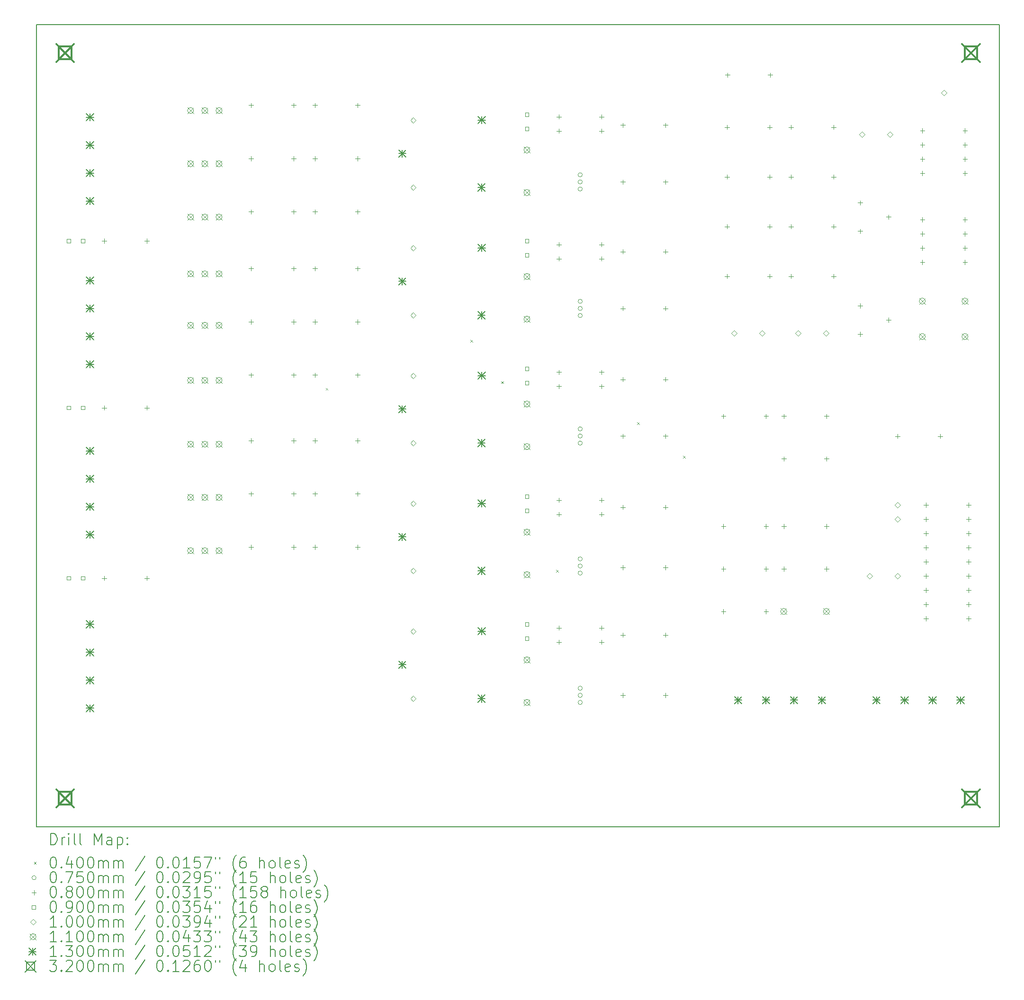
<source format=gbr>
%TF.GenerationSoftware,KiCad,Pcbnew,7.0.6*%
%TF.CreationDate,2024-10-30T10:37:01-05:00*%
%TF.ProjectId,AcCCS,41634343-532e-46b6-9963-61645f706362,rev?*%
%TF.SameCoordinates,Original*%
%TF.FileFunction,Drillmap*%
%TF.FilePolarity,Positive*%
%FSLAX45Y45*%
G04 Gerber Fmt 4.5, Leading zero omitted, Abs format (unit mm)*
G04 Created by KiCad (PCBNEW 7.0.6) date 2024-10-30 10:37:01*
%MOMM*%
%LPD*%
G01*
G04 APERTURE LIST*
%ADD10C,0.200000*%
%ADD11C,0.040000*%
%ADD12C,0.075000*%
%ADD13C,0.080000*%
%ADD14C,0.090000*%
%ADD15C,0.100000*%
%ADD16C,0.110000*%
%ADD17C,0.130000*%
%ADD18C,0.320000*%
G04 APERTURE END LIST*
D10*
X5588000Y-1382095D02*
X22796500Y-1382095D01*
X22796500Y-15733095D01*
X5588000Y-15733095D01*
X5588000Y-1382095D01*
D11*
X10753400Y-7883390D02*
X10793400Y-7923390D01*
X10793400Y-7883390D02*
X10753400Y-7923390D01*
X13342000Y-7027040D02*
X13382000Y-7067040D01*
X13382000Y-7027040D02*
X13342000Y-7067040D01*
X13891000Y-7765050D02*
X13931000Y-7805050D01*
X13931000Y-7765050D02*
X13891000Y-7805050D01*
X14873700Y-11140900D02*
X14913700Y-11180900D01*
X14913700Y-11140900D02*
X14873700Y-11180900D01*
X16319800Y-8497940D02*
X16359800Y-8537940D01*
X16359800Y-8497940D02*
X16319800Y-8537940D01*
X17144000Y-9101310D02*
X17184000Y-9141310D01*
X17184000Y-9101310D02*
X17144000Y-9141310D01*
D12*
X15341000Y-4072590D02*
G75*
G03*
X15341000Y-4072590I-37500J0D01*
G01*
X15341000Y-4199590D02*
G75*
G03*
X15341000Y-4199590I-37500J0D01*
G01*
X15341000Y-4326590D02*
G75*
G03*
X15341000Y-4326590I-37500J0D01*
G01*
X15341000Y-6335090D02*
G75*
G03*
X15341000Y-6335090I-37500J0D01*
G01*
X15341000Y-6462090D02*
G75*
G03*
X15341000Y-6462090I-37500J0D01*
G01*
X15341000Y-6589090D02*
G75*
G03*
X15341000Y-6589090I-37500J0D01*
G01*
X15341000Y-8617590D02*
G75*
G03*
X15341000Y-8617590I-37500J0D01*
G01*
X15341000Y-8744590D02*
G75*
G03*
X15341000Y-8744590I-37500J0D01*
G01*
X15341000Y-8871590D02*
G75*
G03*
X15341000Y-8871590I-37500J0D01*
G01*
X15341000Y-10943090D02*
G75*
G03*
X15341000Y-10943090I-37500J0D01*
G01*
X15341000Y-11070090D02*
G75*
G03*
X15341000Y-11070090I-37500J0D01*
G01*
X15341000Y-11197090D02*
G75*
G03*
X15341000Y-11197090I-37500J0D01*
G01*
X15341000Y-13256590D02*
G75*
G03*
X15341000Y-13256590I-37500J0D01*
G01*
X15341000Y-13383590D02*
G75*
G03*
X15341000Y-13383590I-37500J0D01*
G01*
X15341000Y-13510590D02*
G75*
G03*
X15341000Y-13510590I-37500J0D01*
G01*
D13*
X6794500Y-5215590D02*
X6794500Y-5295590D01*
X6754500Y-5255590D02*
X6834500Y-5255590D01*
X6794500Y-8200090D02*
X6794500Y-8280090D01*
X6754500Y-8240090D02*
X6834500Y-8240090D01*
X6794500Y-11248090D02*
X6794500Y-11328090D01*
X6754500Y-11288090D02*
X6834500Y-11288090D01*
X7556500Y-5215590D02*
X7556500Y-5295590D01*
X7516500Y-5255590D02*
X7596500Y-5255590D01*
X7556500Y-8200090D02*
X7556500Y-8280090D01*
X7516500Y-8240090D02*
X7596500Y-8240090D01*
X7556500Y-11248090D02*
X7556500Y-11328090D01*
X7516500Y-11288090D02*
X7596500Y-11288090D01*
X9418000Y-2787090D02*
X9418000Y-2867090D01*
X9378000Y-2827090D02*
X9458000Y-2827090D01*
X9418000Y-3739590D02*
X9418000Y-3819590D01*
X9378000Y-3779590D02*
X9458000Y-3779590D01*
X9418000Y-4692090D02*
X9418000Y-4772090D01*
X9378000Y-4732090D02*
X9458000Y-4732090D01*
X9418000Y-5708090D02*
X9418000Y-5788090D01*
X9378000Y-5748090D02*
X9458000Y-5748090D01*
X9418000Y-6660590D02*
X9418000Y-6740590D01*
X9378000Y-6700590D02*
X9458000Y-6700590D01*
X9418000Y-7613090D02*
X9418000Y-7693090D01*
X9378000Y-7653090D02*
X9458000Y-7653090D01*
X9418000Y-8787090D02*
X9418000Y-8867090D01*
X9378000Y-8827090D02*
X9458000Y-8827090D01*
X9418000Y-9739590D02*
X9418000Y-9819590D01*
X9378000Y-9779590D02*
X9458000Y-9779590D01*
X9418000Y-10692090D02*
X9418000Y-10772090D01*
X9378000Y-10732090D02*
X9458000Y-10732090D01*
X10180000Y-2787090D02*
X10180000Y-2867090D01*
X10140000Y-2827090D02*
X10220000Y-2827090D01*
X10180000Y-3739590D02*
X10180000Y-3819590D01*
X10140000Y-3779590D02*
X10220000Y-3779590D01*
X10180000Y-4692090D02*
X10180000Y-4772090D01*
X10140000Y-4732090D02*
X10220000Y-4732090D01*
X10180000Y-5708090D02*
X10180000Y-5788090D01*
X10140000Y-5748090D02*
X10220000Y-5748090D01*
X10180000Y-6660590D02*
X10180000Y-6740590D01*
X10140000Y-6700590D02*
X10220000Y-6700590D01*
X10180000Y-7613090D02*
X10180000Y-7693090D01*
X10140000Y-7653090D02*
X10220000Y-7653090D01*
X10180000Y-8787090D02*
X10180000Y-8867090D01*
X10140000Y-8827090D02*
X10220000Y-8827090D01*
X10180000Y-9739590D02*
X10180000Y-9819590D01*
X10140000Y-9779590D02*
X10220000Y-9779590D01*
X10180000Y-10692090D02*
X10180000Y-10772090D01*
X10140000Y-10732090D02*
X10220000Y-10732090D01*
X10561000Y-2787090D02*
X10561000Y-2867090D01*
X10521000Y-2827090D02*
X10601000Y-2827090D01*
X10561000Y-3739590D02*
X10561000Y-3819590D01*
X10521000Y-3779590D02*
X10601000Y-3779590D01*
X10561000Y-4692090D02*
X10561000Y-4772090D01*
X10521000Y-4732090D02*
X10601000Y-4732090D01*
X10561000Y-5708090D02*
X10561000Y-5788090D01*
X10521000Y-5748090D02*
X10601000Y-5748090D01*
X10561000Y-6660590D02*
X10561000Y-6740590D01*
X10521000Y-6700590D02*
X10601000Y-6700590D01*
X10561000Y-7613090D02*
X10561000Y-7693090D01*
X10521000Y-7653090D02*
X10601000Y-7653090D01*
X10561000Y-8787090D02*
X10561000Y-8867090D01*
X10521000Y-8827090D02*
X10601000Y-8827090D01*
X10561000Y-9739590D02*
X10561000Y-9819590D01*
X10521000Y-9779590D02*
X10601000Y-9779590D01*
X10561000Y-10692090D02*
X10561000Y-10772090D01*
X10521000Y-10732090D02*
X10601000Y-10732090D01*
X11323000Y-2787090D02*
X11323000Y-2867090D01*
X11283000Y-2827090D02*
X11363000Y-2827090D01*
X11323000Y-3739590D02*
X11323000Y-3819590D01*
X11283000Y-3779590D02*
X11363000Y-3779590D01*
X11323000Y-4692090D02*
X11323000Y-4772090D01*
X11283000Y-4732090D02*
X11363000Y-4732090D01*
X11323000Y-5708090D02*
X11323000Y-5788090D01*
X11283000Y-5748090D02*
X11363000Y-5748090D01*
X11323000Y-6660590D02*
X11323000Y-6740590D01*
X11283000Y-6700590D02*
X11363000Y-6700590D01*
X11323000Y-7613090D02*
X11323000Y-7693090D01*
X11283000Y-7653090D02*
X11363000Y-7653090D01*
X11323000Y-8787090D02*
X11323000Y-8867090D01*
X11283000Y-8827090D02*
X11363000Y-8827090D01*
X11323000Y-9739590D02*
X11323000Y-9819590D01*
X11283000Y-9779590D02*
X11363000Y-9779590D01*
X11323000Y-10692090D02*
X11323000Y-10772090D01*
X11283000Y-10732090D02*
X11363000Y-10732090D01*
X14922500Y-2993090D02*
X14922500Y-3073090D01*
X14882500Y-3033090D02*
X14962500Y-3033090D01*
X14922500Y-3247090D02*
X14922500Y-3327090D01*
X14882500Y-3287090D02*
X14962500Y-3287090D01*
X14922500Y-5279090D02*
X14922500Y-5359090D01*
X14882500Y-5319090D02*
X14962500Y-5319090D01*
X14922500Y-5533090D02*
X14922500Y-5613090D01*
X14882500Y-5573090D02*
X14962500Y-5573090D01*
X14922500Y-7561590D02*
X14922500Y-7641590D01*
X14882500Y-7601590D02*
X14962500Y-7601590D01*
X14922500Y-7815590D02*
X14922500Y-7895590D01*
X14882500Y-7855590D02*
X14962500Y-7855590D01*
X14922500Y-9851090D02*
X14922500Y-9931090D01*
X14882500Y-9891090D02*
X14962500Y-9891090D01*
X14922500Y-10105090D02*
X14922500Y-10185090D01*
X14882500Y-10145090D02*
X14962500Y-10145090D01*
X14922500Y-12136590D02*
X14922500Y-12216590D01*
X14882500Y-12176590D02*
X14962500Y-12176590D01*
X14922500Y-12390590D02*
X14922500Y-12470590D01*
X14882500Y-12430590D02*
X14962500Y-12430590D01*
X15684500Y-2993090D02*
X15684500Y-3073090D01*
X15644500Y-3033090D02*
X15724500Y-3033090D01*
X15684500Y-3247090D02*
X15684500Y-3327090D01*
X15644500Y-3287090D02*
X15724500Y-3287090D01*
X15684500Y-5279090D02*
X15684500Y-5359090D01*
X15644500Y-5319090D02*
X15724500Y-5319090D01*
X15684500Y-5533090D02*
X15684500Y-5613090D01*
X15644500Y-5573090D02*
X15724500Y-5573090D01*
X15684500Y-7561590D02*
X15684500Y-7641590D01*
X15644500Y-7601590D02*
X15724500Y-7601590D01*
X15684500Y-7815590D02*
X15684500Y-7895590D01*
X15644500Y-7855590D02*
X15724500Y-7855590D01*
X15684500Y-9851090D02*
X15684500Y-9931090D01*
X15644500Y-9891090D02*
X15724500Y-9891090D01*
X15684500Y-10105090D02*
X15684500Y-10185090D01*
X15644500Y-10145090D02*
X15724500Y-10145090D01*
X15684500Y-12136590D02*
X15684500Y-12216590D01*
X15644500Y-12176590D02*
X15724500Y-12176590D01*
X15684500Y-12390590D02*
X15684500Y-12470590D01*
X15644500Y-12430590D02*
X15724500Y-12430590D01*
X16065500Y-3143590D02*
X16065500Y-3223590D01*
X16025500Y-3183590D02*
X16105500Y-3183590D01*
X16065500Y-4159590D02*
X16065500Y-4239590D01*
X16025500Y-4199590D02*
X16105500Y-4199590D01*
X16065500Y-5406090D02*
X16065500Y-5486090D01*
X16025500Y-5446090D02*
X16105500Y-5446090D01*
X16065500Y-6422090D02*
X16065500Y-6502090D01*
X16025500Y-6462090D02*
X16105500Y-6462090D01*
X16065500Y-7692090D02*
X16065500Y-7772090D01*
X16025500Y-7732090D02*
X16105500Y-7732090D01*
X16065500Y-8704590D02*
X16065500Y-8784590D01*
X16025500Y-8744590D02*
X16105500Y-8744590D01*
X16065500Y-9978090D02*
X16065500Y-10058090D01*
X16025500Y-10018090D02*
X16105500Y-10018090D01*
X16065500Y-11057590D02*
X16065500Y-11137590D01*
X16025500Y-11097590D02*
X16105500Y-11097590D01*
X16065500Y-12264090D02*
X16065500Y-12344090D01*
X16025500Y-12304090D02*
X16105500Y-12304090D01*
X16065500Y-13343590D02*
X16065500Y-13423590D01*
X16025500Y-13383590D02*
X16105500Y-13383590D01*
X16827500Y-3143590D02*
X16827500Y-3223590D01*
X16787500Y-3183590D02*
X16867500Y-3183590D01*
X16827500Y-4159590D02*
X16827500Y-4239590D01*
X16787500Y-4199590D02*
X16867500Y-4199590D01*
X16827500Y-5406090D02*
X16827500Y-5486090D01*
X16787500Y-5446090D02*
X16867500Y-5446090D01*
X16827500Y-6422090D02*
X16827500Y-6502090D01*
X16787500Y-6462090D02*
X16867500Y-6462090D01*
X16827500Y-7692090D02*
X16827500Y-7772090D01*
X16787500Y-7732090D02*
X16867500Y-7732090D01*
X16827500Y-8704590D02*
X16827500Y-8784590D01*
X16787500Y-8744590D02*
X16867500Y-8744590D01*
X16827500Y-9978090D02*
X16827500Y-10058090D01*
X16787500Y-10018090D02*
X16867500Y-10018090D01*
X16827500Y-11057590D02*
X16827500Y-11137590D01*
X16787500Y-11097590D02*
X16867500Y-11097590D01*
X16827500Y-12264090D02*
X16827500Y-12344090D01*
X16787500Y-12304090D02*
X16867500Y-12304090D01*
X16827500Y-13343590D02*
X16827500Y-13423590D01*
X16787500Y-13383590D02*
X16867500Y-13383590D01*
X17863500Y-8350590D02*
X17863500Y-8430590D01*
X17823500Y-8390590D02*
X17903500Y-8390590D01*
X17863500Y-10319090D02*
X17863500Y-10399090D01*
X17823500Y-10359090D02*
X17903500Y-10359090D01*
X17863500Y-11081090D02*
X17863500Y-11161090D01*
X17823500Y-11121090D02*
X17903500Y-11121090D01*
X17863500Y-11843090D02*
X17863500Y-11923090D01*
X17823500Y-11883090D02*
X17903500Y-11883090D01*
X17926500Y-3179590D02*
X17926500Y-3259590D01*
X17886500Y-3219590D02*
X17966500Y-3219590D01*
X17926500Y-4068590D02*
X17926500Y-4148590D01*
X17886500Y-4108590D02*
X17966500Y-4108590D01*
X17926500Y-4957590D02*
X17926500Y-5037590D01*
X17886500Y-4997590D02*
X17966500Y-4997590D01*
X17926500Y-5846590D02*
X17926500Y-5926590D01*
X17886500Y-5886590D02*
X17966500Y-5886590D01*
X17934940Y-2246000D02*
X17934940Y-2326000D01*
X17894940Y-2286000D02*
X17974940Y-2286000D01*
X18625500Y-8350590D02*
X18625500Y-8430590D01*
X18585500Y-8390590D02*
X18665500Y-8390590D01*
X18625500Y-10319090D02*
X18625500Y-10399090D01*
X18585500Y-10359090D02*
X18665500Y-10359090D01*
X18625500Y-11081090D02*
X18625500Y-11161090D01*
X18585500Y-11121090D02*
X18665500Y-11121090D01*
X18625500Y-11843090D02*
X18625500Y-11923090D01*
X18585500Y-11883090D02*
X18665500Y-11883090D01*
X18688500Y-3179590D02*
X18688500Y-3259590D01*
X18648500Y-3219590D02*
X18728500Y-3219590D01*
X18688500Y-4068590D02*
X18688500Y-4148590D01*
X18648500Y-4108590D02*
X18728500Y-4108590D01*
X18688500Y-4957590D02*
X18688500Y-5037590D01*
X18648500Y-4997590D02*
X18728500Y-4997590D01*
X18688500Y-5846590D02*
X18688500Y-5926590D01*
X18648500Y-5886590D02*
X18728500Y-5886590D01*
X18696940Y-2246000D02*
X18696940Y-2326000D01*
X18656940Y-2286000D02*
X18736940Y-2286000D01*
X18943000Y-8350590D02*
X18943000Y-8430590D01*
X18903000Y-8390590D02*
X18983000Y-8390590D01*
X18943000Y-9112590D02*
X18943000Y-9192590D01*
X18903000Y-9152590D02*
X18983000Y-9152590D01*
X18943000Y-10319090D02*
X18943000Y-10399090D01*
X18903000Y-10359090D02*
X18983000Y-10359090D01*
X18943000Y-11081090D02*
X18943000Y-11161090D01*
X18903000Y-11121090D02*
X18983000Y-11121090D01*
X19069500Y-3179590D02*
X19069500Y-3259590D01*
X19029500Y-3219590D02*
X19109500Y-3219590D01*
X19069500Y-4068590D02*
X19069500Y-4148590D01*
X19029500Y-4108590D02*
X19109500Y-4108590D01*
X19069500Y-4957590D02*
X19069500Y-5037590D01*
X19029500Y-4997590D02*
X19109500Y-4997590D01*
X19069500Y-5846590D02*
X19069500Y-5926590D01*
X19029500Y-5886590D02*
X19109500Y-5886590D01*
X19705000Y-8350590D02*
X19705000Y-8430590D01*
X19665000Y-8390590D02*
X19745000Y-8390590D01*
X19705000Y-9112590D02*
X19705000Y-9192590D01*
X19665000Y-9152590D02*
X19745000Y-9152590D01*
X19705000Y-10319090D02*
X19705000Y-10399090D01*
X19665000Y-10359090D02*
X19745000Y-10359090D01*
X19705000Y-11081090D02*
X19705000Y-11161090D01*
X19665000Y-11121090D02*
X19745000Y-11121090D01*
X19831500Y-3179590D02*
X19831500Y-3259590D01*
X19791500Y-3219590D02*
X19871500Y-3219590D01*
X19831500Y-4068590D02*
X19831500Y-4148590D01*
X19791500Y-4108590D02*
X19871500Y-4108590D01*
X19831500Y-4957590D02*
X19831500Y-5037590D01*
X19791500Y-4997590D02*
X19871500Y-4997590D01*
X19831500Y-5846590D02*
X19831500Y-5926590D01*
X19791500Y-5886590D02*
X19871500Y-5886590D01*
X20308500Y-4532000D02*
X20308500Y-4612000D01*
X20268500Y-4572000D02*
X20348500Y-4572000D01*
X20308500Y-5040000D02*
X20308500Y-5120000D01*
X20268500Y-5080000D02*
X20348500Y-5080000D01*
X20308500Y-6373500D02*
X20308500Y-6453500D01*
X20268500Y-6413500D02*
X20348500Y-6413500D01*
X20308500Y-6881500D02*
X20308500Y-6961500D01*
X20268500Y-6921500D02*
X20348500Y-6921500D01*
X20816500Y-4786000D02*
X20816500Y-4866000D01*
X20776500Y-4826000D02*
X20856500Y-4826000D01*
X20816500Y-6627500D02*
X20816500Y-6707500D01*
X20776500Y-6667500D02*
X20856500Y-6667500D01*
X20975000Y-8708090D02*
X20975000Y-8788090D01*
X20935000Y-8748090D02*
X21015000Y-8748090D01*
X21419000Y-3243090D02*
X21419000Y-3323090D01*
X21379000Y-3283090D02*
X21459000Y-3283090D01*
X21419000Y-3497090D02*
X21419000Y-3577090D01*
X21379000Y-3537090D02*
X21459000Y-3537090D01*
X21419000Y-3751090D02*
X21419000Y-3831090D01*
X21379000Y-3791090D02*
X21459000Y-3791090D01*
X21419000Y-4005090D02*
X21419000Y-4085090D01*
X21379000Y-4045090D02*
X21459000Y-4045090D01*
X21420000Y-4831590D02*
X21420000Y-4911590D01*
X21380000Y-4871590D02*
X21460000Y-4871590D01*
X21420000Y-5085590D02*
X21420000Y-5165590D01*
X21380000Y-5125590D02*
X21460000Y-5125590D01*
X21420000Y-5339590D02*
X21420000Y-5419590D01*
X21380000Y-5379590D02*
X21460000Y-5379590D01*
X21420000Y-5593590D02*
X21420000Y-5673590D01*
X21380000Y-5633590D02*
X21460000Y-5633590D01*
X21483000Y-9938090D02*
X21483000Y-10018090D01*
X21443000Y-9978090D02*
X21523000Y-9978090D01*
X21483000Y-10192090D02*
X21483000Y-10272090D01*
X21443000Y-10232090D02*
X21523000Y-10232090D01*
X21483000Y-10446090D02*
X21483000Y-10526090D01*
X21443000Y-10486090D02*
X21523000Y-10486090D01*
X21483000Y-10700090D02*
X21483000Y-10780090D01*
X21443000Y-10740090D02*
X21523000Y-10740090D01*
X21483000Y-10954090D02*
X21483000Y-11034090D01*
X21443000Y-10994090D02*
X21523000Y-10994090D01*
X21483000Y-11208090D02*
X21483000Y-11288090D01*
X21443000Y-11248090D02*
X21523000Y-11248090D01*
X21483000Y-11462090D02*
X21483000Y-11542090D01*
X21443000Y-11502090D02*
X21523000Y-11502090D01*
X21483000Y-11716090D02*
X21483000Y-11796090D01*
X21443000Y-11756090D02*
X21523000Y-11756090D01*
X21483000Y-11970090D02*
X21483000Y-12050090D01*
X21443000Y-12010090D02*
X21523000Y-12010090D01*
X21737000Y-8708090D02*
X21737000Y-8788090D01*
X21697000Y-8748090D02*
X21777000Y-8748090D01*
X22181000Y-3243090D02*
X22181000Y-3323090D01*
X22141000Y-3283090D02*
X22221000Y-3283090D01*
X22181000Y-3497090D02*
X22181000Y-3577090D01*
X22141000Y-3537090D02*
X22221000Y-3537090D01*
X22181000Y-3751090D02*
X22181000Y-3831090D01*
X22141000Y-3791090D02*
X22221000Y-3791090D01*
X22181000Y-4005090D02*
X22181000Y-4085090D01*
X22141000Y-4045090D02*
X22221000Y-4045090D01*
X22182000Y-4831590D02*
X22182000Y-4911590D01*
X22142000Y-4871590D02*
X22222000Y-4871590D01*
X22182000Y-5085590D02*
X22182000Y-5165590D01*
X22142000Y-5125590D02*
X22222000Y-5125590D01*
X22182000Y-5339590D02*
X22182000Y-5419590D01*
X22142000Y-5379590D02*
X22222000Y-5379590D01*
X22182000Y-5593590D02*
X22182000Y-5673590D01*
X22142000Y-5633590D02*
X22222000Y-5633590D01*
X22245000Y-9938090D02*
X22245000Y-10018090D01*
X22205000Y-9978090D02*
X22285000Y-9978090D01*
X22245000Y-10192090D02*
X22245000Y-10272090D01*
X22205000Y-10232090D02*
X22285000Y-10232090D01*
X22245000Y-10446090D02*
X22245000Y-10526090D01*
X22205000Y-10486090D02*
X22285000Y-10486090D01*
X22245000Y-10700090D02*
X22245000Y-10780090D01*
X22205000Y-10740090D02*
X22285000Y-10740090D01*
X22245000Y-10954090D02*
X22245000Y-11034090D01*
X22205000Y-10994090D02*
X22285000Y-10994090D01*
X22245000Y-11208090D02*
X22245000Y-11288090D01*
X22205000Y-11248090D02*
X22285000Y-11248090D01*
X22245000Y-11462090D02*
X22245000Y-11542090D01*
X22205000Y-11502090D02*
X22285000Y-11502090D01*
X22245000Y-11716090D02*
X22245000Y-11796090D01*
X22205000Y-11756090D02*
X22285000Y-11756090D01*
X22245000Y-11970090D02*
X22245000Y-12050090D01*
X22205000Y-12010090D02*
X22285000Y-12010090D01*
D14*
X6191320Y-5287410D02*
X6191320Y-5223770D01*
X6127680Y-5223770D01*
X6127680Y-5287410D01*
X6191320Y-5287410D01*
X6191320Y-8271910D02*
X6191320Y-8208270D01*
X6127680Y-8208270D01*
X6127680Y-8271910D01*
X6191320Y-8271910D01*
X6191320Y-11319910D02*
X6191320Y-11256270D01*
X6127680Y-11256270D01*
X6127680Y-11319910D01*
X6191320Y-11319910D01*
X6445320Y-5287410D02*
X6445320Y-5223770D01*
X6381680Y-5223770D01*
X6381680Y-5287410D01*
X6445320Y-5287410D01*
X6445320Y-8271910D02*
X6445320Y-8208270D01*
X6381680Y-8208270D01*
X6381680Y-8271910D01*
X6445320Y-8271910D01*
X6445320Y-11319910D02*
X6445320Y-11256270D01*
X6381680Y-11256270D01*
X6381680Y-11319910D01*
X6445320Y-11319910D01*
X14382820Y-3024910D02*
X14382820Y-2961270D01*
X14319180Y-2961270D01*
X14319180Y-3024910D01*
X14382820Y-3024910D01*
X14382820Y-3278910D02*
X14382820Y-3215270D01*
X14319180Y-3215270D01*
X14319180Y-3278910D01*
X14382820Y-3278910D01*
X14382820Y-5287410D02*
X14382820Y-5223770D01*
X14319180Y-5223770D01*
X14319180Y-5287410D01*
X14382820Y-5287410D01*
X14382820Y-5541410D02*
X14382820Y-5477770D01*
X14319180Y-5477770D01*
X14319180Y-5541410D01*
X14382820Y-5541410D01*
X14382820Y-7569910D02*
X14382820Y-7506270D01*
X14319180Y-7506270D01*
X14319180Y-7569910D01*
X14382820Y-7569910D01*
X14382820Y-7823910D02*
X14382820Y-7760270D01*
X14319180Y-7760270D01*
X14319180Y-7823910D01*
X14382820Y-7823910D01*
X14382820Y-9859410D02*
X14382820Y-9795770D01*
X14319180Y-9795770D01*
X14319180Y-9859410D01*
X14382820Y-9859410D01*
X14382820Y-10113410D02*
X14382820Y-10049770D01*
X14319180Y-10049770D01*
X14319180Y-10113410D01*
X14382820Y-10113410D01*
X14382820Y-12145410D02*
X14382820Y-12081770D01*
X14319180Y-12081770D01*
X14319180Y-12145410D01*
X14382820Y-12145410D01*
X14382820Y-12399410D02*
X14382820Y-12335770D01*
X14319180Y-12335770D01*
X14319180Y-12399410D01*
X14382820Y-12399410D01*
D15*
X12319000Y-3146590D02*
X12369000Y-3096590D01*
X12319000Y-3046590D01*
X12269000Y-3096590D01*
X12319000Y-3146590D01*
X12319000Y-4346590D02*
X12369000Y-4296590D01*
X12319000Y-4246590D01*
X12269000Y-4296590D01*
X12319000Y-4346590D01*
X12319000Y-5432590D02*
X12369000Y-5382590D01*
X12319000Y-5332590D01*
X12269000Y-5382590D01*
X12319000Y-5432590D01*
X12319000Y-6632590D02*
X12369000Y-6582590D01*
X12319000Y-6532590D01*
X12269000Y-6582590D01*
X12319000Y-6632590D01*
X12319000Y-7718590D02*
X12369000Y-7668590D01*
X12319000Y-7618590D01*
X12269000Y-7668590D01*
X12319000Y-7718590D01*
X12319000Y-8918590D02*
X12369000Y-8868590D01*
X12319000Y-8818590D01*
X12269000Y-8868590D01*
X12319000Y-8918590D01*
X12319000Y-10004590D02*
X12369000Y-9954590D01*
X12319000Y-9904590D01*
X12269000Y-9954590D01*
X12319000Y-10004590D01*
X12319000Y-11204590D02*
X12369000Y-11154590D01*
X12319000Y-11104590D01*
X12269000Y-11154590D01*
X12319000Y-11204590D01*
X12319000Y-12290590D02*
X12369000Y-12240590D01*
X12319000Y-12190590D01*
X12269000Y-12240590D01*
X12319000Y-12290590D01*
X12319000Y-13490590D02*
X12369000Y-13440590D01*
X12319000Y-13390590D01*
X12269000Y-13440590D01*
X12319000Y-13490590D01*
X18057500Y-6952590D02*
X18107500Y-6902590D01*
X18057500Y-6852590D01*
X18007500Y-6902590D01*
X18057500Y-6952590D01*
X18557500Y-6952590D02*
X18607500Y-6902590D01*
X18557500Y-6852590D01*
X18507500Y-6902590D01*
X18557500Y-6952590D01*
X19200500Y-6952590D02*
X19250500Y-6902590D01*
X19200500Y-6852590D01*
X19150500Y-6902590D01*
X19200500Y-6952590D01*
X19700500Y-6952590D02*
X19750500Y-6902590D01*
X19700500Y-6852590D01*
X19650500Y-6902590D01*
X19700500Y-6952590D01*
X20343500Y-3396590D02*
X20393500Y-3346590D01*
X20343500Y-3296590D01*
X20293500Y-3346590D01*
X20343500Y-3396590D01*
X20475000Y-11298090D02*
X20525000Y-11248090D01*
X20475000Y-11198090D01*
X20425000Y-11248090D01*
X20475000Y-11298090D01*
X20843500Y-3396590D02*
X20893500Y-3346590D01*
X20843500Y-3296590D01*
X20793500Y-3346590D01*
X20843500Y-3396590D01*
X20975000Y-10028090D02*
X21025000Y-9978090D01*
X20975000Y-9928090D01*
X20925000Y-9978090D01*
X20975000Y-10028090D01*
X20975000Y-10282090D02*
X21025000Y-10232090D01*
X20975000Y-10182090D01*
X20925000Y-10232090D01*
X20975000Y-10282090D01*
X20975000Y-11298090D02*
X21025000Y-11248090D01*
X20975000Y-11198090D01*
X20925000Y-11248090D01*
X20975000Y-11298090D01*
X21805900Y-2653500D02*
X21855900Y-2603500D01*
X21805900Y-2553500D01*
X21755900Y-2603500D01*
X21805900Y-2653500D01*
D16*
X8283500Y-2866590D02*
X8393500Y-2976590D01*
X8393500Y-2866590D02*
X8283500Y-2976590D01*
X8393500Y-2921590D02*
G75*
G03*
X8393500Y-2921590I-55000J0D01*
G01*
X8283500Y-3819090D02*
X8393500Y-3929090D01*
X8393500Y-3819090D02*
X8283500Y-3929090D01*
X8393500Y-3874090D02*
G75*
G03*
X8393500Y-3874090I-55000J0D01*
G01*
X8283500Y-4771590D02*
X8393500Y-4881590D01*
X8393500Y-4771590D02*
X8283500Y-4881590D01*
X8393500Y-4826590D02*
G75*
G03*
X8393500Y-4826590I-55000J0D01*
G01*
X8283500Y-5787590D02*
X8393500Y-5897590D01*
X8393500Y-5787590D02*
X8283500Y-5897590D01*
X8393500Y-5842590D02*
G75*
G03*
X8393500Y-5842590I-55000J0D01*
G01*
X8283500Y-6709090D02*
X8393500Y-6819090D01*
X8393500Y-6709090D02*
X8283500Y-6819090D01*
X8393500Y-6764090D02*
G75*
G03*
X8393500Y-6764090I-55000J0D01*
G01*
X8283500Y-7692590D02*
X8393500Y-7802590D01*
X8393500Y-7692590D02*
X8283500Y-7802590D01*
X8393500Y-7747590D02*
G75*
G03*
X8393500Y-7747590I-55000J0D01*
G01*
X8283500Y-8835590D02*
X8393500Y-8945590D01*
X8393500Y-8835590D02*
X8283500Y-8945590D01*
X8393500Y-8890590D02*
G75*
G03*
X8393500Y-8890590I-55000J0D01*
G01*
X8283500Y-9788090D02*
X8393500Y-9898090D01*
X8393500Y-9788090D02*
X8283500Y-9898090D01*
X8393500Y-9843090D02*
G75*
G03*
X8393500Y-9843090I-55000J0D01*
G01*
X8283500Y-10740590D02*
X8393500Y-10850590D01*
X8393500Y-10740590D02*
X8283500Y-10850590D01*
X8393500Y-10795590D02*
G75*
G03*
X8393500Y-10795590I-55000J0D01*
G01*
X8537500Y-2866590D02*
X8647500Y-2976590D01*
X8647500Y-2866590D02*
X8537500Y-2976590D01*
X8647500Y-2921590D02*
G75*
G03*
X8647500Y-2921590I-55000J0D01*
G01*
X8537500Y-3819090D02*
X8647500Y-3929090D01*
X8647500Y-3819090D02*
X8537500Y-3929090D01*
X8647500Y-3874090D02*
G75*
G03*
X8647500Y-3874090I-55000J0D01*
G01*
X8537500Y-4771590D02*
X8647500Y-4881590D01*
X8647500Y-4771590D02*
X8537500Y-4881590D01*
X8647500Y-4826590D02*
G75*
G03*
X8647500Y-4826590I-55000J0D01*
G01*
X8537500Y-5787590D02*
X8647500Y-5897590D01*
X8647500Y-5787590D02*
X8537500Y-5897590D01*
X8647500Y-5842590D02*
G75*
G03*
X8647500Y-5842590I-55000J0D01*
G01*
X8537500Y-6709090D02*
X8647500Y-6819090D01*
X8647500Y-6709090D02*
X8537500Y-6819090D01*
X8647500Y-6764090D02*
G75*
G03*
X8647500Y-6764090I-55000J0D01*
G01*
X8537500Y-7692590D02*
X8647500Y-7802590D01*
X8647500Y-7692590D02*
X8537500Y-7802590D01*
X8647500Y-7747590D02*
G75*
G03*
X8647500Y-7747590I-55000J0D01*
G01*
X8537500Y-8835590D02*
X8647500Y-8945590D01*
X8647500Y-8835590D02*
X8537500Y-8945590D01*
X8647500Y-8890590D02*
G75*
G03*
X8647500Y-8890590I-55000J0D01*
G01*
X8537500Y-9788090D02*
X8647500Y-9898090D01*
X8647500Y-9788090D02*
X8537500Y-9898090D01*
X8647500Y-9843090D02*
G75*
G03*
X8647500Y-9843090I-55000J0D01*
G01*
X8537500Y-10740590D02*
X8647500Y-10850590D01*
X8647500Y-10740590D02*
X8537500Y-10850590D01*
X8647500Y-10795590D02*
G75*
G03*
X8647500Y-10795590I-55000J0D01*
G01*
X8791500Y-2866590D02*
X8901500Y-2976590D01*
X8901500Y-2866590D02*
X8791500Y-2976590D01*
X8901500Y-2921590D02*
G75*
G03*
X8901500Y-2921590I-55000J0D01*
G01*
X8791500Y-3819090D02*
X8901500Y-3929090D01*
X8901500Y-3819090D02*
X8791500Y-3929090D01*
X8901500Y-3874090D02*
G75*
G03*
X8901500Y-3874090I-55000J0D01*
G01*
X8791500Y-4771590D02*
X8901500Y-4881590D01*
X8901500Y-4771590D02*
X8791500Y-4881590D01*
X8901500Y-4826590D02*
G75*
G03*
X8901500Y-4826590I-55000J0D01*
G01*
X8791500Y-5787590D02*
X8901500Y-5897590D01*
X8901500Y-5787590D02*
X8791500Y-5897590D01*
X8901500Y-5842590D02*
G75*
G03*
X8901500Y-5842590I-55000J0D01*
G01*
X8791500Y-6709090D02*
X8901500Y-6819090D01*
X8901500Y-6709090D02*
X8791500Y-6819090D01*
X8901500Y-6764090D02*
G75*
G03*
X8901500Y-6764090I-55000J0D01*
G01*
X8791500Y-7692590D02*
X8901500Y-7802590D01*
X8901500Y-7692590D02*
X8791500Y-7802590D01*
X8901500Y-7747590D02*
G75*
G03*
X8901500Y-7747590I-55000J0D01*
G01*
X8791500Y-8835590D02*
X8901500Y-8945590D01*
X8901500Y-8835590D02*
X8791500Y-8945590D01*
X8901500Y-8890590D02*
G75*
G03*
X8901500Y-8890590I-55000J0D01*
G01*
X8791500Y-9788090D02*
X8901500Y-9898090D01*
X8901500Y-9788090D02*
X8791500Y-9898090D01*
X8901500Y-9843090D02*
G75*
G03*
X8901500Y-9843090I-55000J0D01*
G01*
X8791500Y-10740590D02*
X8901500Y-10850590D01*
X8901500Y-10740590D02*
X8791500Y-10850590D01*
X8901500Y-10795590D02*
G75*
G03*
X8901500Y-10795590I-55000J0D01*
G01*
X14296000Y-3573090D02*
X14406000Y-3683090D01*
X14406000Y-3573090D02*
X14296000Y-3683090D01*
X14406000Y-3628090D02*
G75*
G03*
X14406000Y-3628090I-55000J0D01*
G01*
X14296000Y-4335090D02*
X14406000Y-4445090D01*
X14406000Y-4335090D02*
X14296000Y-4445090D01*
X14406000Y-4390090D02*
G75*
G03*
X14406000Y-4390090I-55000J0D01*
G01*
X14296000Y-5835590D02*
X14406000Y-5945590D01*
X14406000Y-5835590D02*
X14296000Y-5945590D01*
X14406000Y-5890590D02*
G75*
G03*
X14406000Y-5890590I-55000J0D01*
G01*
X14296000Y-6597590D02*
X14406000Y-6707590D01*
X14406000Y-6597590D02*
X14296000Y-6707590D01*
X14406000Y-6652590D02*
G75*
G03*
X14406000Y-6652590I-55000J0D01*
G01*
X14296000Y-8118090D02*
X14406000Y-8228090D01*
X14406000Y-8118090D02*
X14296000Y-8228090D01*
X14406000Y-8173090D02*
G75*
G03*
X14406000Y-8173090I-55000J0D01*
G01*
X14296000Y-8880090D02*
X14406000Y-8990090D01*
X14406000Y-8880090D02*
X14296000Y-8990090D01*
X14406000Y-8935090D02*
G75*
G03*
X14406000Y-8935090I-55000J0D01*
G01*
X14296000Y-10407590D02*
X14406000Y-10517590D01*
X14406000Y-10407590D02*
X14296000Y-10517590D01*
X14406000Y-10462590D02*
G75*
G03*
X14406000Y-10462590I-55000J0D01*
G01*
X14296000Y-11169590D02*
X14406000Y-11279590D01*
X14406000Y-11169590D02*
X14296000Y-11279590D01*
X14406000Y-11224590D02*
G75*
G03*
X14406000Y-11224590I-55000J0D01*
G01*
X14296000Y-12693590D02*
X14406000Y-12803590D01*
X14406000Y-12693590D02*
X14296000Y-12803590D01*
X14406000Y-12748590D02*
G75*
G03*
X14406000Y-12748590I-55000J0D01*
G01*
X14296000Y-13455590D02*
X14406000Y-13565590D01*
X14406000Y-13455590D02*
X14296000Y-13565590D01*
X14406000Y-13510590D02*
G75*
G03*
X14406000Y-13510590I-55000J0D01*
G01*
X18888000Y-11828090D02*
X18998000Y-11938090D01*
X18998000Y-11828090D02*
X18888000Y-11938090D01*
X18998000Y-11883090D02*
G75*
G03*
X18998000Y-11883090I-55000J0D01*
G01*
X19650000Y-11828090D02*
X19760000Y-11938090D01*
X19760000Y-11828090D02*
X19650000Y-11938090D01*
X19760000Y-11883090D02*
G75*
G03*
X19760000Y-11883090I-55000J0D01*
G01*
X21364000Y-6276090D02*
X21474000Y-6386090D01*
X21474000Y-6276090D02*
X21364000Y-6386090D01*
X21474000Y-6331090D02*
G75*
G03*
X21474000Y-6331090I-55000J0D01*
G01*
X21364000Y-6911090D02*
X21474000Y-7021090D01*
X21474000Y-6911090D02*
X21364000Y-7021090D01*
X21474000Y-6966090D02*
G75*
G03*
X21474000Y-6966090I-55000J0D01*
G01*
X22126000Y-6276090D02*
X22236000Y-6386090D01*
X22236000Y-6276090D02*
X22126000Y-6386090D01*
X22236000Y-6331090D02*
G75*
G03*
X22236000Y-6331090I-55000J0D01*
G01*
X22126000Y-6911090D02*
X22236000Y-7021090D01*
X22236000Y-6911090D02*
X22126000Y-7021090D01*
X22236000Y-6966090D02*
G75*
G03*
X22236000Y-6966090I-55000J0D01*
G01*
D17*
X6475500Y-2976090D02*
X6605500Y-3106090D01*
X6605500Y-2976090D02*
X6475500Y-3106090D01*
X6540500Y-2976090D02*
X6540500Y-3106090D01*
X6475500Y-3041090D02*
X6605500Y-3041090D01*
X6475500Y-3476090D02*
X6605500Y-3606090D01*
X6605500Y-3476090D02*
X6475500Y-3606090D01*
X6540500Y-3476090D02*
X6540500Y-3606090D01*
X6475500Y-3541090D02*
X6605500Y-3541090D01*
X6475500Y-3976090D02*
X6605500Y-4106090D01*
X6605500Y-3976090D02*
X6475500Y-4106090D01*
X6540500Y-3976090D02*
X6540500Y-4106090D01*
X6475500Y-4041090D02*
X6605500Y-4041090D01*
X6475500Y-4476090D02*
X6605500Y-4606090D01*
X6605500Y-4476090D02*
X6475500Y-4606090D01*
X6540500Y-4476090D02*
X6540500Y-4606090D01*
X6475500Y-4541090D02*
X6605500Y-4541090D01*
X6475500Y-5897090D02*
X6605500Y-6027090D01*
X6605500Y-5897090D02*
X6475500Y-6027090D01*
X6540500Y-5897090D02*
X6540500Y-6027090D01*
X6475500Y-5962090D02*
X6605500Y-5962090D01*
X6475500Y-6397090D02*
X6605500Y-6527090D01*
X6605500Y-6397090D02*
X6475500Y-6527090D01*
X6540500Y-6397090D02*
X6540500Y-6527090D01*
X6475500Y-6462090D02*
X6605500Y-6462090D01*
X6475500Y-6897090D02*
X6605500Y-7027090D01*
X6605500Y-6897090D02*
X6475500Y-7027090D01*
X6540500Y-6897090D02*
X6540500Y-7027090D01*
X6475500Y-6962090D02*
X6605500Y-6962090D01*
X6475500Y-7397090D02*
X6605500Y-7527090D01*
X6605500Y-7397090D02*
X6475500Y-7527090D01*
X6540500Y-7397090D02*
X6540500Y-7527090D01*
X6475500Y-7462090D02*
X6605500Y-7462090D01*
X6475500Y-8945090D02*
X6605500Y-9075090D01*
X6605500Y-8945090D02*
X6475500Y-9075090D01*
X6540500Y-8945090D02*
X6540500Y-9075090D01*
X6475500Y-9010090D02*
X6605500Y-9010090D01*
X6475500Y-9445090D02*
X6605500Y-9575090D01*
X6605500Y-9445090D02*
X6475500Y-9575090D01*
X6540500Y-9445090D02*
X6540500Y-9575090D01*
X6475500Y-9510090D02*
X6605500Y-9510090D01*
X6475500Y-9945090D02*
X6605500Y-10075090D01*
X6605500Y-9945090D02*
X6475500Y-10075090D01*
X6540500Y-9945090D02*
X6540500Y-10075090D01*
X6475500Y-10010090D02*
X6605500Y-10010090D01*
X6475500Y-10445090D02*
X6605500Y-10575090D01*
X6605500Y-10445090D02*
X6475500Y-10575090D01*
X6540500Y-10445090D02*
X6540500Y-10575090D01*
X6475500Y-10510090D02*
X6605500Y-10510090D01*
X6475500Y-12048590D02*
X6605500Y-12178590D01*
X6605500Y-12048590D02*
X6475500Y-12178590D01*
X6540500Y-12048590D02*
X6540500Y-12178590D01*
X6475500Y-12113590D02*
X6605500Y-12113590D01*
X6475500Y-12548590D02*
X6605500Y-12678590D01*
X6605500Y-12548590D02*
X6475500Y-12678590D01*
X6540500Y-12548590D02*
X6540500Y-12678590D01*
X6475500Y-12613590D02*
X6605500Y-12613590D01*
X6475500Y-13048590D02*
X6605500Y-13178590D01*
X6605500Y-13048590D02*
X6475500Y-13178590D01*
X6540500Y-13048590D02*
X6540500Y-13178590D01*
X6475500Y-13113590D02*
X6605500Y-13113590D01*
X6475500Y-13548590D02*
X6605500Y-13678590D01*
X6605500Y-13548590D02*
X6475500Y-13678590D01*
X6540500Y-13548590D02*
X6540500Y-13678590D01*
X6475500Y-13613590D02*
X6605500Y-13613590D01*
X12059000Y-3626590D02*
X12189000Y-3756590D01*
X12189000Y-3626590D02*
X12059000Y-3756590D01*
X12124000Y-3626590D02*
X12124000Y-3756590D01*
X12059000Y-3691590D02*
X12189000Y-3691590D01*
X12059000Y-5912590D02*
X12189000Y-6042590D01*
X12189000Y-5912590D02*
X12059000Y-6042590D01*
X12124000Y-5912590D02*
X12124000Y-6042590D01*
X12059000Y-5977590D02*
X12189000Y-5977590D01*
X12059000Y-8198590D02*
X12189000Y-8328590D01*
X12189000Y-8198590D02*
X12059000Y-8328590D01*
X12124000Y-8198590D02*
X12124000Y-8328590D01*
X12059000Y-8263590D02*
X12189000Y-8263590D01*
X12059000Y-10484590D02*
X12189000Y-10614590D01*
X12189000Y-10484590D02*
X12059000Y-10614590D01*
X12124000Y-10484590D02*
X12124000Y-10614590D01*
X12059000Y-10549590D02*
X12189000Y-10549590D01*
X12059000Y-12770590D02*
X12189000Y-12900590D01*
X12189000Y-12770590D02*
X12059000Y-12900590D01*
X12124000Y-12770590D02*
X12124000Y-12900590D01*
X12059000Y-12835590D02*
X12189000Y-12835590D01*
X13474000Y-4231590D02*
X13604000Y-4361590D01*
X13604000Y-4231590D02*
X13474000Y-4361590D01*
X13539000Y-4231590D02*
X13539000Y-4361590D01*
X13474000Y-4296590D02*
X13604000Y-4296590D01*
X13474000Y-6517590D02*
X13604000Y-6647590D01*
X13604000Y-6517590D02*
X13474000Y-6647590D01*
X13539000Y-6517590D02*
X13539000Y-6647590D01*
X13474000Y-6582590D02*
X13604000Y-6582590D01*
X13474000Y-8803590D02*
X13604000Y-8933590D01*
X13604000Y-8803590D02*
X13474000Y-8933590D01*
X13539000Y-8803590D02*
X13539000Y-8933590D01*
X13474000Y-8868590D02*
X13604000Y-8868590D01*
X13474000Y-11089590D02*
X13604000Y-11219590D01*
X13604000Y-11089590D02*
X13474000Y-11219590D01*
X13539000Y-11089590D02*
X13539000Y-11219590D01*
X13474000Y-11154590D02*
X13604000Y-11154590D01*
X13474000Y-13375590D02*
X13604000Y-13505590D01*
X13604000Y-13375590D02*
X13474000Y-13505590D01*
X13539000Y-13375590D02*
X13539000Y-13505590D01*
X13474000Y-13440590D02*
X13604000Y-13440590D01*
X13479000Y-3026590D02*
X13609000Y-3156590D01*
X13609000Y-3026590D02*
X13479000Y-3156590D01*
X13544000Y-3026590D02*
X13544000Y-3156590D01*
X13479000Y-3091590D02*
X13609000Y-3091590D01*
X13479000Y-5312590D02*
X13609000Y-5442590D01*
X13609000Y-5312590D02*
X13479000Y-5442590D01*
X13544000Y-5312590D02*
X13544000Y-5442590D01*
X13479000Y-5377590D02*
X13609000Y-5377590D01*
X13479000Y-7598590D02*
X13609000Y-7728590D01*
X13609000Y-7598590D02*
X13479000Y-7728590D01*
X13544000Y-7598590D02*
X13544000Y-7728590D01*
X13479000Y-7663590D02*
X13609000Y-7663590D01*
X13479000Y-9884590D02*
X13609000Y-10014590D01*
X13609000Y-9884590D02*
X13479000Y-10014590D01*
X13544000Y-9884590D02*
X13544000Y-10014590D01*
X13479000Y-9949590D02*
X13609000Y-9949590D01*
X13479000Y-12170590D02*
X13609000Y-12300590D01*
X13609000Y-12170590D02*
X13479000Y-12300590D01*
X13544000Y-12170590D02*
X13544000Y-12300590D01*
X13479000Y-12235590D02*
X13609000Y-12235590D01*
X18060500Y-13405590D02*
X18190500Y-13535590D01*
X18190500Y-13405590D02*
X18060500Y-13535590D01*
X18125500Y-13405590D02*
X18125500Y-13535590D01*
X18060500Y-13470590D02*
X18190500Y-13470590D01*
X18560500Y-13405590D02*
X18690500Y-13535590D01*
X18690500Y-13405590D02*
X18560500Y-13535590D01*
X18625500Y-13405590D02*
X18625500Y-13535590D01*
X18560500Y-13470590D02*
X18690500Y-13470590D01*
X19060500Y-13405590D02*
X19190500Y-13535590D01*
X19190500Y-13405590D02*
X19060500Y-13535590D01*
X19125500Y-13405590D02*
X19125500Y-13535590D01*
X19060500Y-13470590D02*
X19190500Y-13470590D01*
X19560500Y-13405590D02*
X19690500Y-13535590D01*
X19690500Y-13405590D02*
X19560500Y-13535590D01*
X19625500Y-13405590D02*
X19625500Y-13535590D01*
X19560500Y-13470590D02*
X19690500Y-13470590D01*
X20537000Y-13405590D02*
X20667000Y-13535590D01*
X20667000Y-13405590D02*
X20537000Y-13535590D01*
X20602000Y-13405590D02*
X20602000Y-13535590D01*
X20537000Y-13470590D02*
X20667000Y-13470590D01*
X21037000Y-13405590D02*
X21167000Y-13535590D01*
X21167000Y-13405590D02*
X21037000Y-13535590D01*
X21102000Y-13405590D02*
X21102000Y-13535590D01*
X21037000Y-13470590D02*
X21167000Y-13470590D01*
X21537000Y-13405590D02*
X21667000Y-13535590D01*
X21667000Y-13405590D02*
X21537000Y-13535590D01*
X21602000Y-13405590D02*
X21602000Y-13535590D01*
X21537000Y-13470590D02*
X21667000Y-13470590D01*
X22037000Y-13405590D02*
X22167000Y-13535590D01*
X22167000Y-13405590D02*
X22037000Y-13535590D01*
X22102000Y-13405590D02*
X22102000Y-13535590D01*
X22037000Y-13470590D02*
X22167000Y-13470590D01*
D18*
X5936000Y-1730090D02*
X6256000Y-2050090D01*
X6256000Y-1730090D02*
X5936000Y-2050090D01*
X6209138Y-2003228D02*
X6209138Y-1776952D01*
X5982862Y-1776952D01*
X5982862Y-2003228D01*
X6209138Y-2003228D01*
X5936000Y-15065090D02*
X6256000Y-15385090D01*
X6256000Y-15065090D02*
X5936000Y-15385090D01*
X6209138Y-15338228D02*
X6209138Y-15111952D01*
X5982862Y-15111952D01*
X5982862Y-15338228D01*
X6209138Y-15338228D01*
X22128500Y-1730090D02*
X22448500Y-2050090D01*
X22448500Y-1730090D02*
X22128500Y-2050090D01*
X22401638Y-2003228D02*
X22401638Y-1776952D01*
X22175362Y-1776952D01*
X22175362Y-2003228D01*
X22401638Y-2003228D01*
X22128500Y-15065090D02*
X22448500Y-15385090D01*
X22448500Y-15065090D02*
X22128500Y-15385090D01*
X22401638Y-15338228D02*
X22401638Y-15111952D01*
X22175362Y-15111952D01*
X22175362Y-15338228D01*
X22401638Y-15338228D01*
D10*
X5838777Y-16054579D02*
X5838777Y-15854579D01*
X5838777Y-15854579D02*
X5886396Y-15854579D01*
X5886396Y-15854579D02*
X5914967Y-15864103D01*
X5914967Y-15864103D02*
X5934015Y-15883150D01*
X5934015Y-15883150D02*
X5943539Y-15902198D01*
X5943539Y-15902198D02*
X5953062Y-15940293D01*
X5953062Y-15940293D02*
X5953062Y-15968864D01*
X5953062Y-15968864D02*
X5943539Y-16006960D01*
X5943539Y-16006960D02*
X5934015Y-16026007D01*
X5934015Y-16026007D02*
X5914967Y-16045055D01*
X5914967Y-16045055D02*
X5886396Y-16054579D01*
X5886396Y-16054579D02*
X5838777Y-16054579D01*
X6038777Y-16054579D02*
X6038777Y-15921245D01*
X6038777Y-15959341D02*
X6048301Y-15940293D01*
X6048301Y-15940293D02*
X6057824Y-15930769D01*
X6057824Y-15930769D02*
X6076872Y-15921245D01*
X6076872Y-15921245D02*
X6095920Y-15921245D01*
X6162586Y-16054579D02*
X6162586Y-15921245D01*
X6162586Y-15854579D02*
X6153062Y-15864103D01*
X6153062Y-15864103D02*
X6162586Y-15873626D01*
X6162586Y-15873626D02*
X6172110Y-15864103D01*
X6172110Y-15864103D02*
X6162586Y-15854579D01*
X6162586Y-15854579D02*
X6162586Y-15873626D01*
X6286396Y-16054579D02*
X6267348Y-16045055D01*
X6267348Y-16045055D02*
X6257824Y-16026007D01*
X6257824Y-16026007D02*
X6257824Y-15854579D01*
X6391158Y-16054579D02*
X6372110Y-16045055D01*
X6372110Y-16045055D02*
X6362586Y-16026007D01*
X6362586Y-16026007D02*
X6362586Y-15854579D01*
X6619729Y-16054579D02*
X6619729Y-15854579D01*
X6619729Y-15854579D02*
X6686396Y-15997436D01*
X6686396Y-15997436D02*
X6753062Y-15854579D01*
X6753062Y-15854579D02*
X6753062Y-16054579D01*
X6934015Y-16054579D02*
X6934015Y-15949817D01*
X6934015Y-15949817D02*
X6924491Y-15930769D01*
X6924491Y-15930769D02*
X6905443Y-15921245D01*
X6905443Y-15921245D02*
X6867348Y-15921245D01*
X6867348Y-15921245D02*
X6848301Y-15930769D01*
X6934015Y-16045055D02*
X6914967Y-16054579D01*
X6914967Y-16054579D02*
X6867348Y-16054579D01*
X6867348Y-16054579D02*
X6848301Y-16045055D01*
X6848301Y-16045055D02*
X6838777Y-16026007D01*
X6838777Y-16026007D02*
X6838777Y-16006960D01*
X6838777Y-16006960D02*
X6848301Y-15987912D01*
X6848301Y-15987912D02*
X6867348Y-15978388D01*
X6867348Y-15978388D02*
X6914967Y-15978388D01*
X6914967Y-15978388D02*
X6934015Y-15968864D01*
X7029253Y-15921245D02*
X7029253Y-16121245D01*
X7029253Y-15930769D02*
X7048301Y-15921245D01*
X7048301Y-15921245D02*
X7086396Y-15921245D01*
X7086396Y-15921245D02*
X7105443Y-15930769D01*
X7105443Y-15930769D02*
X7114967Y-15940293D01*
X7114967Y-15940293D02*
X7124491Y-15959341D01*
X7124491Y-15959341D02*
X7124491Y-16016483D01*
X7124491Y-16016483D02*
X7114967Y-16035531D01*
X7114967Y-16035531D02*
X7105443Y-16045055D01*
X7105443Y-16045055D02*
X7086396Y-16054579D01*
X7086396Y-16054579D02*
X7048301Y-16054579D01*
X7048301Y-16054579D02*
X7029253Y-16045055D01*
X7210205Y-16035531D02*
X7219729Y-16045055D01*
X7219729Y-16045055D02*
X7210205Y-16054579D01*
X7210205Y-16054579D02*
X7200682Y-16045055D01*
X7200682Y-16045055D02*
X7210205Y-16035531D01*
X7210205Y-16035531D02*
X7210205Y-16054579D01*
X7210205Y-15930769D02*
X7219729Y-15940293D01*
X7219729Y-15940293D02*
X7210205Y-15949817D01*
X7210205Y-15949817D02*
X7200682Y-15940293D01*
X7200682Y-15940293D02*
X7210205Y-15930769D01*
X7210205Y-15930769D02*
X7210205Y-15949817D01*
D11*
X5538000Y-16363095D02*
X5578000Y-16403095D01*
X5578000Y-16363095D02*
X5538000Y-16403095D01*
D10*
X5876872Y-16274579D02*
X5895920Y-16274579D01*
X5895920Y-16274579D02*
X5914967Y-16284103D01*
X5914967Y-16284103D02*
X5924491Y-16293626D01*
X5924491Y-16293626D02*
X5934015Y-16312674D01*
X5934015Y-16312674D02*
X5943539Y-16350769D01*
X5943539Y-16350769D02*
X5943539Y-16398388D01*
X5943539Y-16398388D02*
X5934015Y-16436483D01*
X5934015Y-16436483D02*
X5924491Y-16455531D01*
X5924491Y-16455531D02*
X5914967Y-16465055D01*
X5914967Y-16465055D02*
X5895920Y-16474579D01*
X5895920Y-16474579D02*
X5876872Y-16474579D01*
X5876872Y-16474579D02*
X5857824Y-16465055D01*
X5857824Y-16465055D02*
X5848301Y-16455531D01*
X5848301Y-16455531D02*
X5838777Y-16436483D01*
X5838777Y-16436483D02*
X5829253Y-16398388D01*
X5829253Y-16398388D02*
X5829253Y-16350769D01*
X5829253Y-16350769D02*
X5838777Y-16312674D01*
X5838777Y-16312674D02*
X5848301Y-16293626D01*
X5848301Y-16293626D02*
X5857824Y-16284103D01*
X5857824Y-16284103D02*
X5876872Y-16274579D01*
X6029253Y-16455531D02*
X6038777Y-16465055D01*
X6038777Y-16465055D02*
X6029253Y-16474579D01*
X6029253Y-16474579D02*
X6019729Y-16465055D01*
X6019729Y-16465055D02*
X6029253Y-16455531D01*
X6029253Y-16455531D02*
X6029253Y-16474579D01*
X6210205Y-16341245D02*
X6210205Y-16474579D01*
X6162586Y-16265055D02*
X6114967Y-16407912D01*
X6114967Y-16407912D02*
X6238777Y-16407912D01*
X6353062Y-16274579D02*
X6372110Y-16274579D01*
X6372110Y-16274579D02*
X6391158Y-16284103D01*
X6391158Y-16284103D02*
X6400682Y-16293626D01*
X6400682Y-16293626D02*
X6410205Y-16312674D01*
X6410205Y-16312674D02*
X6419729Y-16350769D01*
X6419729Y-16350769D02*
X6419729Y-16398388D01*
X6419729Y-16398388D02*
X6410205Y-16436483D01*
X6410205Y-16436483D02*
X6400682Y-16455531D01*
X6400682Y-16455531D02*
X6391158Y-16465055D01*
X6391158Y-16465055D02*
X6372110Y-16474579D01*
X6372110Y-16474579D02*
X6353062Y-16474579D01*
X6353062Y-16474579D02*
X6334015Y-16465055D01*
X6334015Y-16465055D02*
X6324491Y-16455531D01*
X6324491Y-16455531D02*
X6314967Y-16436483D01*
X6314967Y-16436483D02*
X6305443Y-16398388D01*
X6305443Y-16398388D02*
X6305443Y-16350769D01*
X6305443Y-16350769D02*
X6314967Y-16312674D01*
X6314967Y-16312674D02*
X6324491Y-16293626D01*
X6324491Y-16293626D02*
X6334015Y-16284103D01*
X6334015Y-16284103D02*
X6353062Y-16274579D01*
X6543539Y-16274579D02*
X6562586Y-16274579D01*
X6562586Y-16274579D02*
X6581634Y-16284103D01*
X6581634Y-16284103D02*
X6591158Y-16293626D01*
X6591158Y-16293626D02*
X6600682Y-16312674D01*
X6600682Y-16312674D02*
X6610205Y-16350769D01*
X6610205Y-16350769D02*
X6610205Y-16398388D01*
X6610205Y-16398388D02*
X6600682Y-16436483D01*
X6600682Y-16436483D02*
X6591158Y-16455531D01*
X6591158Y-16455531D02*
X6581634Y-16465055D01*
X6581634Y-16465055D02*
X6562586Y-16474579D01*
X6562586Y-16474579D02*
X6543539Y-16474579D01*
X6543539Y-16474579D02*
X6524491Y-16465055D01*
X6524491Y-16465055D02*
X6514967Y-16455531D01*
X6514967Y-16455531D02*
X6505443Y-16436483D01*
X6505443Y-16436483D02*
X6495920Y-16398388D01*
X6495920Y-16398388D02*
X6495920Y-16350769D01*
X6495920Y-16350769D02*
X6505443Y-16312674D01*
X6505443Y-16312674D02*
X6514967Y-16293626D01*
X6514967Y-16293626D02*
X6524491Y-16284103D01*
X6524491Y-16284103D02*
X6543539Y-16274579D01*
X6695920Y-16474579D02*
X6695920Y-16341245D01*
X6695920Y-16360293D02*
X6705443Y-16350769D01*
X6705443Y-16350769D02*
X6724491Y-16341245D01*
X6724491Y-16341245D02*
X6753063Y-16341245D01*
X6753063Y-16341245D02*
X6772110Y-16350769D01*
X6772110Y-16350769D02*
X6781634Y-16369817D01*
X6781634Y-16369817D02*
X6781634Y-16474579D01*
X6781634Y-16369817D02*
X6791158Y-16350769D01*
X6791158Y-16350769D02*
X6810205Y-16341245D01*
X6810205Y-16341245D02*
X6838777Y-16341245D01*
X6838777Y-16341245D02*
X6857824Y-16350769D01*
X6857824Y-16350769D02*
X6867348Y-16369817D01*
X6867348Y-16369817D02*
X6867348Y-16474579D01*
X6962586Y-16474579D02*
X6962586Y-16341245D01*
X6962586Y-16360293D02*
X6972110Y-16350769D01*
X6972110Y-16350769D02*
X6991158Y-16341245D01*
X6991158Y-16341245D02*
X7019729Y-16341245D01*
X7019729Y-16341245D02*
X7038777Y-16350769D01*
X7038777Y-16350769D02*
X7048301Y-16369817D01*
X7048301Y-16369817D02*
X7048301Y-16474579D01*
X7048301Y-16369817D02*
X7057824Y-16350769D01*
X7057824Y-16350769D02*
X7076872Y-16341245D01*
X7076872Y-16341245D02*
X7105443Y-16341245D01*
X7105443Y-16341245D02*
X7124491Y-16350769D01*
X7124491Y-16350769D02*
X7134015Y-16369817D01*
X7134015Y-16369817D02*
X7134015Y-16474579D01*
X7524491Y-16265055D02*
X7353063Y-16522198D01*
X7781634Y-16274579D02*
X7800682Y-16274579D01*
X7800682Y-16274579D02*
X7819729Y-16284103D01*
X7819729Y-16284103D02*
X7829253Y-16293626D01*
X7829253Y-16293626D02*
X7838777Y-16312674D01*
X7838777Y-16312674D02*
X7848301Y-16350769D01*
X7848301Y-16350769D02*
X7848301Y-16398388D01*
X7848301Y-16398388D02*
X7838777Y-16436483D01*
X7838777Y-16436483D02*
X7829253Y-16455531D01*
X7829253Y-16455531D02*
X7819729Y-16465055D01*
X7819729Y-16465055D02*
X7800682Y-16474579D01*
X7800682Y-16474579D02*
X7781634Y-16474579D01*
X7781634Y-16474579D02*
X7762586Y-16465055D01*
X7762586Y-16465055D02*
X7753063Y-16455531D01*
X7753063Y-16455531D02*
X7743539Y-16436483D01*
X7743539Y-16436483D02*
X7734015Y-16398388D01*
X7734015Y-16398388D02*
X7734015Y-16350769D01*
X7734015Y-16350769D02*
X7743539Y-16312674D01*
X7743539Y-16312674D02*
X7753063Y-16293626D01*
X7753063Y-16293626D02*
X7762586Y-16284103D01*
X7762586Y-16284103D02*
X7781634Y-16274579D01*
X7934015Y-16455531D02*
X7943539Y-16465055D01*
X7943539Y-16465055D02*
X7934015Y-16474579D01*
X7934015Y-16474579D02*
X7924491Y-16465055D01*
X7924491Y-16465055D02*
X7934015Y-16455531D01*
X7934015Y-16455531D02*
X7934015Y-16474579D01*
X8067348Y-16274579D02*
X8086396Y-16274579D01*
X8086396Y-16274579D02*
X8105444Y-16284103D01*
X8105444Y-16284103D02*
X8114967Y-16293626D01*
X8114967Y-16293626D02*
X8124491Y-16312674D01*
X8124491Y-16312674D02*
X8134015Y-16350769D01*
X8134015Y-16350769D02*
X8134015Y-16398388D01*
X8134015Y-16398388D02*
X8124491Y-16436483D01*
X8124491Y-16436483D02*
X8114967Y-16455531D01*
X8114967Y-16455531D02*
X8105444Y-16465055D01*
X8105444Y-16465055D02*
X8086396Y-16474579D01*
X8086396Y-16474579D02*
X8067348Y-16474579D01*
X8067348Y-16474579D02*
X8048301Y-16465055D01*
X8048301Y-16465055D02*
X8038777Y-16455531D01*
X8038777Y-16455531D02*
X8029253Y-16436483D01*
X8029253Y-16436483D02*
X8019729Y-16398388D01*
X8019729Y-16398388D02*
X8019729Y-16350769D01*
X8019729Y-16350769D02*
X8029253Y-16312674D01*
X8029253Y-16312674D02*
X8038777Y-16293626D01*
X8038777Y-16293626D02*
X8048301Y-16284103D01*
X8048301Y-16284103D02*
X8067348Y-16274579D01*
X8324491Y-16474579D02*
X8210206Y-16474579D01*
X8267348Y-16474579D02*
X8267348Y-16274579D01*
X8267348Y-16274579D02*
X8248301Y-16303150D01*
X8248301Y-16303150D02*
X8229253Y-16322198D01*
X8229253Y-16322198D02*
X8210206Y-16331722D01*
X8505444Y-16274579D02*
X8410206Y-16274579D01*
X8410206Y-16274579D02*
X8400682Y-16369817D01*
X8400682Y-16369817D02*
X8410206Y-16360293D01*
X8410206Y-16360293D02*
X8429253Y-16350769D01*
X8429253Y-16350769D02*
X8476872Y-16350769D01*
X8476872Y-16350769D02*
X8495920Y-16360293D01*
X8495920Y-16360293D02*
X8505444Y-16369817D01*
X8505444Y-16369817D02*
X8514968Y-16388864D01*
X8514968Y-16388864D02*
X8514968Y-16436483D01*
X8514968Y-16436483D02*
X8505444Y-16455531D01*
X8505444Y-16455531D02*
X8495920Y-16465055D01*
X8495920Y-16465055D02*
X8476872Y-16474579D01*
X8476872Y-16474579D02*
X8429253Y-16474579D01*
X8429253Y-16474579D02*
X8410206Y-16465055D01*
X8410206Y-16465055D02*
X8400682Y-16455531D01*
X8581634Y-16274579D02*
X8714968Y-16274579D01*
X8714968Y-16274579D02*
X8629253Y-16474579D01*
X8781634Y-16274579D02*
X8781634Y-16312674D01*
X8857825Y-16274579D02*
X8857825Y-16312674D01*
X9153063Y-16550769D02*
X9143539Y-16541245D01*
X9143539Y-16541245D02*
X9124491Y-16512674D01*
X9124491Y-16512674D02*
X9114968Y-16493626D01*
X9114968Y-16493626D02*
X9105444Y-16465055D01*
X9105444Y-16465055D02*
X9095920Y-16417436D01*
X9095920Y-16417436D02*
X9095920Y-16379341D01*
X9095920Y-16379341D02*
X9105444Y-16331722D01*
X9105444Y-16331722D02*
X9114968Y-16303150D01*
X9114968Y-16303150D02*
X9124491Y-16284103D01*
X9124491Y-16284103D02*
X9143539Y-16255531D01*
X9143539Y-16255531D02*
X9153063Y-16246007D01*
X9314968Y-16274579D02*
X9276872Y-16274579D01*
X9276872Y-16274579D02*
X9257825Y-16284103D01*
X9257825Y-16284103D02*
X9248301Y-16293626D01*
X9248301Y-16293626D02*
X9229253Y-16322198D01*
X9229253Y-16322198D02*
X9219730Y-16360293D01*
X9219730Y-16360293D02*
X9219730Y-16436483D01*
X9219730Y-16436483D02*
X9229253Y-16455531D01*
X9229253Y-16455531D02*
X9238777Y-16465055D01*
X9238777Y-16465055D02*
X9257825Y-16474579D01*
X9257825Y-16474579D02*
X9295920Y-16474579D01*
X9295920Y-16474579D02*
X9314968Y-16465055D01*
X9314968Y-16465055D02*
X9324491Y-16455531D01*
X9324491Y-16455531D02*
X9334015Y-16436483D01*
X9334015Y-16436483D02*
X9334015Y-16388864D01*
X9334015Y-16388864D02*
X9324491Y-16369817D01*
X9324491Y-16369817D02*
X9314968Y-16360293D01*
X9314968Y-16360293D02*
X9295920Y-16350769D01*
X9295920Y-16350769D02*
X9257825Y-16350769D01*
X9257825Y-16350769D02*
X9238777Y-16360293D01*
X9238777Y-16360293D02*
X9229253Y-16369817D01*
X9229253Y-16369817D02*
X9219730Y-16388864D01*
X9572111Y-16474579D02*
X9572111Y-16274579D01*
X9657825Y-16474579D02*
X9657825Y-16369817D01*
X9657825Y-16369817D02*
X9648301Y-16350769D01*
X9648301Y-16350769D02*
X9629253Y-16341245D01*
X9629253Y-16341245D02*
X9600682Y-16341245D01*
X9600682Y-16341245D02*
X9581634Y-16350769D01*
X9581634Y-16350769D02*
X9572111Y-16360293D01*
X9781634Y-16474579D02*
X9762587Y-16465055D01*
X9762587Y-16465055D02*
X9753063Y-16455531D01*
X9753063Y-16455531D02*
X9743539Y-16436483D01*
X9743539Y-16436483D02*
X9743539Y-16379341D01*
X9743539Y-16379341D02*
X9753063Y-16360293D01*
X9753063Y-16360293D02*
X9762587Y-16350769D01*
X9762587Y-16350769D02*
X9781634Y-16341245D01*
X9781634Y-16341245D02*
X9810206Y-16341245D01*
X9810206Y-16341245D02*
X9829253Y-16350769D01*
X9829253Y-16350769D02*
X9838777Y-16360293D01*
X9838777Y-16360293D02*
X9848301Y-16379341D01*
X9848301Y-16379341D02*
X9848301Y-16436483D01*
X9848301Y-16436483D02*
X9838777Y-16455531D01*
X9838777Y-16455531D02*
X9829253Y-16465055D01*
X9829253Y-16465055D02*
X9810206Y-16474579D01*
X9810206Y-16474579D02*
X9781634Y-16474579D01*
X9962587Y-16474579D02*
X9943539Y-16465055D01*
X9943539Y-16465055D02*
X9934015Y-16446007D01*
X9934015Y-16446007D02*
X9934015Y-16274579D01*
X10114968Y-16465055D02*
X10095920Y-16474579D01*
X10095920Y-16474579D02*
X10057825Y-16474579D01*
X10057825Y-16474579D02*
X10038777Y-16465055D01*
X10038777Y-16465055D02*
X10029253Y-16446007D01*
X10029253Y-16446007D02*
X10029253Y-16369817D01*
X10029253Y-16369817D02*
X10038777Y-16350769D01*
X10038777Y-16350769D02*
X10057825Y-16341245D01*
X10057825Y-16341245D02*
X10095920Y-16341245D01*
X10095920Y-16341245D02*
X10114968Y-16350769D01*
X10114968Y-16350769D02*
X10124492Y-16369817D01*
X10124492Y-16369817D02*
X10124492Y-16388864D01*
X10124492Y-16388864D02*
X10029253Y-16407912D01*
X10200682Y-16465055D02*
X10219730Y-16474579D01*
X10219730Y-16474579D02*
X10257825Y-16474579D01*
X10257825Y-16474579D02*
X10276873Y-16465055D01*
X10276873Y-16465055D02*
X10286396Y-16446007D01*
X10286396Y-16446007D02*
X10286396Y-16436483D01*
X10286396Y-16436483D02*
X10276873Y-16417436D01*
X10276873Y-16417436D02*
X10257825Y-16407912D01*
X10257825Y-16407912D02*
X10229253Y-16407912D01*
X10229253Y-16407912D02*
X10210206Y-16398388D01*
X10210206Y-16398388D02*
X10200682Y-16379341D01*
X10200682Y-16379341D02*
X10200682Y-16369817D01*
X10200682Y-16369817D02*
X10210206Y-16350769D01*
X10210206Y-16350769D02*
X10229253Y-16341245D01*
X10229253Y-16341245D02*
X10257825Y-16341245D01*
X10257825Y-16341245D02*
X10276873Y-16350769D01*
X10353063Y-16550769D02*
X10362587Y-16541245D01*
X10362587Y-16541245D02*
X10381634Y-16512674D01*
X10381634Y-16512674D02*
X10391158Y-16493626D01*
X10391158Y-16493626D02*
X10400682Y-16465055D01*
X10400682Y-16465055D02*
X10410206Y-16417436D01*
X10410206Y-16417436D02*
X10410206Y-16379341D01*
X10410206Y-16379341D02*
X10400682Y-16331722D01*
X10400682Y-16331722D02*
X10391158Y-16303150D01*
X10391158Y-16303150D02*
X10381634Y-16284103D01*
X10381634Y-16284103D02*
X10362587Y-16255531D01*
X10362587Y-16255531D02*
X10353063Y-16246007D01*
D12*
X5578000Y-16647095D02*
G75*
G03*
X5578000Y-16647095I-37500J0D01*
G01*
D10*
X5876872Y-16538579D02*
X5895920Y-16538579D01*
X5895920Y-16538579D02*
X5914967Y-16548103D01*
X5914967Y-16548103D02*
X5924491Y-16557626D01*
X5924491Y-16557626D02*
X5934015Y-16576674D01*
X5934015Y-16576674D02*
X5943539Y-16614769D01*
X5943539Y-16614769D02*
X5943539Y-16662388D01*
X5943539Y-16662388D02*
X5934015Y-16700483D01*
X5934015Y-16700483D02*
X5924491Y-16719531D01*
X5924491Y-16719531D02*
X5914967Y-16729055D01*
X5914967Y-16729055D02*
X5895920Y-16738579D01*
X5895920Y-16738579D02*
X5876872Y-16738579D01*
X5876872Y-16738579D02*
X5857824Y-16729055D01*
X5857824Y-16729055D02*
X5848301Y-16719531D01*
X5848301Y-16719531D02*
X5838777Y-16700483D01*
X5838777Y-16700483D02*
X5829253Y-16662388D01*
X5829253Y-16662388D02*
X5829253Y-16614769D01*
X5829253Y-16614769D02*
X5838777Y-16576674D01*
X5838777Y-16576674D02*
X5848301Y-16557626D01*
X5848301Y-16557626D02*
X5857824Y-16548103D01*
X5857824Y-16548103D02*
X5876872Y-16538579D01*
X6029253Y-16719531D02*
X6038777Y-16729055D01*
X6038777Y-16729055D02*
X6029253Y-16738579D01*
X6029253Y-16738579D02*
X6019729Y-16729055D01*
X6019729Y-16729055D02*
X6029253Y-16719531D01*
X6029253Y-16719531D02*
X6029253Y-16738579D01*
X6105443Y-16538579D02*
X6238777Y-16538579D01*
X6238777Y-16538579D02*
X6153062Y-16738579D01*
X6410205Y-16538579D02*
X6314967Y-16538579D01*
X6314967Y-16538579D02*
X6305443Y-16633817D01*
X6305443Y-16633817D02*
X6314967Y-16624293D01*
X6314967Y-16624293D02*
X6334015Y-16614769D01*
X6334015Y-16614769D02*
X6381634Y-16614769D01*
X6381634Y-16614769D02*
X6400682Y-16624293D01*
X6400682Y-16624293D02*
X6410205Y-16633817D01*
X6410205Y-16633817D02*
X6419729Y-16652864D01*
X6419729Y-16652864D02*
X6419729Y-16700483D01*
X6419729Y-16700483D02*
X6410205Y-16719531D01*
X6410205Y-16719531D02*
X6400682Y-16729055D01*
X6400682Y-16729055D02*
X6381634Y-16738579D01*
X6381634Y-16738579D02*
X6334015Y-16738579D01*
X6334015Y-16738579D02*
X6314967Y-16729055D01*
X6314967Y-16729055D02*
X6305443Y-16719531D01*
X6543539Y-16538579D02*
X6562586Y-16538579D01*
X6562586Y-16538579D02*
X6581634Y-16548103D01*
X6581634Y-16548103D02*
X6591158Y-16557626D01*
X6591158Y-16557626D02*
X6600682Y-16576674D01*
X6600682Y-16576674D02*
X6610205Y-16614769D01*
X6610205Y-16614769D02*
X6610205Y-16662388D01*
X6610205Y-16662388D02*
X6600682Y-16700483D01*
X6600682Y-16700483D02*
X6591158Y-16719531D01*
X6591158Y-16719531D02*
X6581634Y-16729055D01*
X6581634Y-16729055D02*
X6562586Y-16738579D01*
X6562586Y-16738579D02*
X6543539Y-16738579D01*
X6543539Y-16738579D02*
X6524491Y-16729055D01*
X6524491Y-16729055D02*
X6514967Y-16719531D01*
X6514967Y-16719531D02*
X6505443Y-16700483D01*
X6505443Y-16700483D02*
X6495920Y-16662388D01*
X6495920Y-16662388D02*
X6495920Y-16614769D01*
X6495920Y-16614769D02*
X6505443Y-16576674D01*
X6505443Y-16576674D02*
X6514967Y-16557626D01*
X6514967Y-16557626D02*
X6524491Y-16548103D01*
X6524491Y-16548103D02*
X6543539Y-16538579D01*
X6695920Y-16738579D02*
X6695920Y-16605245D01*
X6695920Y-16624293D02*
X6705443Y-16614769D01*
X6705443Y-16614769D02*
X6724491Y-16605245D01*
X6724491Y-16605245D02*
X6753063Y-16605245D01*
X6753063Y-16605245D02*
X6772110Y-16614769D01*
X6772110Y-16614769D02*
X6781634Y-16633817D01*
X6781634Y-16633817D02*
X6781634Y-16738579D01*
X6781634Y-16633817D02*
X6791158Y-16614769D01*
X6791158Y-16614769D02*
X6810205Y-16605245D01*
X6810205Y-16605245D02*
X6838777Y-16605245D01*
X6838777Y-16605245D02*
X6857824Y-16614769D01*
X6857824Y-16614769D02*
X6867348Y-16633817D01*
X6867348Y-16633817D02*
X6867348Y-16738579D01*
X6962586Y-16738579D02*
X6962586Y-16605245D01*
X6962586Y-16624293D02*
X6972110Y-16614769D01*
X6972110Y-16614769D02*
X6991158Y-16605245D01*
X6991158Y-16605245D02*
X7019729Y-16605245D01*
X7019729Y-16605245D02*
X7038777Y-16614769D01*
X7038777Y-16614769D02*
X7048301Y-16633817D01*
X7048301Y-16633817D02*
X7048301Y-16738579D01*
X7048301Y-16633817D02*
X7057824Y-16614769D01*
X7057824Y-16614769D02*
X7076872Y-16605245D01*
X7076872Y-16605245D02*
X7105443Y-16605245D01*
X7105443Y-16605245D02*
X7124491Y-16614769D01*
X7124491Y-16614769D02*
X7134015Y-16633817D01*
X7134015Y-16633817D02*
X7134015Y-16738579D01*
X7524491Y-16529055D02*
X7353063Y-16786198D01*
X7781634Y-16538579D02*
X7800682Y-16538579D01*
X7800682Y-16538579D02*
X7819729Y-16548103D01*
X7819729Y-16548103D02*
X7829253Y-16557626D01*
X7829253Y-16557626D02*
X7838777Y-16576674D01*
X7838777Y-16576674D02*
X7848301Y-16614769D01*
X7848301Y-16614769D02*
X7848301Y-16662388D01*
X7848301Y-16662388D02*
X7838777Y-16700483D01*
X7838777Y-16700483D02*
X7829253Y-16719531D01*
X7829253Y-16719531D02*
X7819729Y-16729055D01*
X7819729Y-16729055D02*
X7800682Y-16738579D01*
X7800682Y-16738579D02*
X7781634Y-16738579D01*
X7781634Y-16738579D02*
X7762586Y-16729055D01*
X7762586Y-16729055D02*
X7753063Y-16719531D01*
X7753063Y-16719531D02*
X7743539Y-16700483D01*
X7743539Y-16700483D02*
X7734015Y-16662388D01*
X7734015Y-16662388D02*
X7734015Y-16614769D01*
X7734015Y-16614769D02*
X7743539Y-16576674D01*
X7743539Y-16576674D02*
X7753063Y-16557626D01*
X7753063Y-16557626D02*
X7762586Y-16548103D01*
X7762586Y-16548103D02*
X7781634Y-16538579D01*
X7934015Y-16719531D02*
X7943539Y-16729055D01*
X7943539Y-16729055D02*
X7934015Y-16738579D01*
X7934015Y-16738579D02*
X7924491Y-16729055D01*
X7924491Y-16729055D02*
X7934015Y-16719531D01*
X7934015Y-16719531D02*
X7934015Y-16738579D01*
X8067348Y-16538579D02*
X8086396Y-16538579D01*
X8086396Y-16538579D02*
X8105444Y-16548103D01*
X8105444Y-16548103D02*
X8114967Y-16557626D01*
X8114967Y-16557626D02*
X8124491Y-16576674D01*
X8124491Y-16576674D02*
X8134015Y-16614769D01*
X8134015Y-16614769D02*
X8134015Y-16662388D01*
X8134015Y-16662388D02*
X8124491Y-16700483D01*
X8124491Y-16700483D02*
X8114967Y-16719531D01*
X8114967Y-16719531D02*
X8105444Y-16729055D01*
X8105444Y-16729055D02*
X8086396Y-16738579D01*
X8086396Y-16738579D02*
X8067348Y-16738579D01*
X8067348Y-16738579D02*
X8048301Y-16729055D01*
X8048301Y-16729055D02*
X8038777Y-16719531D01*
X8038777Y-16719531D02*
X8029253Y-16700483D01*
X8029253Y-16700483D02*
X8019729Y-16662388D01*
X8019729Y-16662388D02*
X8019729Y-16614769D01*
X8019729Y-16614769D02*
X8029253Y-16576674D01*
X8029253Y-16576674D02*
X8038777Y-16557626D01*
X8038777Y-16557626D02*
X8048301Y-16548103D01*
X8048301Y-16548103D02*
X8067348Y-16538579D01*
X8210206Y-16557626D02*
X8219729Y-16548103D01*
X8219729Y-16548103D02*
X8238777Y-16538579D01*
X8238777Y-16538579D02*
X8286396Y-16538579D01*
X8286396Y-16538579D02*
X8305444Y-16548103D01*
X8305444Y-16548103D02*
X8314967Y-16557626D01*
X8314967Y-16557626D02*
X8324491Y-16576674D01*
X8324491Y-16576674D02*
X8324491Y-16595722D01*
X8324491Y-16595722D02*
X8314967Y-16624293D01*
X8314967Y-16624293D02*
X8200682Y-16738579D01*
X8200682Y-16738579D02*
X8324491Y-16738579D01*
X8419729Y-16738579D02*
X8457825Y-16738579D01*
X8457825Y-16738579D02*
X8476872Y-16729055D01*
X8476872Y-16729055D02*
X8486396Y-16719531D01*
X8486396Y-16719531D02*
X8505444Y-16690960D01*
X8505444Y-16690960D02*
X8514968Y-16652864D01*
X8514968Y-16652864D02*
X8514968Y-16576674D01*
X8514968Y-16576674D02*
X8505444Y-16557626D01*
X8505444Y-16557626D02*
X8495920Y-16548103D01*
X8495920Y-16548103D02*
X8476872Y-16538579D01*
X8476872Y-16538579D02*
X8438777Y-16538579D01*
X8438777Y-16538579D02*
X8419729Y-16548103D01*
X8419729Y-16548103D02*
X8410206Y-16557626D01*
X8410206Y-16557626D02*
X8400682Y-16576674D01*
X8400682Y-16576674D02*
X8400682Y-16624293D01*
X8400682Y-16624293D02*
X8410206Y-16643341D01*
X8410206Y-16643341D02*
X8419729Y-16652864D01*
X8419729Y-16652864D02*
X8438777Y-16662388D01*
X8438777Y-16662388D02*
X8476872Y-16662388D01*
X8476872Y-16662388D02*
X8495920Y-16652864D01*
X8495920Y-16652864D02*
X8505444Y-16643341D01*
X8505444Y-16643341D02*
X8514968Y-16624293D01*
X8695920Y-16538579D02*
X8600682Y-16538579D01*
X8600682Y-16538579D02*
X8591158Y-16633817D01*
X8591158Y-16633817D02*
X8600682Y-16624293D01*
X8600682Y-16624293D02*
X8619729Y-16614769D01*
X8619729Y-16614769D02*
X8667349Y-16614769D01*
X8667349Y-16614769D02*
X8686396Y-16624293D01*
X8686396Y-16624293D02*
X8695920Y-16633817D01*
X8695920Y-16633817D02*
X8705444Y-16652864D01*
X8705444Y-16652864D02*
X8705444Y-16700483D01*
X8705444Y-16700483D02*
X8695920Y-16719531D01*
X8695920Y-16719531D02*
X8686396Y-16729055D01*
X8686396Y-16729055D02*
X8667349Y-16738579D01*
X8667349Y-16738579D02*
X8619729Y-16738579D01*
X8619729Y-16738579D02*
X8600682Y-16729055D01*
X8600682Y-16729055D02*
X8591158Y-16719531D01*
X8781634Y-16538579D02*
X8781634Y-16576674D01*
X8857825Y-16538579D02*
X8857825Y-16576674D01*
X9153063Y-16814769D02*
X9143539Y-16805245D01*
X9143539Y-16805245D02*
X9124491Y-16776674D01*
X9124491Y-16776674D02*
X9114968Y-16757626D01*
X9114968Y-16757626D02*
X9105444Y-16729055D01*
X9105444Y-16729055D02*
X9095920Y-16681436D01*
X9095920Y-16681436D02*
X9095920Y-16643341D01*
X9095920Y-16643341D02*
X9105444Y-16595722D01*
X9105444Y-16595722D02*
X9114968Y-16567150D01*
X9114968Y-16567150D02*
X9124491Y-16548103D01*
X9124491Y-16548103D02*
X9143539Y-16519531D01*
X9143539Y-16519531D02*
X9153063Y-16510007D01*
X9334015Y-16738579D02*
X9219730Y-16738579D01*
X9276872Y-16738579D02*
X9276872Y-16538579D01*
X9276872Y-16538579D02*
X9257825Y-16567150D01*
X9257825Y-16567150D02*
X9238777Y-16586198D01*
X9238777Y-16586198D02*
X9219730Y-16595722D01*
X9514968Y-16538579D02*
X9419730Y-16538579D01*
X9419730Y-16538579D02*
X9410206Y-16633817D01*
X9410206Y-16633817D02*
X9419730Y-16624293D01*
X9419730Y-16624293D02*
X9438777Y-16614769D01*
X9438777Y-16614769D02*
X9486396Y-16614769D01*
X9486396Y-16614769D02*
X9505444Y-16624293D01*
X9505444Y-16624293D02*
X9514968Y-16633817D01*
X9514968Y-16633817D02*
X9524491Y-16652864D01*
X9524491Y-16652864D02*
X9524491Y-16700483D01*
X9524491Y-16700483D02*
X9514968Y-16719531D01*
X9514968Y-16719531D02*
X9505444Y-16729055D01*
X9505444Y-16729055D02*
X9486396Y-16738579D01*
X9486396Y-16738579D02*
X9438777Y-16738579D01*
X9438777Y-16738579D02*
X9419730Y-16729055D01*
X9419730Y-16729055D02*
X9410206Y-16719531D01*
X9762587Y-16738579D02*
X9762587Y-16538579D01*
X9848301Y-16738579D02*
X9848301Y-16633817D01*
X9848301Y-16633817D02*
X9838777Y-16614769D01*
X9838777Y-16614769D02*
X9819730Y-16605245D01*
X9819730Y-16605245D02*
X9791158Y-16605245D01*
X9791158Y-16605245D02*
X9772111Y-16614769D01*
X9772111Y-16614769D02*
X9762587Y-16624293D01*
X9972111Y-16738579D02*
X9953063Y-16729055D01*
X9953063Y-16729055D02*
X9943539Y-16719531D01*
X9943539Y-16719531D02*
X9934015Y-16700483D01*
X9934015Y-16700483D02*
X9934015Y-16643341D01*
X9934015Y-16643341D02*
X9943539Y-16624293D01*
X9943539Y-16624293D02*
X9953063Y-16614769D01*
X9953063Y-16614769D02*
X9972111Y-16605245D01*
X9972111Y-16605245D02*
X10000682Y-16605245D01*
X10000682Y-16605245D02*
X10019730Y-16614769D01*
X10019730Y-16614769D02*
X10029253Y-16624293D01*
X10029253Y-16624293D02*
X10038777Y-16643341D01*
X10038777Y-16643341D02*
X10038777Y-16700483D01*
X10038777Y-16700483D02*
X10029253Y-16719531D01*
X10029253Y-16719531D02*
X10019730Y-16729055D01*
X10019730Y-16729055D02*
X10000682Y-16738579D01*
X10000682Y-16738579D02*
X9972111Y-16738579D01*
X10153063Y-16738579D02*
X10134015Y-16729055D01*
X10134015Y-16729055D02*
X10124492Y-16710007D01*
X10124492Y-16710007D02*
X10124492Y-16538579D01*
X10305444Y-16729055D02*
X10286396Y-16738579D01*
X10286396Y-16738579D02*
X10248301Y-16738579D01*
X10248301Y-16738579D02*
X10229253Y-16729055D01*
X10229253Y-16729055D02*
X10219730Y-16710007D01*
X10219730Y-16710007D02*
X10219730Y-16633817D01*
X10219730Y-16633817D02*
X10229253Y-16614769D01*
X10229253Y-16614769D02*
X10248301Y-16605245D01*
X10248301Y-16605245D02*
X10286396Y-16605245D01*
X10286396Y-16605245D02*
X10305444Y-16614769D01*
X10305444Y-16614769D02*
X10314968Y-16633817D01*
X10314968Y-16633817D02*
X10314968Y-16652864D01*
X10314968Y-16652864D02*
X10219730Y-16671912D01*
X10391158Y-16729055D02*
X10410206Y-16738579D01*
X10410206Y-16738579D02*
X10448301Y-16738579D01*
X10448301Y-16738579D02*
X10467349Y-16729055D01*
X10467349Y-16729055D02*
X10476873Y-16710007D01*
X10476873Y-16710007D02*
X10476873Y-16700483D01*
X10476873Y-16700483D02*
X10467349Y-16681436D01*
X10467349Y-16681436D02*
X10448301Y-16671912D01*
X10448301Y-16671912D02*
X10419730Y-16671912D01*
X10419730Y-16671912D02*
X10400682Y-16662388D01*
X10400682Y-16662388D02*
X10391158Y-16643341D01*
X10391158Y-16643341D02*
X10391158Y-16633817D01*
X10391158Y-16633817D02*
X10400682Y-16614769D01*
X10400682Y-16614769D02*
X10419730Y-16605245D01*
X10419730Y-16605245D02*
X10448301Y-16605245D01*
X10448301Y-16605245D02*
X10467349Y-16614769D01*
X10543539Y-16814769D02*
X10553063Y-16805245D01*
X10553063Y-16805245D02*
X10572111Y-16776674D01*
X10572111Y-16776674D02*
X10581634Y-16757626D01*
X10581634Y-16757626D02*
X10591158Y-16729055D01*
X10591158Y-16729055D02*
X10600682Y-16681436D01*
X10600682Y-16681436D02*
X10600682Y-16643341D01*
X10600682Y-16643341D02*
X10591158Y-16595722D01*
X10591158Y-16595722D02*
X10581634Y-16567150D01*
X10581634Y-16567150D02*
X10572111Y-16548103D01*
X10572111Y-16548103D02*
X10553063Y-16519531D01*
X10553063Y-16519531D02*
X10543539Y-16510007D01*
D13*
X5538000Y-16871095D02*
X5538000Y-16951095D01*
X5498000Y-16911095D02*
X5578000Y-16911095D01*
D10*
X5876872Y-16802579D02*
X5895920Y-16802579D01*
X5895920Y-16802579D02*
X5914967Y-16812103D01*
X5914967Y-16812103D02*
X5924491Y-16821626D01*
X5924491Y-16821626D02*
X5934015Y-16840674D01*
X5934015Y-16840674D02*
X5943539Y-16878769D01*
X5943539Y-16878769D02*
X5943539Y-16926388D01*
X5943539Y-16926388D02*
X5934015Y-16964484D01*
X5934015Y-16964484D02*
X5924491Y-16983531D01*
X5924491Y-16983531D02*
X5914967Y-16993055D01*
X5914967Y-16993055D02*
X5895920Y-17002579D01*
X5895920Y-17002579D02*
X5876872Y-17002579D01*
X5876872Y-17002579D02*
X5857824Y-16993055D01*
X5857824Y-16993055D02*
X5848301Y-16983531D01*
X5848301Y-16983531D02*
X5838777Y-16964484D01*
X5838777Y-16964484D02*
X5829253Y-16926388D01*
X5829253Y-16926388D02*
X5829253Y-16878769D01*
X5829253Y-16878769D02*
X5838777Y-16840674D01*
X5838777Y-16840674D02*
X5848301Y-16821626D01*
X5848301Y-16821626D02*
X5857824Y-16812103D01*
X5857824Y-16812103D02*
X5876872Y-16802579D01*
X6029253Y-16983531D02*
X6038777Y-16993055D01*
X6038777Y-16993055D02*
X6029253Y-17002579D01*
X6029253Y-17002579D02*
X6019729Y-16993055D01*
X6019729Y-16993055D02*
X6029253Y-16983531D01*
X6029253Y-16983531D02*
X6029253Y-17002579D01*
X6153062Y-16888293D02*
X6134015Y-16878769D01*
X6134015Y-16878769D02*
X6124491Y-16869245D01*
X6124491Y-16869245D02*
X6114967Y-16850198D01*
X6114967Y-16850198D02*
X6114967Y-16840674D01*
X6114967Y-16840674D02*
X6124491Y-16821626D01*
X6124491Y-16821626D02*
X6134015Y-16812103D01*
X6134015Y-16812103D02*
X6153062Y-16802579D01*
X6153062Y-16802579D02*
X6191158Y-16802579D01*
X6191158Y-16802579D02*
X6210205Y-16812103D01*
X6210205Y-16812103D02*
X6219729Y-16821626D01*
X6219729Y-16821626D02*
X6229253Y-16840674D01*
X6229253Y-16840674D02*
X6229253Y-16850198D01*
X6229253Y-16850198D02*
X6219729Y-16869245D01*
X6219729Y-16869245D02*
X6210205Y-16878769D01*
X6210205Y-16878769D02*
X6191158Y-16888293D01*
X6191158Y-16888293D02*
X6153062Y-16888293D01*
X6153062Y-16888293D02*
X6134015Y-16897817D01*
X6134015Y-16897817D02*
X6124491Y-16907341D01*
X6124491Y-16907341D02*
X6114967Y-16926388D01*
X6114967Y-16926388D02*
X6114967Y-16964484D01*
X6114967Y-16964484D02*
X6124491Y-16983531D01*
X6124491Y-16983531D02*
X6134015Y-16993055D01*
X6134015Y-16993055D02*
X6153062Y-17002579D01*
X6153062Y-17002579D02*
X6191158Y-17002579D01*
X6191158Y-17002579D02*
X6210205Y-16993055D01*
X6210205Y-16993055D02*
X6219729Y-16983531D01*
X6219729Y-16983531D02*
X6229253Y-16964484D01*
X6229253Y-16964484D02*
X6229253Y-16926388D01*
X6229253Y-16926388D02*
X6219729Y-16907341D01*
X6219729Y-16907341D02*
X6210205Y-16897817D01*
X6210205Y-16897817D02*
X6191158Y-16888293D01*
X6353062Y-16802579D02*
X6372110Y-16802579D01*
X6372110Y-16802579D02*
X6391158Y-16812103D01*
X6391158Y-16812103D02*
X6400682Y-16821626D01*
X6400682Y-16821626D02*
X6410205Y-16840674D01*
X6410205Y-16840674D02*
X6419729Y-16878769D01*
X6419729Y-16878769D02*
X6419729Y-16926388D01*
X6419729Y-16926388D02*
X6410205Y-16964484D01*
X6410205Y-16964484D02*
X6400682Y-16983531D01*
X6400682Y-16983531D02*
X6391158Y-16993055D01*
X6391158Y-16993055D02*
X6372110Y-17002579D01*
X6372110Y-17002579D02*
X6353062Y-17002579D01*
X6353062Y-17002579D02*
X6334015Y-16993055D01*
X6334015Y-16993055D02*
X6324491Y-16983531D01*
X6324491Y-16983531D02*
X6314967Y-16964484D01*
X6314967Y-16964484D02*
X6305443Y-16926388D01*
X6305443Y-16926388D02*
X6305443Y-16878769D01*
X6305443Y-16878769D02*
X6314967Y-16840674D01*
X6314967Y-16840674D02*
X6324491Y-16821626D01*
X6324491Y-16821626D02*
X6334015Y-16812103D01*
X6334015Y-16812103D02*
X6353062Y-16802579D01*
X6543539Y-16802579D02*
X6562586Y-16802579D01*
X6562586Y-16802579D02*
X6581634Y-16812103D01*
X6581634Y-16812103D02*
X6591158Y-16821626D01*
X6591158Y-16821626D02*
X6600682Y-16840674D01*
X6600682Y-16840674D02*
X6610205Y-16878769D01*
X6610205Y-16878769D02*
X6610205Y-16926388D01*
X6610205Y-16926388D02*
X6600682Y-16964484D01*
X6600682Y-16964484D02*
X6591158Y-16983531D01*
X6591158Y-16983531D02*
X6581634Y-16993055D01*
X6581634Y-16993055D02*
X6562586Y-17002579D01*
X6562586Y-17002579D02*
X6543539Y-17002579D01*
X6543539Y-17002579D02*
X6524491Y-16993055D01*
X6524491Y-16993055D02*
X6514967Y-16983531D01*
X6514967Y-16983531D02*
X6505443Y-16964484D01*
X6505443Y-16964484D02*
X6495920Y-16926388D01*
X6495920Y-16926388D02*
X6495920Y-16878769D01*
X6495920Y-16878769D02*
X6505443Y-16840674D01*
X6505443Y-16840674D02*
X6514967Y-16821626D01*
X6514967Y-16821626D02*
X6524491Y-16812103D01*
X6524491Y-16812103D02*
X6543539Y-16802579D01*
X6695920Y-17002579D02*
X6695920Y-16869245D01*
X6695920Y-16888293D02*
X6705443Y-16878769D01*
X6705443Y-16878769D02*
X6724491Y-16869245D01*
X6724491Y-16869245D02*
X6753063Y-16869245D01*
X6753063Y-16869245D02*
X6772110Y-16878769D01*
X6772110Y-16878769D02*
X6781634Y-16897817D01*
X6781634Y-16897817D02*
X6781634Y-17002579D01*
X6781634Y-16897817D02*
X6791158Y-16878769D01*
X6791158Y-16878769D02*
X6810205Y-16869245D01*
X6810205Y-16869245D02*
X6838777Y-16869245D01*
X6838777Y-16869245D02*
X6857824Y-16878769D01*
X6857824Y-16878769D02*
X6867348Y-16897817D01*
X6867348Y-16897817D02*
X6867348Y-17002579D01*
X6962586Y-17002579D02*
X6962586Y-16869245D01*
X6962586Y-16888293D02*
X6972110Y-16878769D01*
X6972110Y-16878769D02*
X6991158Y-16869245D01*
X6991158Y-16869245D02*
X7019729Y-16869245D01*
X7019729Y-16869245D02*
X7038777Y-16878769D01*
X7038777Y-16878769D02*
X7048301Y-16897817D01*
X7048301Y-16897817D02*
X7048301Y-17002579D01*
X7048301Y-16897817D02*
X7057824Y-16878769D01*
X7057824Y-16878769D02*
X7076872Y-16869245D01*
X7076872Y-16869245D02*
X7105443Y-16869245D01*
X7105443Y-16869245D02*
X7124491Y-16878769D01*
X7124491Y-16878769D02*
X7134015Y-16897817D01*
X7134015Y-16897817D02*
X7134015Y-17002579D01*
X7524491Y-16793055D02*
X7353063Y-17050198D01*
X7781634Y-16802579D02*
X7800682Y-16802579D01*
X7800682Y-16802579D02*
X7819729Y-16812103D01*
X7819729Y-16812103D02*
X7829253Y-16821626D01*
X7829253Y-16821626D02*
X7838777Y-16840674D01*
X7838777Y-16840674D02*
X7848301Y-16878769D01*
X7848301Y-16878769D02*
X7848301Y-16926388D01*
X7848301Y-16926388D02*
X7838777Y-16964484D01*
X7838777Y-16964484D02*
X7829253Y-16983531D01*
X7829253Y-16983531D02*
X7819729Y-16993055D01*
X7819729Y-16993055D02*
X7800682Y-17002579D01*
X7800682Y-17002579D02*
X7781634Y-17002579D01*
X7781634Y-17002579D02*
X7762586Y-16993055D01*
X7762586Y-16993055D02*
X7753063Y-16983531D01*
X7753063Y-16983531D02*
X7743539Y-16964484D01*
X7743539Y-16964484D02*
X7734015Y-16926388D01*
X7734015Y-16926388D02*
X7734015Y-16878769D01*
X7734015Y-16878769D02*
X7743539Y-16840674D01*
X7743539Y-16840674D02*
X7753063Y-16821626D01*
X7753063Y-16821626D02*
X7762586Y-16812103D01*
X7762586Y-16812103D02*
X7781634Y-16802579D01*
X7934015Y-16983531D02*
X7943539Y-16993055D01*
X7943539Y-16993055D02*
X7934015Y-17002579D01*
X7934015Y-17002579D02*
X7924491Y-16993055D01*
X7924491Y-16993055D02*
X7934015Y-16983531D01*
X7934015Y-16983531D02*
X7934015Y-17002579D01*
X8067348Y-16802579D02*
X8086396Y-16802579D01*
X8086396Y-16802579D02*
X8105444Y-16812103D01*
X8105444Y-16812103D02*
X8114967Y-16821626D01*
X8114967Y-16821626D02*
X8124491Y-16840674D01*
X8124491Y-16840674D02*
X8134015Y-16878769D01*
X8134015Y-16878769D02*
X8134015Y-16926388D01*
X8134015Y-16926388D02*
X8124491Y-16964484D01*
X8124491Y-16964484D02*
X8114967Y-16983531D01*
X8114967Y-16983531D02*
X8105444Y-16993055D01*
X8105444Y-16993055D02*
X8086396Y-17002579D01*
X8086396Y-17002579D02*
X8067348Y-17002579D01*
X8067348Y-17002579D02*
X8048301Y-16993055D01*
X8048301Y-16993055D02*
X8038777Y-16983531D01*
X8038777Y-16983531D02*
X8029253Y-16964484D01*
X8029253Y-16964484D02*
X8019729Y-16926388D01*
X8019729Y-16926388D02*
X8019729Y-16878769D01*
X8019729Y-16878769D02*
X8029253Y-16840674D01*
X8029253Y-16840674D02*
X8038777Y-16821626D01*
X8038777Y-16821626D02*
X8048301Y-16812103D01*
X8048301Y-16812103D02*
X8067348Y-16802579D01*
X8200682Y-16802579D02*
X8324491Y-16802579D01*
X8324491Y-16802579D02*
X8257825Y-16878769D01*
X8257825Y-16878769D02*
X8286396Y-16878769D01*
X8286396Y-16878769D02*
X8305444Y-16888293D01*
X8305444Y-16888293D02*
X8314967Y-16897817D01*
X8314967Y-16897817D02*
X8324491Y-16916865D01*
X8324491Y-16916865D02*
X8324491Y-16964484D01*
X8324491Y-16964484D02*
X8314967Y-16983531D01*
X8314967Y-16983531D02*
X8305444Y-16993055D01*
X8305444Y-16993055D02*
X8286396Y-17002579D01*
X8286396Y-17002579D02*
X8229253Y-17002579D01*
X8229253Y-17002579D02*
X8210206Y-16993055D01*
X8210206Y-16993055D02*
X8200682Y-16983531D01*
X8514968Y-17002579D02*
X8400682Y-17002579D01*
X8457825Y-17002579D02*
X8457825Y-16802579D01*
X8457825Y-16802579D02*
X8438777Y-16831150D01*
X8438777Y-16831150D02*
X8419729Y-16850198D01*
X8419729Y-16850198D02*
X8400682Y-16859722D01*
X8695920Y-16802579D02*
X8600682Y-16802579D01*
X8600682Y-16802579D02*
X8591158Y-16897817D01*
X8591158Y-16897817D02*
X8600682Y-16888293D01*
X8600682Y-16888293D02*
X8619729Y-16878769D01*
X8619729Y-16878769D02*
X8667349Y-16878769D01*
X8667349Y-16878769D02*
X8686396Y-16888293D01*
X8686396Y-16888293D02*
X8695920Y-16897817D01*
X8695920Y-16897817D02*
X8705444Y-16916865D01*
X8705444Y-16916865D02*
X8705444Y-16964484D01*
X8705444Y-16964484D02*
X8695920Y-16983531D01*
X8695920Y-16983531D02*
X8686396Y-16993055D01*
X8686396Y-16993055D02*
X8667349Y-17002579D01*
X8667349Y-17002579D02*
X8619729Y-17002579D01*
X8619729Y-17002579D02*
X8600682Y-16993055D01*
X8600682Y-16993055D02*
X8591158Y-16983531D01*
X8781634Y-16802579D02*
X8781634Y-16840674D01*
X8857825Y-16802579D02*
X8857825Y-16840674D01*
X9153063Y-17078769D02*
X9143539Y-17069245D01*
X9143539Y-17069245D02*
X9124491Y-17040674D01*
X9124491Y-17040674D02*
X9114968Y-17021626D01*
X9114968Y-17021626D02*
X9105444Y-16993055D01*
X9105444Y-16993055D02*
X9095920Y-16945436D01*
X9095920Y-16945436D02*
X9095920Y-16907341D01*
X9095920Y-16907341D02*
X9105444Y-16859722D01*
X9105444Y-16859722D02*
X9114968Y-16831150D01*
X9114968Y-16831150D02*
X9124491Y-16812103D01*
X9124491Y-16812103D02*
X9143539Y-16783531D01*
X9143539Y-16783531D02*
X9153063Y-16774007D01*
X9334015Y-17002579D02*
X9219730Y-17002579D01*
X9276872Y-17002579D02*
X9276872Y-16802579D01*
X9276872Y-16802579D02*
X9257825Y-16831150D01*
X9257825Y-16831150D02*
X9238777Y-16850198D01*
X9238777Y-16850198D02*
X9219730Y-16859722D01*
X9514968Y-16802579D02*
X9419730Y-16802579D01*
X9419730Y-16802579D02*
X9410206Y-16897817D01*
X9410206Y-16897817D02*
X9419730Y-16888293D01*
X9419730Y-16888293D02*
X9438777Y-16878769D01*
X9438777Y-16878769D02*
X9486396Y-16878769D01*
X9486396Y-16878769D02*
X9505444Y-16888293D01*
X9505444Y-16888293D02*
X9514968Y-16897817D01*
X9514968Y-16897817D02*
X9524491Y-16916865D01*
X9524491Y-16916865D02*
X9524491Y-16964484D01*
X9524491Y-16964484D02*
X9514968Y-16983531D01*
X9514968Y-16983531D02*
X9505444Y-16993055D01*
X9505444Y-16993055D02*
X9486396Y-17002579D01*
X9486396Y-17002579D02*
X9438777Y-17002579D01*
X9438777Y-17002579D02*
X9419730Y-16993055D01*
X9419730Y-16993055D02*
X9410206Y-16983531D01*
X9638777Y-16888293D02*
X9619730Y-16878769D01*
X9619730Y-16878769D02*
X9610206Y-16869245D01*
X9610206Y-16869245D02*
X9600682Y-16850198D01*
X9600682Y-16850198D02*
X9600682Y-16840674D01*
X9600682Y-16840674D02*
X9610206Y-16821626D01*
X9610206Y-16821626D02*
X9619730Y-16812103D01*
X9619730Y-16812103D02*
X9638777Y-16802579D01*
X9638777Y-16802579D02*
X9676872Y-16802579D01*
X9676872Y-16802579D02*
X9695920Y-16812103D01*
X9695920Y-16812103D02*
X9705444Y-16821626D01*
X9705444Y-16821626D02*
X9714968Y-16840674D01*
X9714968Y-16840674D02*
X9714968Y-16850198D01*
X9714968Y-16850198D02*
X9705444Y-16869245D01*
X9705444Y-16869245D02*
X9695920Y-16878769D01*
X9695920Y-16878769D02*
X9676872Y-16888293D01*
X9676872Y-16888293D02*
X9638777Y-16888293D01*
X9638777Y-16888293D02*
X9619730Y-16897817D01*
X9619730Y-16897817D02*
X9610206Y-16907341D01*
X9610206Y-16907341D02*
X9600682Y-16926388D01*
X9600682Y-16926388D02*
X9600682Y-16964484D01*
X9600682Y-16964484D02*
X9610206Y-16983531D01*
X9610206Y-16983531D02*
X9619730Y-16993055D01*
X9619730Y-16993055D02*
X9638777Y-17002579D01*
X9638777Y-17002579D02*
X9676872Y-17002579D01*
X9676872Y-17002579D02*
X9695920Y-16993055D01*
X9695920Y-16993055D02*
X9705444Y-16983531D01*
X9705444Y-16983531D02*
X9714968Y-16964484D01*
X9714968Y-16964484D02*
X9714968Y-16926388D01*
X9714968Y-16926388D02*
X9705444Y-16907341D01*
X9705444Y-16907341D02*
X9695920Y-16897817D01*
X9695920Y-16897817D02*
X9676872Y-16888293D01*
X9953063Y-17002579D02*
X9953063Y-16802579D01*
X10038777Y-17002579D02*
X10038777Y-16897817D01*
X10038777Y-16897817D02*
X10029253Y-16878769D01*
X10029253Y-16878769D02*
X10010206Y-16869245D01*
X10010206Y-16869245D02*
X9981634Y-16869245D01*
X9981634Y-16869245D02*
X9962587Y-16878769D01*
X9962587Y-16878769D02*
X9953063Y-16888293D01*
X10162587Y-17002579D02*
X10143539Y-16993055D01*
X10143539Y-16993055D02*
X10134015Y-16983531D01*
X10134015Y-16983531D02*
X10124492Y-16964484D01*
X10124492Y-16964484D02*
X10124492Y-16907341D01*
X10124492Y-16907341D02*
X10134015Y-16888293D01*
X10134015Y-16888293D02*
X10143539Y-16878769D01*
X10143539Y-16878769D02*
X10162587Y-16869245D01*
X10162587Y-16869245D02*
X10191158Y-16869245D01*
X10191158Y-16869245D02*
X10210206Y-16878769D01*
X10210206Y-16878769D02*
X10219730Y-16888293D01*
X10219730Y-16888293D02*
X10229253Y-16907341D01*
X10229253Y-16907341D02*
X10229253Y-16964484D01*
X10229253Y-16964484D02*
X10219730Y-16983531D01*
X10219730Y-16983531D02*
X10210206Y-16993055D01*
X10210206Y-16993055D02*
X10191158Y-17002579D01*
X10191158Y-17002579D02*
X10162587Y-17002579D01*
X10343539Y-17002579D02*
X10324492Y-16993055D01*
X10324492Y-16993055D02*
X10314968Y-16974007D01*
X10314968Y-16974007D02*
X10314968Y-16802579D01*
X10495920Y-16993055D02*
X10476873Y-17002579D01*
X10476873Y-17002579D02*
X10438777Y-17002579D01*
X10438777Y-17002579D02*
X10419730Y-16993055D01*
X10419730Y-16993055D02*
X10410206Y-16974007D01*
X10410206Y-16974007D02*
X10410206Y-16897817D01*
X10410206Y-16897817D02*
X10419730Y-16878769D01*
X10419730Y-16878769D02*
X10438777Y-16869245D01*
X10438777Y-16869245D02*
X10476873Y-16869245D01*
X10476873Y-16869245D02*
X10495920Y-16878769D01*
X10495920Y-16878769D02*
X10505444Y-16897817D01*
X10505444Y-16897817D02*
X10505444Y-16916865D01*
X10505444Y-16916865D02*
X10410206Y-16935912D01*
X10581634Y-16993055D02*
X10600682Y-17002579D01*
X10600682Y-17002579D02*
X10638777Y-17002579D01*
X10638777Y-17002579D02*
X10657825Y-16993055D01*
X10657825Y-16993055D02*
X10667349Y-16974007D01*
X10667349Y-16974007D02*
X10667349Y-16964484D01*
X10667349Y-16964484D02*
X10657825Y-16945436D01*
X10657825Y-16945436D02*
X10638777Y-16935912D01*
X10638777Y-16935912D02*
X10610206Y-16935912D01*
X10610206Y-16935912D02*
X10591158Y-16926388D01*
X10591158Y-16926388D02*
X10581634Y-16907341D01*
X10581634Y-16907341D02*
X10581634Y-16897817D01*
X10581634Y-16897817D02*
X10591158Y-16878769D01*
X10591158Y-16878769D02*
X10610206Y-16869245D01*
X10610206Y-16869245D02*
X10638777Y-16869245D01*
X10638777Y-16869245D02*
X10657825Y-16878769D01*
X10734015Y-17078769D02*
X10743539Y-17069245D01*
X10743539Y-17069245D02*
X10762587Y-17040674D01*
X10762587Y-17040674D02*
X10772111Y-17021626D01*
X10772111Y-17021626D02*
X10781634Y-16993055D01*
X10781634Y-16993055D02*
X10791158Y-16945436D01*
X10791158Y-16945436D02*
X10791158Y-16907341D01*
X10791158Y-16907341D02*
X10781634Y-16859722D01*
X10781634Y-16859722D02*
X10772111Y-16831150D01*
X10772111Y-16831150D02*
X10762587Y-16812103D01*
X10762587Y-16812103D02*
X10743539Y-16783531D01*
X10743539Y-16783531D02*
X10734015Y-16774007D01*
D14*
X5564820Y-17206915D02*
X5564820Y-17143275D01*
X5501180Y-17143275D01*
X5501180Y-17206915D01*
X5564820Y-17206915D01*
D10*
X5876872Y-17066579D02*
X5895920Y-17066579D01*
X5895920Y-17066579D02*
X5914967Y-17076103D01*
X5914967Y-17076103D02*
X5924491Y-17085626D01*
X5924491Y-17085626D02*
X5934015Y-17104674D01*
X5934015Y-17104674D02*
X5943539Y-17142769D01*
X5943539Y-17142769D02*
X5943539Y-17190388D01*
X5943539Y-17190388D02*
X5934015Y-17228484D01*
X5934015Y-17228484D02*
X5924491Y-17247531D01*
X5924491Y-17247531D02*
X5914967Y-17257055D01*
X5914967Y-17257055D02*
X5895920Y-17266579D01*
X5895920Y-17266579D02*
X5876872Y-17266579D01*
X5876872Y-17266579D02*
X5857824Y-17257055D01*
X5857824Y-17257055D02*
X5848301Y-17247531D01*
X5848301Y-17247531D02*
X5838777Y-17228484D01*
X5838777Y-17228484D02*
X5829253Y-17190388D01*
X5829253Y-17190388D02*
X5829253Y-17142769D01*
X5829253Y-17142769D02*
X5838777Y-17104674D01*
X5838777Y-17104674D02*
X5848301Y-17085626D01*
X5848301Y-17085626D02*
X5857824Y-17076103D01*
X5857824Y-17076103D02*
X5876872Y-17066579D01*
X6029253Y-17247531D02*
X6038777Y-17257055D01*
X6038777Y-17257055D02*
X6029253Y-17266579D01*
X6029253Y-17266579D02*
X6019729Y-17257055D01*
X6019729Y-17257055D02*
X6029253Y-17247531D01*
X6029253Y-17247531D02*
X6029253Y-17266579D01*
X6134015Y-17266579D02*
X6172110Y-17266579D01*
X6172110Y-17266579D02*
X6191158Y-17257055D01*
X6191158Y-17257055D02*
X6200682Y-17247531D01*
X6200682Y-17247531D02*
X6219729Y-17218960D01*
X6219729Y-17218960D02*
X6229253Y-17180865D01*
X6229253Y-17180865D02*
X6229253Y-17104674D01*
X6229253Y-17104674D02*
X6219729Y-17085626D01*
X6219729Y-17085626D02*
X6210205Y-17076103D01*
X6210205Y-17076103D02*
X6191158Y-17066579D01*
X6191158Y-17066579D02*
X6153062Y-17066579D01*
X6153062Y-17066579D02*
X6134015Y-17076103D01*
X6134015Y-17076103D02*
X6124491Y-17085626D01*
X6124491Y-17085626D02*
X6114967Y-17104674D01*
X6114967Y-17104674D02*
X6114967Y-17152293D01*
X6114967Y-17152293D02*
X6124491Y-17171341D01*
X6124491Y-17171341D02*
X6134015Y-17180865D01*
X6134015Y-17180865D02*
X6153062Y-17190388D01*
X6153062Y-17190388D02*
X6191158Y-17190388D01*
X6191158Y-17190388D02*
X6210205Y-17180865D01*
X6210205Y-17180865D02*
X6219729Y-17171341D01*
X6219729Y-17171341D02*
X6229253Y-17152293D01*
X6353062Y-17066579D02*
X6372110Y-17066579D01*
X6372110Y-17066579D02*
X6391158Y-17076103D01*
X6391158Y-17076103D02*
X6400682Y-17085626D01*
X6400682Y-17085626D02*
X6410205Y-17104674D01*
X6410205Y-17104674D02*
X6419729Y-17142769D01*
X6419729Y-17142769D02*
X6419729Y-17190388D01*
X6419729Y-17190388D02*
X6410205Y-17228484D01*
X6410205Y-17228484D02*
X6400682Y-17247531D01*
X6400682Y-17247531D02*
X6391158Y-17257055D01*
X6391158Y-17257055D02*
X6372110Y-17266579D01*
X6372110Y-17266579D02*
X6353062Y-17266579D01*
X6353062Y-17266579D02*
X6334015Y-17257055D01*
X6334015Y-17257055D02*
X6324491Y-17247531D01*
X6324491Y-17247531D02*
X6314967Y-17228484D01*
X6314967Y-17228484D02*
X6305443Y-17190388D01*
X6305443Y-17190388D02*
X6305443Y-17142769D01*
X6305443Y-17142769D02*
X6314967Y-17104674D01*
X6314967Y-17104674D02*
X6324491Y-17085626D01*
X6324491Y-17085626D02*
X6334015Y-17076103D01*
X6334015Y-17076103D02*
X6353062Y-17066579D01*
X6543539Y-17066579D02*
X6562586Y-17066579D01*
X6562586Y-17066579D02*
X6581634Y-17076103D01*
X6581634Y-17076103D02*
X6591158Y-17085626D01*
X6591158Y-17085626D02*
X6600682Y-17104674D01*
X6600682Y-17104674D02*
X6610205Y-17142769D01*
X6610205Y-17142769D02*
X6610205Y-17190388D01*
X6610205Y-17190388D02*
X6600682Y-17228484D01*
X6600682Y-17228484D02*
X6591158Y-17247531D01*
X6591158Y-17247531D02*
X6581634Y-17257055D01*
X6581634Y-17257055D02*
X6562586Y-17266579D01*
X6562586Y-17266579D02*
X6543539Y-17266579D01*
X6543539Y-17266579D02*
X6524491Y-17257055D01*
X6524491Y-17257055D02*
X6514967Y-17247531D01*
X6514967Y-17247531D02*
X6505443Y-17228484D01*
X6505443Y-17228484D02*
X6495920Y-17190388D01*
X6495920Y-17190388D02*
X6495920Y-17142769D01*
X6495920Y-17142769D02*
X6505443Y-17104674D01*
X6505443Y-17104674D02*
X6514967Y-17085626D01*
X6514967Y-17085626D02*
X6524491Y-17076103D01*
X6524491Y-17076103D02*
X6543539Y-17066579D01*
X6695920Y-17266579D02*
X6695920Y-17133245D01*
X6695920Y-17152293D02*
X6705443Y-17142769D01*
X6705443Y-17142769D02*
X6724491Y-17133245D01*
X6724491Y-17133245D02*
X6753063Y-17133245D01*
X6753063Y-17133245D02*
X6772110Y-17142769D01*
X6772110Y-17142769D02*
X6781634Y-17161817D01*
X6781634Y-17161817D02*
X6781634Y-17266579D01*
X6781634Y-17161817D02*
X6791158Y-17142769D01*
X6791158Y-17142769D02*
X6810205Y-17133245D01*
X6810205Y-17133245D02*
X6838777Y-17133245D01*
X6838777Y-17133245D02*
X6857824Y-17142769D01*
X6857824Y-17142769D02*
X6867348Y-17161817D01*
X6867348Y-17161817D02*
X6867348Y-17266579D01*
X6962586Y-17266579D02*
X6962586Y-17133245D01*
X6962586Y-17152293D02*
X6972110Y-17142769D01*
X6972110Y-17142769D02*
X6991158Y-17133245D01*
X6991158Y-17133245D02*
X7019729Y-17133245D01*
X7019729Y-17133245D02*
X7038777Y-17142769D01*
X7038777Y-17142769D02*
X7048301Y-17161817D01*
X7048301Y-17161817D02*
X7048301Y-17266579D01*
X7048301Y-17161817D02*
X7057824Y-17142769D01*
X7057824Y-17142769D02*
X7076872Y-17133245D01*
X7076872Y-17133245D02*
X7105443Y-17133245D01*
X7105443Y-17133245D02*
X7124491Y-17142769D01*
X7124491Y-17142769D02*
X7134015Y-17161817D01*
X7134015Y-17161817D02*
X7134015Y-17266579D01*
X7524491Y-17057055D02*
X7353063Y-17314198D01*
X7781634Y-17066579D02*
X7800682Y-17066579D01*
X7800682Y-17066579D02*
X7819729Y-17076103D01*
X7819729Y-17076103D02*
X7829253Y-17085626D01*
X7829253Y-17085626D02*
X7838777Y-17104674D01*
X7838777Y-17104674D02*
X7848301Y-17142769D01*
X7848301Y-17142769D02*
X7848301Y-17190388D01*
X7848301Y-17190388D02*
X7838777Y-17228484D01*
X7838777Y-17228484D02*
X7829253Y-17247531D01*
X7829253Y-17247531D02*
X7819729Y-17257055D01*
X7819729Y-17257055D02*
X7800682Y-17266579D01*
X7800682Y-17266579D02*
X7781634Y-17266579D01*
X7781634Y-17266579D02*
X7762586Y-17257055D01*
X7762586Y-17257055D02*
X7753063Y-17247531D01*
X7753063Y-17247531D02*
X7743539Y-17228484D01*
X7743539Y-17228484D02*
X7734015Y-17190388D01*
X7734015Y-17190388D02*
X7734015Y-17142769D01*
X7734015Y-17142769D02*
X7743539Y-17104674D01*
X7743539Y-17104674D02*
X7753063Y-17085626D01*
X7753063Y-17085626D02*
X7762586Y-17076103D01*
X7762586Y-17076103D02*
X7781634Y-17066579D01*
X7934015Y-17247531D02*
X7943539Y-17257055D01*
X7943539Y-17257055D02*
X7934015Y-17266579D01*
X7934015Y-17266579D02*
X7924491Y-17257055D01*
X7924491Y-17257055D02*
X7934015Y-17247531D01*
X7934015Y-17247531D02*
X7934015Y-17266579D01*
X8067348Y-17066579D02*
X8086396Y-17066579D01*
X8086396Y-17066579D02*
X8105444Y-17076103D01*
X8105444Y-17076103D02*
X8114967Y-17085626D01*
X8114967Y-17085626D02*
X8124491Y-17104674D01*
X8124491Y-17104674D02*
X8134015Y-17142769D01*
X8134015Y-17142769D02*
X8134015Y-17190388D01*
X8134015Y-17190388D02*
X8124491Y-17228484D01*
X8124491Y-17228484D02*
X8114967Y-17247531D01*
X8114967Y-17247531D02*
X8105444Y-17257055D01*
X8105444Y-17257055D02*
X8086396Y-17266579D01*
X8086396Y-17266579D02*
X8067348Y-17266579D01*
X8067348Y-17266579D02*
X8048301Y-17257055D01*
X8048301Y-17257055D02*
X8038777Y-17247531D01*
X8038777Y-17247531D02*
X8029253Y-17228484D01*
X8029253Y-17228484D02*
X8019729Y-17190388D01*
X8019729Y-17190388D02*
X8019729Y-17142769D01*
X8019729Y-17142769D02*
X8029253Y-17104674D01*
X8029253Y-17104674D02*
X8038777Y-17085626D01*
X8038777Y-17085626D02*
X8048301Y-17076103D01*
X8048301Y-17076103D02*
X8067348Y-17066579D01*
X8200682Y-17066579D02*
X8324491Y-17066579D01*
X8324491Y-17066579D02*
X8257825Y-17142769D01*
X8257825Y-17142769D02*
X8286396Y-17142769D01*
X8286396Y-17142769D02*
X8305444Y-17152293D01*
X8305444Y-17152293D02*
X8314967Y-17161817D01*
X8314967Y-17161817D02*
X8324491Y-17180865D01*
X8324491Y-17180865D02*
X8324491Y-17228484D01*
X8324491Y-17228484D02*
X8314967Y-17247531D01*
X8314967Y-17247531D02*
X8305444Y-17257055D01*
X8305444Y-17257055D02*
X8286396Y-17266579D01*
X8286396Y-17266579D02*
X8229253Y-17266579D01*
X8229253Y-17266579D02*
X8210206Y-17257055D01*
X8210206Y-17257055D02*
X8200682Y-17247531D01*
X8505444Y-17066579D02*
X8410206Y-17066579D01*
X8410206Y-17066579D02*
X8400682Y-17161817D01*
X8400682Y-17161817D02*
X8410206Y-17152293D01*
X8410206Y-17152293D02*
X8429253Y-17142769D01*
X8429253Y-17142769D02*
X8476872Y-17142769D01*
X8476872Y-17142769D02*
X8495920Y-17152293D01*
X8495920Y-17152293D02*
X8505444Y-17161817D01*
X8505444Y-17161817D02*
X8514968Y-17180865D01*
X8514968Y-17180865D02*
X8514968Y-17228484D01*
X8514968Y-17228484D02*
X8505444Y-17247531D01*
X8505444Y-17247531D02*
X8495920Y-17257055D01*
X8495920Y-17257055D02*
X8476872Y-17266579D01*
X8476872Y-17266579D02*
X8429253Y-17266579D01*
X8429253Y-17266579D02*
X8410206Y-17257055D01*
X8410206Y-17257055D02*
X8400682Y-17247531D01*
X8686396Y-17133245D02*
X8686396Y-17266579D01*
X8638777Y-17057055D02*
X8591158Y-17199912D01*
X8591158Y-17199912D02*
X8714968Y-17199912D01*
X8781634Y-17066579D02*
X8781634Y-17104674D01*
X8857825Y-17066579D02*
X8857825Y-17104674D01*
X9153063Y-17342769D02*
X9143539Y-17333245D01*
X9143539Y-17333245D02*
X9124491Y-17304674D01*
X9124491Y-17304674D02*
X9114968Y-17285626D01*
X9114968Y-17285626D02*
X9105444Y-17257055D01*
X9105444Y-17257055D02*
X9095920Y-17209436D01*
X9095920Y-17209436D02*
X9095920Y-17171341D01*
X9095920Y-17171341D02*
X9105444Y-17123722D01*
X9105444Y-17123722D02*
X9114968Y-17095150D01*
X9114968Y-17095150D02*
X9124491Y-17076103D01*
X9124491Y-17076103D02*
X9143539Y-17047531D01*
X9143539Y-17047531D02*
X9153063Y-17038007D01*
X9334015Y-17266579D02*
X9219730Y-17266579D01*
X9276872Y-17266579D02*
X9276872Y-17066579D01*
X9276872Y-17066579D02*
X9257825Y-17095150D01*
X9257825Y-17095150D02*
X9238777Y-17114198D01*
X9238777Y-17114198D02*
X9219730Y-17123722D01*
X9505444Y-17066579D02*
X9467349Y-17066579D01*
X9467349Y-17066579D02*
X9448301Y-17076103D01*
X9448301Y-17076103D02*
X9438777Y-17085626D01*
X9438777Y-17085626D02*
X9419730Y-17114198D01*
X9419730Y-17114198D02*
X9410206Y-17152293D01*
X9410206Y-17152293D02*
X9410206Y-17228484D01*
X9410206Y-17228484D02*
X9419730Y-17247531D01*
X9419730Y-17247531D02*
X9429253Y-17257055D01*
X9429253Y-17257055D02*
X9448301Y-17266579D01*
X9448301Y-17266579D02*
X9486396Y-17266579D01*
X9486396Y-17266579D02*
X9505444Y-17257055D01*
X9505444Y-17257055D02*
X9514968Y-17247531D01*
X9514968Y-17247531D02*
X9524491Y-17228484D01*
X9524491Y-17228484D02*
X9524491Y-17180865D01*
X9524491Y-17180865D02*
X9514968Y-17161817D01*
X9514968Y-17161817D02*
X9505444Y-17152293D01*
X9505444Y-17152293D02*
X9486396Y-17142769D01*
X9486396Y-17142769D02*
X9448301Y-17142769D01*
X9448301Y-17142769D02*
X9429253Y-17152293D01*
X9429253Y-17152293D02*
X9419730Y-17161817D01*
X9419730Y-17161817D02*
X9410206Y-17180865D01*
X9762587Y-17266579D02*
X9762587Y-17066579D01*
X9848301Y-17266579D02*
X9848301Y-17161817D01*
X9848301Y-17161817D02*
X9838777Y-17142769D01*
X9838777Y-17142769D02*
X9819730Y-17133245D01*
X9819730Y-17133245D02*
X9791158Y-17133245D01*
X9791158Y-17133245D02*
X9772111Y-17142769D01*
X9772111Y-17142769D02*
X9762587Y-17152293D01*
X9972111Y-17266579D02*
X9953063Y-17257055D01*
X9953063Y-17257055D02*
X9943539Y-17247531D01*
X9943539Y-17247531D02*
X9934015Y-17228484D01*
X9934015Y-17228484D02*
X9934015Y-17171341D01*
X9934015Y-17171341D02*
X9943539Y-17152293D01*
X9943539Y-17152293D02*
X9953063Y-17142769D01*
X9953063Y-17142769D02*
X9972111Y-17133245D01*
X9972111Y-17133245D02*
X10000682Y-17133245D01*
X10000682Y-17133245D02*
X10019730Y-17142769D01*
X10019730Y-17142769D02*
X10029253Y-17152293D01*
X10029253Y-17152293D02*
X10038777Y-17171341D01*
X10038777Y-17171341D02*
X10038777Y-17228484D01*
X10038777Y-17228484D02*
X10029253Y-17247531D01*
X10029253Y-17247531D02*
X10019730Y-17257055D01*
X10019730Y-17257055D02*
X10000682Y-17266579D01*
X10000682Y-17266579D02*
X9972111Y-17266579D01*
X10153063Y-17266579D02*
X10134015Y-17257055D01*
X10134015Y-17257055D02*
X10124492Y-17238007D01*
X10124492Y-17238007D02*
X10124492Y-17066579D01*
X10305444Y-17257055D02*
X10286396Y-17266579D01*
X10286396Y-17266579D02*
X10248301Y-17266579D01*
X10248301Y-17266579D02*
X10229253Y-17257055D01*
X10229253Y-17257055D02*
X10219730Y-17238007D01*
X10219730Y-17238007D02*
X10219730Y-17161817D01*
X10219730Y-17161817D02*
X10229253Y-17142769D01*
X10229253Y-17142769D02*
X10248301Y-17133245D01*
X10248301Y-17133245D02*
X10286396Y-17133245D01*
X10286396Y-17133245D02*
X10305444Y-17142769D01*
X10305444Y-17142769D02*
X10314968Y-17161817D01*
X10314968Y-17161817D02*
X10314968Y-17180865D01*
X10314968Y-17180865D02*
X10219730Y-17199912D01*
X10391158Y-17257055D02*
X10410206Y-17266579D01*
X10410206Y-17266579D02*
X10448301Y-17266579D01*
X10448301Y-17266579D02*
X10467349Y-17257055D01*
X10467349Y-17257055D02*
X10476873Y-17238007D01*
X10476873Y-17238007D02*
X10476873Y-17228484D01*
X10476873Y-17228484D02*
X10467349Y-17209436D01*
X10467349Y-17209436D02*
X10448301Y-17199912D01*
X10448301Y-17199912D02*
X10419730Y-17199912D01*
X10419730Y-17199912D02*
X10400682Y-17190388D01*
X10400682Y-17190388D02*
X10391158Y-17171341D01*
X10391158Y-17171341D02*
X10391158Y-17161817D01*
X10391158Y-17161817D02*
X10400682Y-17142769D01*
X10400682Y-17142769D02*
X10419730Y-17133245D01*
X10419730Y-17133245D02*
X10448301Y-17133245D01*
X10448301Y-17133245D02*
X10467349Y-17142769D01*
X10543539Y-17342769D02*
X10553063Y-17333245D01*
X10553063Y-17333245D02*
X10572111Y-17304674D01*
X10572111Y-17304674D02*
X10581634Y-17285626D01*
X10581634Y-17285626D02*
X10591158Y-17257055D01*
X10591158Y-17257055D02*
X10600682Y-17209436D01*
X10600682Y-17209436D02*
X10600682Y-17171341D01*
X10600682Y-17171341D02*
X10591158Y-17123722D01*
X10591158Y-17123722D02*
X10581634Y-17095150D01*
X10581634Y-17095150D02*
X10572111Y-17076103D01*
X10572111Y-17076103D02*
X10553063Y-17047531D01*
X10553063Y-17047531D02*
X10543539Y-17038007D01*
D15*
X5528000Y-17489095D02*
X5578000Y-17439095D01*
X5528000Y-17389095D01*
X5478000Y-17439095D01*
X5528000Y-17489095D01*
D10*
X5943539Y-17530579D02*
X5829253Y-17530579D01*
X5886396Y-17530579D02*
X5886396Y-17330579D01*
X5886396Y-17330579D02*
X5867348Y-17359150D01*
X5867348Y-17359150D02*
X5848301Y-17378198D01*
X5848301Y-17378198D02*
X5829253Y-17387722D01*
X6029253Y-17511531D02*
X6038777Y-17521055D01*
X6038777Y-17521055D02*
X6029253Y-17530579D01*
X6029253Y-17530579D02*
X6019729Y-17521055D01*
X6019729Y-17521055D02*
X6029253Y-17511531D01*
X6029253Y-17511531D02*
X6029253Y-17530579D01*
X6162586Y-17330579D02*
X6181634Y-17330579D01*
X6181634Y-17330579D02*
X6200682Y-17340103D01*
X6200682Y-17340103D02*
X6210205Y-17349626D01*
X6210205Y-17349626D02*
X6219729Y-17368674D01*
X6219729Y-17368674D02*
X6229253Y-17406769D01*
X6229253Y-17406769D02*
X6229253Y-17454388D01*
X6229253Y-17454388D02*
X6219729Y-17492484D01*
X6219729Y-17492484D02*
X6210205Y-17511531D01*
X6210205Y-17511531D02*
X6200682Y-17521055D01*
X6200682Y-17521055D02*
X6181634Y-17530579D01*
X6181634Y-17530579D02*
X6162586Y-17530579D01*
X6162586Y-17530579D02*
X6143539Y-17521055D01*
X6143539Y-17521055D02*
X6134015Y-17511531D01*
X6134015Y-17511531D02*
X6124491Y-17492484D01*
X6124491Y-17492484D02*
X6114967Y-17454388D01*
X6114967Y-17454388D02*
X6114967Y-17406769D01*
X6114967Y-17406769D02*
X6124491Y-17368674D01*
X6124491Y-17368674D02*
X6134015Y-17349626D01*
X6134015Y-17349626D02*
X6143539Y-17340103D01*
X6143539Y-17340103D02*
X6162586Y-17330579D01*
X6353062Y-17330579D02*
X6372110Y-17330579D01*
X6372110Y-17330579D02*
X6391158Y-17340103D01*
X6391158Y-17340103D02*
X6400682Y-17349626D01*
X6400682Y-17349626D02*
X6410205Y-17368674D01*
X6410205Y-17368674D02*
X6419729Y-17406769D01*
X6419729Y-17406769D02*
X6419729Y-17454388D01*
X6419729Y-17454388D02*
X6410205Y-17492484D01*
X6410205Y-17492484D02*
X6400682Y-17511531D01*
X6400682Y-17511531D02*
X6391158Y-17521055D01*
X6391158Y-17521055D02*
X6372110Y-17530579D01*
X6372110Y-17530579D02*
X6353062Y-17530579D01*
X6353062Y-17530579D02*
X6334015Y-17521055D01*
X6334015Y-17521055D02*
X6324491Y-17511531D01*
X6324491Y-17511531D02*
X6314967Y-17492484D01*
X6314967Y-17492484D02*
X6305443Y-17454388D01*
X6305443Y-17454388D02*
X6305443Y-17406769D01*
X6305443Y-17406769D02*
X6314967Y-17368674D01*
X6314967Y-17368674D02*
X6324491Y-17349626D01*
X6324491Y-17349626D02*
X6334015Y-17340103D01*
X6334015Y-17340103D02*
X6353062Y-17330579D01*
X6543539Y-17330579D02*
X6562586Y-17330579D01*
X6562586Y-17330579D02*
X6581634Y-17340103D01*
X6581634Y-17340103D02*
X6591158Y-17349626D01*
X6591158Y-17349626D02*
X6600682Y-17368674D01*
X6600682Y-17368674D02*
X6610205Y-17406769D01*
X6610205Y-17406769D02*
X6610205Y-17454388D01*
X6610205Y-17454388D02*
X6600682Y-17492484D01*
X6600682Y-17492484D02*
X6591158Y-17511531D01*
X6591158Y-17511531D02*
X6581634Y-17521055D01*
X6581634Y-17521055D02*
X6562586Y-17530579D01*
X6562586Y-17530579D02*
X6543539Y-17530579D01*
X6543539Y-17530579D02*
X6524491Y-17521055D01*
X6524491Y-17521055D02*
X6514967Y-17511531D01*
X6514967Y-17511531D02*
X6505443Y-17492484D01*
X6505443Y-17492484D02*
X6495920Y-17454388D01*
X6495920Y-17454388D02*
X6495920Y-17406769D01*
X6495920Y-17406769D02*
X6505443Y-17368674D01*
X6505443Y-17368674D02*
X6514967Y-17349626D01*
X6514967Y-17349626D02*
X6524491Y-17340103D01*
X6524491Y-17340103D02*
X6543539Y-17330579D01*
X6695920Y-17530579D02*
X6695920Y-17397245D01*
X6695920Y-17416293D02*
X6705443Y-17406769D01*
X6705443Y-17406769D02*
X6724491Y-17397245D01*
X6724491Y-17397245D02*
X6753063Y-17397245D01*
X6753063Y-17397245D02*
X6772110Y-17406769D01*
X6772110Y-17406769D02*
X6781634Y-17425817D01*
X6781634Y-17425817D02*
X6781634Y-17530579D01*
X6781634Y-17425817D02*
X6791158Y-17406769D01*
X6791158Y-17406769D02*
X6810205Y-17397245D01*
X6810205Y-17397245D02*
X6838777Y-17397245D01*
X6838777Y-17397245D02*
X6857824Y-17406769D01*
X6857824Y-17406769D02*
X6867348Y-17425817D01*
X6867348Y-17425817D02*
X6867348Y-17530579D01*
X6962586Y-17530579D02*
X6962586Y-17397245D01*
X6962586Y-17416293D02*
X6972110Y-17406769D01*
X6972110Y-17406769D02*
X6991158Y-17397245D01*
X6991158Y-17397245D02*
X7019729Y-17397245D01*
X7019729Y-17397245D02*
X7038777Y-17406769D01*
X7038777Y-17406769D02*
X7048301Y-17425817D01*
X7048301Y-17425817D02*
X7048301Y-17530579D01*
X7048301Y-17425817D02*
X7057824Y-17406769D01*
X7057824Y-17406769D02*
X7076872Y-17397245D01*
X7076872Y-17397245D02*
X7105443Y-17397245D01*
X7105443Y-17397245D02*
X7124491Y-17406769D01*
X7124491Y-17406769D02*
X7134015Y-17425817D01*
X7134015Y-17425817D02*
X7134015Y-17530579D01*
X7524491Y-17321055D02*
X7353063Y-17578198D01*
X7781634Y-17330579D02*
X7800682Y-17330579D01*
X7800682Y-17330579D02*
X7819729Y-17340103D01*
X7819729Y-17340103D02*
X7829253Y-17349626D01*
X7829253Y-17349626D02*
X7838777Y-17368674D01*
X7838777Y-17368674D02*
X7848301Y-17406769D01*
X7848301Y-17406769D02*
X7848301Y-17454388D01*
X7848301Y-17454388D02*
X7838777Y-17492484D01*
X7838777Y-17492484D02*
X7829253Y-17511531D01*
X7829253Y-17511531D02*
X7819729Y-17521055D01*
X7819729Y-17521055D02*
X7800682Y-17530579D01*
X7800682Y-17530579D02*
X7781634Y-17530579D01*
X7781634Y-17530579D02*
X7762586Y-17521055D01*
X7762586Y-17521055D02*
X7753063Y-17511531D01*
X7753063Y-17511531D02*
X7743539Y-17492484D01*
X7743539Y-17492484D02*
X7734015Y-17454388D01*
X7734015Y-17454388D02*
X7734015Y-17406769D01*
X7734015Y-17406769D02*
X7743539Y-17368674D01*
X7743539Y-17368674D02*
X7753063Y-17349626D01*
X7753063Y-17349626D02*
X7762586Y-17340103D01*
X7762586Y-17340103D02*
X7781634Y-17330579D01*
X7934015Y-17511531D02*
X7943539Y-17521055D01*
X7943539Y-17521055D02*
X7934015Y-17530579D01*
X7934015Y-17530579D02*
X7924491Y-17521055D01*
X7924491Y-17521055D02*
X7934015Y-17511531D01*
X7934015Y-17511531D02*
X7934015Y-17530579D01*
X8067348Y-17330579D02*
X8086396Y-17330579D01*
X8086396Y-17330579D02*
X8105444Y-17340103D01*
X8105444Y-17340103D02*
X8114967Y-17349626D01*
X8114967Y-17349626D02*
X8124491Y-17368674D01*
X8124491Y-17368674D02*
X8134015Y-17406769D01*
X8134015Y-17406769D02*
X8134015Y-17454388D01*
X8134015Y-17454388D02*
X8124491Y-17492484D01*
X8124491Y-17492484D02*
X8114967Y-17511531D01*
X8114967Y-17511531D02*
X8105444Y-17521055D01*
X8105444Y-17521055D02*
X8086396Y-17530579D01*
X8086396Y-17530579D02*
X8067348Y-17530579D01*
X8067348Y-17530579D02*
X8048301Y-17521055D01*
X8048301Y-17521055D02*
X8038777Y-17511531D01*
X8038777Y-17511531D02*
X8029253Y-17492484D01*
X8029253Y-17492484D02*
X8019729Y-17454388D01*
X8019729Y-17454388D02*
X8019729Y-17406769D01*
X8019729Y-17406769D02*
X8029253Y-17368674D01*
X8029253Y-17368674D02*
X8038777Y-17349626D01*
X8038777Y-17349626D02*
X8048301Y-17340103D01*
X8048301Y-17340103D02*
X8067348Y-17330579D01*
X8200682Y-17330579D02*
X8324491Y-17330579D01*
X8324491Y-17330579D02*
X8257825Y-17406769D01*
X8257825Y-17406769D02*
X8286396Y-17406769D01*
X8286396Y-17406769D02*
X8305444Y-17416293D01*
X8305444Y-17416293D02*
X8314967Y-17425817D01*
X8314967Y-17425817D02*
X8324491Y-17444865D01*
X8324491Y-17444865D02*
X8324491Y-17492484D01*
X8324491Y-17492484D02*
X8314967Y-17511531D01*
X8314967Y-17511531D02*
X8305444Y-17521055D01*
X8305444Y-17521055D02*
X8286396Y-17530579D01*
X8286396Y-17530579D02*
X8229253Y-17530579D01*
X8229253Y-17530579D02*
X8210206Y-17521055D01*
X8210206Y-17521055D02*
X8200682Y-17511531D01*
X8419729Y-17530579D02*
X8457825Y-17530579D01*
X8457825Y-17530579D02*
X8476872Y-17521055D01*
X8476872Y-17521055D02*
X8486396Y-17511531D01*
X8486396Y-17511531D02*
X8505444Y-17482960D01*
X8505444Y-17482960D02*
X8514968Y-17444865D01*
X8514968Y-17444865D02*
X8514968Y-17368674D01*
X8514968Y-17368674D02*
X8505444Y-17349626D01*
X8505444Y-17349626D02*
X8495920Y-17340103D01*
X8495920Y-17340103D02*
X8476872Y-17330579D01*
X8476872Y-17330579D02*
X8438777Y-17330579D01*
X8438777Y-17330579D02*
X8419729Y-17340103D01*
X8419729Y-17340103D02*
X8410206Y-17349626D01*
X8410206Y-17349626D02*
X8400682Y-17368674D01*
X8400682Y-17368674D02*
X8400682Y-17416293D01*
X8400682Y-17416293D02*
X8410206Y-17435341D01*
X8410206Y-17435341D02*
X8419729Y-17444865D01*
X8419729Y-17444865D02*
X8438777Y-17454388D01*
X8438777Y-17454388D02*
X8476872Y-17454388D01*
X8476872Y-17454388D02*
X8495920Y-17444865D01*
X8495920Y-17444865D02*
X8505444Y-17435341D01*
X8505444Y-17435341D02*
X8514968Y-17416293D01*
X8686396Y-17397245D02*
X8686396Y-17530579D01*
X8638777Y-17321055D02*
X8591158Y-17463912D01*
X8591158Y-17463912D02*
X8714968Y-17463912D01*
X8781634Y-17330579D02*
X8781634Y-17368674D01*
X8857825Y-17330579D02*
X8857825Y-17368674D01*
X9153063Y-17606769D02*
X9143539Y-17597245D01*
X9143539Y-17597245D02*
X9124491Y-17568674D01*
X9124491Y-17568674D02*
X9114968Y-17549626D01*
X9114968Y-17549626D02*
X9105444Y-17521055D01*
X9105444Y-17521055D02*
X9095920Y-17473436D01*
X9095920Y-17473436D02*
X9095920Y-17435341D01*
X9095920Y-17435341D02*
X9105444Y-17387722D01*
X9105444Y-17387722D02*
X9114968Y-17359150D01*
X9114968Y-17359150D02*
X9124491Y-17340103D01*
X9124491Y-17340103D02*
X9143539Y-17311531D01*
X9143539Y-17311531D02*
X9153063Y-17302007D01*
X9219730Y-17349626D02*
X9229253Y-17340103D01*
X9229253Y-17340103D02*
X9248301Y-17330579D01*
X9248301Y-17330579D02*
X9295920Y-17330579D01*
X9295920Y-17330579D02*
X9314968Y-17340103D01*
X9314968Y-17340103D02*
X9324491Y-17349626D01*
X9324491Y-17349626D02*
X9334015Y-17368674D01*
X9334015Y-17368674D02*
X9334015Y-17387722D01*
X9334015Y-17387722D02*
X9324491Y-17416293D01*
X9324491Y-17416293D02*
X9210206Y-17530579D01*
X9210206Y-17530579D02*
X9334015Y-17530579D01*
X9524491Y-17530579D02*
X9410206Y-17530579D01*
X9467349Y-17530579D02*
X9467349Y-17330579D01*
X9467349Y-17330579D02*
X9448301Y-17359150D01*
X9448301Y-17359150D02*
X9429253Y-17378198D01*
X9429253Y-17378198D02*
X9410206Y-17387722D01*
X9762587Y-17530579D02*
X9762587Y-17330579D01*
X9848301Y-17530579D02*
X9848301Y-17425817D01*
X9848301Y-17425817D02*
X9838777Y-17406769D01*
X9838777Y-17406769D02*
X9819730Y-17397245D01*
X9819730Y-17397245D02*
X9791158Y-17397245D01*
X9791158Y-17397245D02*
X9772111Y-17406769D01*
X9772111Y-17406769D02*
X9762587Y-17416293D01*
X9972111Y-17530579D02*
X9953063Y-17521055D01*
X9953063Y-17521055D02*
X9943539Y-17511531D01*
X9943539Y-17511531D02*
X9934015Y-17492484D01*
X9934015Y-17492484D02*
X9934015Y-17435341D01*
X9934015Y-17435341D02*
X9943539Y-17416293D01*
X9943539Y-17416293D02*
X9953063Y-17406769D01*
X9953063Y-17406769D02*
X9972111Y-17397245D01*
X9972111Y-17397245D02*
X10000682Y-17397245D01*
X10000682Y-17397245D02*
X10019730Y-17406769D01*
X10019730Y-17406769D02*
X10029253Y-17416293D01*
X10029253Y-17416293D02*
X10038777Y-17435341D01*
X10038777Y-17435341D02*
X10038777Y-17492484D01*
X10038777Y-17492484D02*
X10029253Y-17511531D01*
X10029253Y-17511531D02*
X10019730Y-17521055D01*
X10019730Y-17521055D02*
X10000682Y-17530579D01*
X10000682Y-17530579D02*
X9972111Y-17530579D01*
X10153063Y-17530579D02*
X10134015Y-17521055D01*
X10134015Y-17521055D02*
X10124492Y-17502007D01*
X10124492Y-17502007D02*
X10124492Y-17330579D01*
X10305444Y-17521055D02*
X10286396Y-17530579D01*
X10286396Y-17530579D02*
X10248301Y-17530579D01*
X10248301Y-17530579D02*
X10229253Y-17521055D01*
X10229253Y-17521055D02*
X10219730Y-17502007D01*
X10219730Y-17502007D02*
X10219730Y-17425817D01*
X10219730Y-17425817D02*
X10229253Y-17406769D01*
X10229253Y-17406769D02*
X10248301Y-17397245D01*
X10248301Y-17397245D02*
X10286396Y-17397245D01*
X10286396Y-17397245D02*
X10305444Y-17406769D01*
X10305444Y-17406769D02*
X10314968Y-17425817D01*
X10314968Y-17425817D02*
X10314968Y-17444865D01*
X10314968Y-17444865D02*
X10219730Y-17463912D01*
X10391158Y-17521055D02*
X10410206Y-17530579D01*
X10410206Y-17530579D02*
X10448301Y-17530579D01*
X10448301Y-17530579D02*
X10467349Y-17521055D01*
X10467349Y-17521055D02*
X10476873Y-17502007D01*
X10476873Y-17502007D02*
X10476873Y-17492484D01*
X10476873Y-17492484D02*
X10467349Y-17473436D01*
X10467349Y-17473436D02*
X10448301Y-17463912D01*
X10448301Y-17463912D02*
X10419730Y-17463912D01*
X10419730Y-17463912D02*
X10400682Y-17454388D01*
X10400682Y-17454388D02*
X10391158Y-17435341D01*
X10391158Y-17435341D02*
X10391158Y-17425817D01*
X10391158Y-17425817D02*
X10400682Y-17406769D01*
X10400682Y-17406769D02*
X10419730Y-17397245D01*
X10419730Y-17397245D02*
X10448301Y-17397245D01*
X10448301Y-17397245D02*
X10467349Y-17406769D01*
X10543539Y-17606769D02*
X10553063Y-17597245D01*
X10553063Y-17597245D02*
X10572111Y-17568674D01*
X10572111Y-17568674D02*
X10581634Y-17549626D01*
X10581634Y-17549626D02*
X10591158Y-17521055D01*
X10591158Y-17521055D02*
X10600682Y-17473436D01*
X10600682Y-17473436D02*
X10600682Y-17435341D01*
X10600682Y-17435341D02*
X10591158Y-17387722D01*
X10591158Y-17387722D02*
X10581634Y-17359150D01*
X10581634Y-17359150D02*
X10572111Y-17340103D01*
X10572111Y-17340103D02*
X10553063Y-17311531D01*
X10553063Y-17311531D02*
X10543539Y-17302007D01*
D16*
X5468000Y-17648095D02*
X5578000Y-17758095D01*
X5578000Y-17648095D02*
X5468000Y-17758095D01*
X5578000Y-17703095D02*
G75*
G03*
X5578000Y-17703095I-55000J0D01*
G01*
D10*
X5943539Y-17794579D02*
X5829253Y-17794579D01*
X5886396Y-17794579D02*
X5886396Y-17594579D01*
X5886396Y-17594579D02*
X5867348Y-17623150D01*
X5867348Y-17623150D02*
X5848301Y-17642198D01*
X5848301Y-17642198D02*
X5829253Y-17651722D01*
X6029253Y-17775531D02*
X6038777Y-17785055D01*
X6038777Y-17785055D02*
X6029253Y-17794579D01*
X6029253Y-17794579D02*
X6019729Y-17785055D01*
X6019729Y-17785055D02*
X6029253Y-17775531D01*
X6029253Y-17775531D02*
X6029253Y-17794579D01*
X6229253Y-17794579D02*
X6114967Y-17794579D01*
X6172110Y-17794579D02*
X6172110Y-17594579D01*
X6172110Y-17594579D02*
X6153062Y-17623150D01*
X6153062Y-17623150D02*
X6134015Y-17642198D01*
X6134015Y-17642198D02*
X6114967Y-17651722D01*
X6353062Y-17594579D02*
X6372110Y-17594579D01*
X6372110Y-17594579D02*
X6391158Y-17604103D01*
X6391158Y-17604103D02*
X6400682Y-17613626D01*
X6400682Y-17613626D02*
X6410205Y-17632674D01*
X6410205Y-17632674D02*
X6419729Y-17670769D01*
X6419729Y-17670769D02*
X6419729Y-17718388D01*
X6419729Y-17718388D02*
X6410205Y-17756484D01*
X6410205Y-17756484D02*
X6400682Y-17775531D01*
X6400682Y-17775531D02*
X6391158Y-17785055D01*
X6391158Y-17785055D02*
X6372110Y-17794579D01*
X6372110Y-17794579D02*
X6353062Y-17794579D01*
X6353062Y-17794579D02*
X6334015Y-17785055D01*
X6334015Y-17785055D02*
X6324491Y-17775531D01*
X6324491Y-17775531D02*
X6314967Y-17756484D01*
X6314967Y-17756484D02*
X6305443Y-17718388D01*
X6305443Y-17718388D02*
X6305443Y-17670769D01*
X6305443Y-17670769D02*
X6314967Y-17632674D01*
X6314967Y-17632674D02*
X6324491Y-17613626D01*
X6324491Y-17613626D02*
X6334015Y-17604103D01*
X6334015Y-17604103D02*
X6353062Y-17594579D01*
X6543539Y-17594579D02*
X6562586Y-17594579D01*
X6562586Y-17594579D02*
X6581634Y-17604103D01*
X6581634Y-17604103D02*
X6591158Y-17613626D01*
X6591158Y-17613626D02*
X6600682Y-17632674D01*
X6600682Y-17632674D02*
X6610205Y-17670769D01*
X6610205Y-17670769D02*
X6610205Y-17718388D01*
X6610205Y-17718388D02*
X6600682Y-17756484D01*
X6600682Y-17756484D02*
X6591158Y-17775531D01*
X6591158Y-17775531D02*
X6581634Y-17785055D01*
X6581634Y-17785055D02*
X6562586Y-17794579D01*
X6562586Y-17794579D02*
X6543539Y-17794579D01*
X6543539Y-17794579D02*
X6524491Y-17785055D01*
X6524491Y-17785055D02*
X6514967Y-17775531D01*
X6514967Y-17775531D02*
X6505443Y-17756484D01*
X6505443Y-17756484D02*
X6495920Y-17718388D01*
X6495920Y-17718388D02*
X6495920Y-17670769D01*
X6495920Y-17670769D02*
X6505443Y-17632674D01*
X6505443Y-17632674D02*
X6514967Y-17613626D01*
X6514967Y-17613626D02*
X6524491Y-17604103D01*
X6524491Y-17604103D02*
X6543539Y-17594579D01*
X6695920Y-17794579D02*
X6695920Y-17661245D01*
X6695920Y-17680293D02*
X6705443Y-17670769D01*
X6705443Y-17670769D02*
X6724491Y-17661245D01*
X6724491Y-17661245D02*
X6753063Y-17661245D01*
X6753063Y-17661245D02*
X6772110Y-17670769D01*
X6772110Y-17670769D02*
X6781634Y-17689817D01*
X6781634Y-17689817D02*
X6781634Y-17794579D01*
X6781634Y-17689817D02*
X6791158Y-17670769D01*
X6791158Y-17670769D02*
X6810205Y-17661245D01*
X6810205Y-17661245D02*
X6838777Y-17661245D01*
X6838777Y-17661245D02*
X6857824Y-17670769D01*
X6857824Y-17670769D02*
X6867348Y-17689817D01*
X6867348Y-17689817D02*
X6867348Y-17794579D01*
X6962586Y-17794579D02*
X6962586Y-17661245D01*
X6962586Y-17680293D02*
X6972110Y-17670769D01*
X6972110Y-17670769D02*
X6991158Y-17661245D01*
X6991158Y-17661245D02*
X7019729Y-17661245D01*
X7019729Y-17661245D02*
X7038777Y-17670769D01*
X7038777Y-17670769D02*
X7048301Y-17689817D01*
X7048301Y-17689817D02*
X7048301Y-17794579D01*
X7048301Y-17689817D02*
X7057824Y-17670769D01*
X7057824Y-17670769D02*
X7076872Y-17661245D01*
X7076872Y-17661245D02*
X7105443Y-17661245D01*
X7105443Y-17661245D02*
X7124491Y-17670769D01*
X7124491Y-17670769D02*
X7134015Y-17689817D01*
X7134015Y-17689817D02*
X7134015Y-17794579D01*
X7524491Y-17585055D02*
X7353063Y-17842198D01*
X7781634Y-17594579D02*
X7800682Y-17594579D01*
X7800682Y-17594579D02*
X7819729Y-17604103D01*
X7819729Y-17604103D02*
X7829253Y-17613626D01*
X7829253Y-17613626D02*
X7838777Y-17632674D01*
X7838777Y-17632674D02*
X7848301Y-17670769D01*
X7848301Y-17670769D02*
X7848301Y-17718388D01*
X7848301Y-17718388D02*
X7838777Y-17756484D01*
X7838777Y-17756484D02*
X7829253Y-17775531D01*
X7829253Y-17775531D02*
X7819729Y-17785055D01*
X7819729Y-17785055D02*
X7800682Y-17794579D01*
X7800682Y-17794579D02*
X7781634Y-17794579D01*
X7781634Y-17794579D02*
X7762586Y-17785055D01*
X7762586Y-17785055D02*
X7753063Y-17775531D01*
X7753063Y-17775531D02*
X7743539Y-17756484D01*
X7743539Y-17756484D02*
X7734015Y-17718388D01*
X7734015Y-17718388D02*
X7734015Y-17670769D01*
X7734015Y-17670769D02*
X7743539Y-17632674D01*
X7743539Y-17632674D02*
X7753063Y-17613626D01*
X7753063Y-17613626D02*
X7762586Y-17604103D01*
X7762586Y-17604103D02*
X7781634Y-17594579D01*
X7934015Y-17775531D02*
X7943539Y-17785055D01*
X7943539Y-17785055D02*
X7934015Y-17794579D01*
X7934015Y-17794579D02*
X7924491Y-17785055D01*
X7924491Y-17785055D02*
X7934015Y-17775531D01*
X7934015Y-17775531D02*
X7934015Y-17794579D01*
X8067348Y-17594579D02*
X8086396Y-17594579D01*
X8086396Y-17594579D02*
X8105444Y-17604103D01*
X8105444Y-17604103D02*
X8114967Y-17613626D01*
X8114967Y-17613626D02*
X8124491Y-17632674D01*
X8124491Y-17632674D02*
X8134015Y-17670769D01*
X8134015Y-17670769D02*
X8134015Y-17718388D01*
X8134015Y-17718388D02*
X8124491Y-17756484D01*
X8124491Y-17756484D02*
X8114967Y-17775531D01*
X8114967Y-17775531D02*
X8105444Y-17785055D01*
X8105444Y-17785055D02*
X8086396Y-17794579D01*
X8086396Y-17794579D02*
X8067348Y-17794579D01*
X8067348Y-17794579D02*
X8048301Y-17785055D01*
X8048301Y-17785055D02*
X8038777Y-17775531D01*
X8038777Y-17775531D02*
X8029253Y-17756484D01*
X8029253Y-17756484D02*
X8019729Y-17718388D01*
X8019729Y-17718388D02*
X8019729Y-17670769D01*
X8019729Y-17670769D02*
X8029253Y-17632674D01*
X8029253Y-17632674D02*
X8038777Y-17613626D01*
X8038777Y-17613626D02*
X8048301Y-17604103D01*
X8048301Y-17604103D02*
X8067348Y-17594579D01*
X8305444Y-17661245D02*
X8305444Y-17794579D01*
X8257825Y-17585055D02*
X8210206Y-17727912D01*
X8210206Y-17727912D02*
X8334015Y-17727912D01*
X8391158Y-17594579D02*
X8514968Y-17594579D01*
X8514968Y-17594579D02*
X8448301Y-17670769D01*
X8448301Y-17670769D02*
X8476872Y-17670769D01*
X8476872Y-17670769D02*
X8495920Y-17680293D01*
X8495920Y-17680293D02*
X8505444Y-17689817D01*
X8505444Y-17689817D02*
X8514968Y-17708865D01*
X8514968Y-17708865D02*
X8514968Y-17756484D01*
X8514968Y-17756484D02*
X8505444Y-17775531D01*
X8505444Y-17775531D02*
X8495920Y-17785055D01*
X8495920Y-17785055D02*
X8476872Y-17794579D01*
X8476872Y-17794579D02*
X8419729Y-17794579D01*
X8419729Y-17794579D02*
X8400682Y-17785055D01*
X8400682Y-17785055D02*
X8391158Y-17775531D01*
X8581634Y-17594579D02*
X8705444Y-17594579D01*
X8705444Y-17594579D02*
X8638777Y-17670769D01*
X8638777Y-17670769D02*
X8667349Y-17670769D01*
X8667349Y-17670769D02*
X8686396Y-17680293D01*
X8686396Y-17680293D02*
X8695920Y-17689817D01*
X8695920Y-17689817D02*
X8705444Y-17708865D01*
X8705444Y-17708865D02*
X8705444Y-17756484D01*
X8705444Y-17756484D02*
X8695920Y-17775531D01*
X8695920Y-17775531D02*
X8686396Y-17785055D01*
X8686396Y-17785055D02*
X8667349Y-17794579D01*
X8667349Y-17794579D02*
X8610206Y-17794579D01*
X8610206Y-17794579D02*
X8591158Y-17785055D01*
X8591158Y-17785055D02*
X8581634Y-17775531D01*
X8781634Y-17594579D02*
X8781634Y-17632674D01*
X8857825Y-17594579D02*
X8857825Y-17632674D01*
X9153063Y-17870769D02*
X9143539Y-17861245D01*
X9143539Y-17861245D02*
X9124491Y-17832674D01*
X9124491Y-17832674D02*
X9114968Y-17813626D01*
X9114968Y-17813626D02*
X9105444Y-17785055D01*
X9105444Y-17785055D02*
X9095920Y-17737436D01*
X9095920Y-17737436D02*
X9095920Y-17699341D01*
X9095920Y-17699341D02*
X9105444Y-17651722D01*
X9105444Y-17651722D02*
X9114968Y-17623150D01*
X9114968Y-17623150D02*
X9124491Y-17604103D01*
X9124491Y-17604103D02*
X9143539Y-17575531D01*
X9143539Y-17575531D02*
X9153063Y-17566007D01*
X9314968Y-17661245D02*
X9314968Y-17794579D01*
X9267349Y-17585055D02*
X9219730Y-17727912D01*
X9219730Y-17727912D02*
X9343539Y-17727912D01*
X9400682Y-17594579D02*
X9524491Y-17594579D01*
X9524491Y-17594579D02*
X9457825Y-17670769D01*
X9457825Y-17670769D02*
X9486396Y-17670769D01*
X9486396Y-17670769D02*
X9505444Y-17680293D01*
X9505444Y-17680293D02*
X9514968Y-17689817D01*
X9514968Y-17689817D02*
X9524491Y-17708865D01*
X9524491Y-17708865D02*
X9524491Y-17756484D01*
X9524491Y-17756484D02*
X9514968Y-17775531D01*
X9514968Y-17775531D02*
X9505444Y-17785055D01*
X9505444Y-17785055D02*
X9486396Y-17794579D01*
X9486396Y-17794579D02*
X9429253Y-17794579D01*
X9429253Y-17794579D02*
X9410206Y-17785055D01*
X9410206Y-17785055D02*
X9400682Y-17775531D01*
X9762587Y-17794579D02*
X9762587Y-17594579D01*
X9848301Y-17794579D02*
X9848301Y-17689817D01*
X9848301Y-17689817D02*
X9838777Y-17670769D01*
X9838777Y-17670769D02*
X9819730Y-17661245D01*
X9819730Y-17661245D02*
X9791158Y-17661245D01*
X9791158Y-17661245D02*
X9772111Y-17670769D01*
X9772111Y-17670769D02*
X9762587Y-17680293D01*
X9972111Y-17794579D02*
X9953063Y-17785055D01*
X9953063Y-17785055D02*
X9943539Y-17775531D01*
X9943539Y-17775531D02*
X9934015Y-17756484D01*
X9934015Y-17756484D02*
X9934015Y-17699341D01*
X9934015Y-17699341D02*
X9943539Y-17680293D01*
X9943539Y-17680293D02*
X9953063Y-17670769D01*
X9953063Y-17670769D02*
X9972111Y-17661245D01*
X9972111Y-17661245D02*
X10000682Y-17661245D01*
X10000682Y-17661245D02*
X10019730Y-17670769D01*
X10019730Y-17670769D02*
X10029253Y-17680293D01*
X10029253Y-17680293D02*
X10038777Y-17699341D01*
X10038777Y-17699341D02*
X10038777Y-17756484D01*
X10038777Y-17756484D02*
X10029253Y-17775531D01*
X10029253Y-17775531D02*
X10019730Y-17785055D01*
X10019730Y-17785055D02*
X10000682Y-17794579D01*
X10000682Y-17794579D02*
X9972111Y-17794579D01*
X10153063Y-17794579D02*
X10134015Y-17785055D01*
X10134015Y-17785055D02*
X10124492Y-17766007D01*
X10124492Y-17766007D02*
X10124492Y-17594579D01*
X10305444Y-17785055D02*
X10286396Y-17794579D01*
X10286396Y-17794579D02*
X10248301Y-17794579D01*
X10248301Y-17794579D02*
X10229253Y-17785055D01*
X10229253Y-17785055D02*
X10219730Y-17766007D01*
X10219730Y-17766007D02*
X10219730Y-17689817D01*
X10219730Y-17689817D02*
X10229253Y-17670769D01*
X10229253Y-17670769D02*
X10248301Y-17661245D01*
X10248301Y-17661245D02*
X10286396Y-17661245D01*
X10286396Y-17661245D02*
X10305444Y-17670769D01*
X10305444Y-17670769D02*
X10314968Y-17689817D01*
X10314968Y-17689817D02*
X10314968Y-17708865D01*
X10314968Y-17708865D02*
X10219730Y-17727912D01*
X10391158Y-17785055D02*
X10410206Y-17794579D01*
X10410206Y-17794579D02*
X10448301Y-17794579D01*
X10448301Y-17794579D02*
X10467349Y-17785055D01*
X10467349Y-17785055D02*
X10476873Y-17766007D01*
X10476873Y-17766007D02*
X10476873Y-17756484D01*
X10476873Y-17756484D02*
X10467349Y-17737436D01*
X10467349Y-17737436D02*
X10448301Y-17727912D01*
X10448301Y-17727912D02*
X10419730Y-17727912D01*
X10419730Y-17727912D02*
X10400682Y-17718388D01*
X10400682Y-17718388D02*
X10391158Y-17699341D01*
X10391158Y-17699341D02*
X10391158Y-17689817D01*
X10391158Y-17689817D02*
X10400682Y-17670769D01*
X10400682Y-17670769D02*
X10419730Y-17661245D01*
X10419730Y-17661245D02*
X10448301Y-17661245D01*
X10448301Y-17661245D02*
X10467349Y-17670769D01*
X10543539Y-17870769D02*
X10553063Y-17861245D01*
X10553063Y-17861245D02*
X10572111Y-17832674D01*
X10572111Y-17832674D02*
X10581634Y-17813626D01*
X10581634Y-17813626D02*
X10591158Y-17785055D01*
X10591158Y-17785055D02*
X10600682Y-17737436D01*
X10600682Y-17737436D02*
X10600682Y-17699341D01*
X10600682Y-17699341D02*
X10591158Y-17651722D01*
X10591158Y-17651722D02*
X10581634Y-17623150D01*
X10581634Y-17623150D02*
X10572111Y-17604103D01*
X10572111Y-17604103D02*
X10553063Y-17575531D01*
X10553063Y-17575531D02*
X10543539Y-17566007D01*
D17*
X5448000Y-17902095D02*
X5578000Y-18032095D01*
X5578000Y-17902095D02*
X5448000Y-18032095D01*
X5513000Y-17902095D02*
X5513000Y-18032095D01*
X5448000Y-17967095D02*
X5578000Y-17967095D01*
D10*
X5943539Y-18058579D02*
X5829253Y-18058579D01*
X5886396Y-18058579D02*
X5886396Y-17858579D01*
X5886396Y-17858579D02*
X5867348Y-17887150D01*
X5867348Y-17887150D02*
X5848301Y-17906198D01*
X5848301Y-17906198D02*
X5829253Y-17915722D01*
X6029253Y-18039531D02*
X6038777Y-18049055D01*
X6038777Y-18049055D02*
X6029253Y-18058579D01*
X6029253Y-18058579D02*
X6019729Y-18049055D01*
X6019729Y-18049055D02*
X6029253Y-18039531D01*
X6029253Y-18039531D02*
X6029253Y-18058579D01*
X6105443Y-17858579D02*
X6229253Y-17858579D01*
X6229253Y-17858579D02*
X6162586Y-17934769D01*
X6162586Y-17934769D02*
X6191158Y-17934769D01*
X6191158Y-17934769D02*
X6210205Y-17944293D01*
X6210205Y-17944293D02*
X6219729Y-17953817D01*
X6219729Y-17953817D02*
X6229253Y-17972865D01*
X6229253Y-17972865D02*
X6229253Y-18020484D01*
X6229253Y-18020484D02*
X6219729Y-18039531D01*
X6219729Y-18039531D02*
X6210205Y-18049055D01*
X6210205Y-18049055D02*
X6191158Y-18058579D01*
X6191158Y-18058579D02*
X6134015Y-18058579D01*
X6134015Y-18058579D02*
X6114967Y-18049055D01*
X6114967Y-18049055D02*
X6105443Y-18039531D01*
X6353062Y-17858579D02*
X6372110Y-17858579D01*
X6372110Y-17858579D02*
X6391158Y-17868103D01*
X6391158Y-17868103D02*
X6400682Y-17877626D01*
X6400682Y-17877626D02*
X6410205Y-17896674D01*
X6410205Y-17896674D02*
X6419729Y-17934769D01*
X6419729Y-17934769D02*
X6419729Y-17982388D01*
X6419729Y-17982388D02*
X6410205Y-18020484D01*
X6410205Y-18020484D02*
X6400682Y-18039531D01*
X6400682Y-18039531D02*
X6391158Y-18049055D01*
X6391158Y-18049055D02*
X6372110Y-18058579D01*
X6372110Y-18058579D02*
X6353062Y-18058579D01*
X6353062Y-18058579D02*
X6334015Y-18049055D01*
X6334015Y-18049055D02*
X6324491Y-18039531D01*
X6324491Y-18039531D02*
X6314967Y-18020484D01*
X6314967Y-18020484D02*
X6305443Y-17982388D01*
X6305443Y-17982388D02*
X6305443Y-17934769D01*
X6305443Y-17934769D02*
X6314967Y-17896674D01*
X6314967Y-17896674D02*
X6324491Y-17877626D01*
X6324491Y-17877626D02*
X6334015Y-17868103D01*
X6334015Y-17868103D02*
X6353062Y-17858579D01*
X6543539Y-17858579D02*
X6562586Y-17858579D01*
X6562586Y-17858579D02*
X6581634Y-17868103D01*
X6581634Y-17868103D02*
X6591158Y-17877626D01*
X6591158Y-17877626D02*
X6600682Y-17896674D01*
X6600682Y-17896674D02*
X6610205Y-17934769D01*
X6610205Y-17934769D02*
X6610205Y-17982388D01*
X6610205Y-17982388D02*
X6600682Y-18020484D01*
X6600682Y-18020484D02*
X6591158Y-18039531D01*
X6591158Y-18039531D02*
X6581634Y-18049055D01*
X6581634Y-18049055D02*
X6562586Y-18058579D01*
X6562586Y-18058579D02*
X6543539Y-18058579D01*
X6543539Y-18058579D02*
X6524491Y-18049055D01*
X6524491Y-18049055D02*
X6514967Y-18039531D01*
X6514967Y-18039531D02*
X6505443Y-18020484D01*
X6505443Y-18020484D02*
X6495920Y-17982388D01*
X6495920Y-17982388D02*
X6495920Y-17934769D01*
X6495920Y-17934769D02*
X6505443Y-17896674D01*
X6505443Y-17896674D02*
X6514967Y-17877626D01*
X6514967Y-17877626D02*
X6524491Y-17868103D01*
X6524491Y-17868103D02*
X6543539Y-17858579D01*
X6695920Y-18058579D02*
X6695920Y-17925245D01*
X6695920Y-17944293D02*
X6705443Y-17934769D01*
X6705443Y-17934769D02*
X6724491Y-17925245D01*
X6724491Y-17925245D02*
X6753063Y-17925245D01*
X6753063Y-17925245D02*
X6772110Y-17934769D01*
X6772110Y-17934769D02*
X6781634Y-17953817D01*
X6781634Y-17953817D02*
X6781634Y-18058579D01*
X6781634Y-17953817D02*
X6791158Y-17934769D01*
X6791158Y-17934769D02*
X6810205Y-17925245D01*
X6810205Y-17925245D02*
X6838777Y-17925245D01*
X6838777Y-17925245D02*
X6857824Y-17934769D01*
X6857824Y-17934769D02*
X6867348Y-17953817D01*
X6867348Y-17953817D02*
X6867348Y-18058579D01*
X6962586Y-18058579D02*
X6962586Y-17925245D01*
X6962586Y-17944293D02*
X6972110Y-17934769D01*
X6972110Y-17934769D02*
X6991158Y-17925245D01*
X6991158Y-17925245D02*
X7019729Y-17925245D01*
X7019729Y-17925245D02*
X7038777Y-17934769D01*
X7038777Y-17934769D02*
X7048301Y-17953817D01*
X7048301Y-17953817D02*
X7048301Y-18058579D01*
X7048301Y-17953817D02*
X7057824Y-17934769D01*
X7057824Y-17934769D02*
X7076872Y-17925245D01*
X7076872Y-17925245D02*
X7105443Y-17925245D01*
X7105443Y-17925245D02*
X7124491Y-17934769D01*
X7124491Y-17934769D02*
X7134015Y-17953817D01*
X7134015Y-17953817D02*
X7134015Y-18058579D01*
X7524491Y-17849055D02*
X7353063Y-18106198D01*
X7781634Y-17858579D02*
X7800682Y-17858579D01*
X7800682Y-17858579D02*
X7819729Y-17868103D01*
X7819729Y-17868103D02*
X7829253Y-17877626D01*
X7829253Y-17877626D02*
X7838777Y-17896674D01*
X7838777Y-17896674D02*
X7848301Y-17934769D01*
X7848301Y-17934769D02*
X7848301Y-17982388D01*
X7848301Y-17982388D02*
X7838777Y-18020484D01*
X7838777Y-18020484D02*
X7829253Y-18039531D01*
X7829253Y-18039531D02*
X7819729Y-18049055D01*
X7819729Y-18049055D02*
X7800682Y-18058579D01*
X7800682Y-18058579D02*
X7781634Y-18058579D01*
X7781634Y-18058579D02*
X7762586Y-18049055D01*
X7762586Y-18049055D02*
X7753063Y-18039531D01*
X7753063Y-18039531D02*
X7743539Y-18020484D01*
X7743539Y-18020484D02*
X7734015Y-17982388D01*
X7734015Y-17982388D02*
X7734015Y-17934769D01*
X7734015Y-17934769D02*
X7743539Y-17896674D01*
X7743539Y-17896674D02*
X7753063Y-17877626D01*
X7753063Y-17877626D02*
X7762586Y-17868103D01*
X7762586Y-17868103D02*
X7781634Y-17858579D01*
X7934015Y-18039531D02*
X7943539Y-18049055D01*
X7943539Y-18049055D02*
X7934015Y-18058579D01*
X7934015Y-18058579D02*
X7924491Y-18049055D01*
X7924491Y-18049055D02*
X7934015Y-18039531D01*
X7934015Y-18039531D02*
X7934015Y-18058579D01*
X8067348Y-17858579D02*
X8086396Y-17858579D01*
X8086396Y-17858579D02*
X8105444Y-17868103D01*
X8105444Y-17868103D02*
X8114967Y-17877626D01*
X8114967Y-17877626D02*
X8124491Y-17896674D01*
X8124491Y-17896674D02*
X8134015Y-17934769D01*
X8134015Y-17934769D02*
X8134015Y-17982388D01*
X8134015Y-17982388D02*
X8124491Y-18020484D01*
X8124491Y-18020484D02*
X8114967Y-18039531D01*
X8114967Y-18039531D02*
X8105444Y-18049055D01*
X8105444Y-18049055D02*
X8086396Y-18058579D01*
X8086396Y-18058579D02*
X8067348Y-18058579D01*
X8067348Y-18058579D02*
X8048301Y-18049055D01*
X8048301Y-18049055D02*
X8038777Y-18039531D01*
X8038777Y-18039531D02*
X8029253Y-18020484D01*
X8029253Y-18020484D02*
X8019729Y-17982388D01*
X8019729Y-17982388D02*
X8019729Y-17934769D01*
X8019729Y-17934769D02*
X8029253Y-17896674D01*
X8029253Y-17896674D02*
X8038777Y-17877626D01*
X8038777Y-17877626D02*
X8048301Y-17868103D01*
X8048301Y-17868103D02*
X8067348Y-17858579D01*
X8314967Y-17858579D02*
X8219729Y-17858579D01*
X8219729Y-17858579D02*
X8210206Y-17953817D01*
X8210206Y-17953817D02*
X8219729Y-17944293D01*
X8219729Y-17944293D02*
X8238777Y-17934769D01*
X8238777Y-17934769D02*
X8286396Y-17934769D01*
X8286396Y-17934769D02*
X8305444Y-17944293D01*
X8305444Y-17944293D02*
X8314967Y-17953817D01*
X8314967Y-17953817D02*
X8324491Y-17972865D01*
X8324491Y-17972865D02*
X8324491Y-18020484D01*
X8324491Y-18020484D02*
X8314967Y-18039531D01*
X8314967Y-18039531D02*
X8305444Y-18049055D01*
X8305444Y-18049055D02*
X8286396Y-18058579D01*
X8286396Y-18058579D02*
X8238777Y-18058579D01*
X8238777Y-18058579D02*
X8219729Y-18049055D01*
X8219729Y-18049055D02*
X8210206Y-18039531D01*
X8514968Y-18058579D02*
X8400682Y-18058579D01*
X8457825Y-18058579D02*
X8457825Y-17858579D01*
X8457825Y-17858579D02*
X8438777Y-17887150D01*
X8438777Y-17887150D02*
X8419729Y-17906198D01*
X8419729Y-17906198D02*
X8400682Y-17915722D01*
X8591158Y-17877626D02*
X8600682Y-17868103D01*
X8600682Y-17868103D02*
X8619729Y-17858579D01*
X8619729Y-17858579D02*
X8667349Y-17858579D01*
X8667349Y-17858579D02*
X8686396Y-17868103D01*
X8686396Y-17868103D02*
X8695920Y-17877626D01*
X8695920Y-17877626D02*
X8705444Y-17896674D01*
X8705444Y-17896674D02*
X8705444Y-17915722D01*
X8705444Y-17915722D02*
X8695920Y-17944293D01*
X8695920Y-17944293D02*
X8581634Y-18058579D01*
X8581634Y-18058579D02*
X8705444Y-18058579D01*
X8781634Y-17858579D02*
X8781634Y-17896674D01*
X8857825Y-17858579D02*
X8857825Y-17896674D01*
X9153063Y-18134769D02*
X9143539Y-18125245D01*
X9143539Y-18125245D02*
X9124491Y-18096674D01*
X9124491Y-18096674D02*
X9114968Y-18077626D01*
X9114968Y-18077626D02*
X9105444Y-18049055D01*
X9105444Y-18049055D02*
X9095920Y-18001436D01*
X9095920Y-18001436D02*
X9095920Y-17963341D01*
X9095920Y-17963341D02*
X9105444Y-17915722D01*
X9105444Y-17915722D02*
X9114968Y-17887150D01*
X9114968Y-17887150D02*
X9124491Y-17868103D01*
X9124491Y-17868103D02*
X9143539Y-17839531D01*
X9143539Y-17839531D02*
X9153063Y-17830007D01*
X9210206Y-17858579D02*
X9334015Y-17858579D01*
X9334015Y-17858579D02*
X9267349Y-17934769D01*
X9267349Y-17934769D02*
X9295920Y-17934769D01*
X9295920Y-17934769D02*
X9314968Y-17944293D01*
X9314968Y-17944293D02*
X9324491Y-17953817D01*
X9324491Y-17953817D02*
X9334015Y-17972865D01*
X9334015Y-17972865D02*
X9334015Y-18020484D01*
X9334015Y-18020484D02*
X9324491Y-18039531D01*
X9324491Y-18039531D02*
X9314968Y-18049055D01*
X9314968Y-18049055D02*
X9295920Y-18058579D01*
X9295920Y-18058579D02*
X9238777Y-18058579D01*
X9238777Y-18058579D02*
X9219730Y-18049055D01*
X9219730Y-18049055D02*
X9210206Y-18039531D01*
X9429253Y-18058579D02*
X9467349Y-18058579D01*
X9467349Y-18058579D02*
X9486396Y-18049055D01*
X9486396Y-18049055D02*
X9495920Y-18039531D01*
X9495920Y-18039531D02*
X9514968Y-18010960D01*
X9514968Y-18010960D02*
X9524491Y-17972865D01*
X9524491Y-17972865D02*
X9524491Y-17896674D01*
X9524491Y-17896674D02*
X9514968Y-17877626D01*
X9514968Y-17877626D02*
X9505444Y-17868103D01*
X9505444Y-17868103D02*
X9486396Y-17858579D01*
X9486396Y-17858579D02*
X9448301Y-17858579D01*
X9448301Y-17858579D02*
X9429253Y-17868103D01*
X9429253Y-17868103D02*
X9419730Y-17877626D01*
X9419730Y-17877626D02*
X9410206Y-17896674D01*
X9410206Y-17896674D02*
X9410206Y-17944293D01*
X9410206Y-17944293D02*
X9419730Y-17963341D01*
X9419730Y-17963341D02*
X9429253Y-17972865D01*
X9429253Y-17972865D02*
X9448301Y-17982388D01*
X9448301Y-17982388D02*
X9486396Y-17982388D01*
X9486396Y-17982388D02*
X9505444Y-17972865D01*
X9505444Y-17972865D02*
X9514968Y-17963341D01*
X9514968Y-17963341D02*
X9524491Y-17944293D01*
X9762587Y-18058579D02*
X9762587Y-17858579D01*
X9848301Y-18058579D02*
X9848301Y-17953817D01*
X9848301Y-17953817D02*
X9838777Y-17934769D01*
X9838777Y-17934769D02*
X9819730Y-17925245D01*
X9819730Y-17925245D02*
X9791158Y-17925245D01*
X9791158Y-17925245D02*
X9772111Y-17934769D01*
X9772111Y-17934769D02*
X9762587Y-17944293D01*
X9972111Y-18058579D02*
X9953063Y-18049055D01*
X9953063Y-18049055D02*
X9943539Y-18039531D01*
X9943539Y-18039531D02*
X9934015Y-18020484D01*
X9934015Y-18020484D02*
X9934015Y-17963341D01*
X9934015Y-17963341D02*
X9943539Y-17944293D01*
X9943539Y-17944293D02*
X9953063Y-17934769D01*
X9953063Y-17934769D02*
X9972111Y-17925245D01*
X9972111Y-17925245D02*
X10000682Y-17925245D01*
X10000682Y-17925245D02*
X10019730Y-17934769D01*
X10019730Y-17934769D02*
X10029253Y-17944293D01*
X10029253Y-17944293D02*
X10038777Y-17963341D01*
X10038777Y-17963341D02*
X10038777Y-18020484D01*
X10038777Y-18020484D02*
X10029253Y-18039531D01*
X10029253Y-18039531D02*
X10019730Y-18049055D01*
X10019730Y-18049055D02*
X10000682Y-18058579D01*
X10000682Y-18058579D02*
X9972111Y-18058579D01*
X10153063Y-18058579D02*
X10134015Y-18049055D01*
X10134015Y-18049055D02*
X10124492Y-18030007D01*
X10124492Y-18030007D02*
X10124492Y-17858579D01*
X10305444Y-18049055D02*
X10286396Y-18058579D01*
X10286396Y-18058579D02*
X10248301Y-18058579D01*
X10248301Y-18058579D02*
X10229253Y-18049055D01*
X10229253Y-18049055D02*
X10219730Y-18030007D01*
X10219730Y-18030007D02*
X10219730Y-17953817D01*
X10219730Y-17953817D02*
X10229253Y-17934769D01*
X10229253Y-17934769D02*
X10248301Y-17925245D01*
X10248301Y-17925245D02*
X10286396Y-17925245D01*
X10286396Y-17925245D02*
X10305444Y-17934769D01*
X10305444Y-17934769D02*
X10314968Y-17953817D01*
X10314968Y-17953817D02*
X10314968Y-17972865D01*
X10314968Y-17972865D02*
X10219730Y-17991912D01*
X10391158Y-18049055D02*
X10410206Y-18058579D01*
X10410206Y-18058579D02*
X10448301Y-18058579D01*
X10448301Y-18058579D02*
X10467349Y-18049055D01*
X10467349Y-18049055D02*
X10476873Y-18030007D01*
X10476873Y-18030007D02*
X10476873Y-18020484D01*
X10476873Y-18020484D02*
X10467349Y-18001436D01*
X10467349Y-18001436D02*
X10448301Y-17991912D01*
X10448301Y-17991912D02*
X10419730Y-17991912D01*
X10419730Y-17991912D02*
X10400682Y-17982388D01*
X10400682Y-17982388D02*
X10391158Y-17963341D01*
X10391158Y-17963341D02*
X10391158Y-17953817D01*
X10391158Y-17953817D02*
X10400682Y-17934769D01*
X10400682Y-17934769D02*
X10419730Y-17925245D01*
X10419730Y-17925245D02*
X10448301Y-17925245D01*
X10448301Y-17925245D02*
X10467349Y-17934769D01*
X10543539Y-18134769D02*
X10553063Y-18125245D01*
X10553063Y-18125245D02*
X10572111Y-18096674D01*
X10572111Y-18096674D02*
X10581634Y-18077626D01*
X10581634Y-18077626D02*
X10591158Y-18049055D01*
X10591158Y-18049055D02*
X10600682Y-18001436D01*
X10600682Y-18001436D02*
X10600682Y-17963341D01*
X10600682Y-17963341D02*
X10591158Y-17915722D01*
X10591158Y-17915722D02*
X10581634Y-17887150D01*
X10581634Y-17887150D02*
X10572111Y-17868103D01*
X10572111Y-17868103D02*
X10553063Y-17839531D01*
X10553063Y-17839531D02*
X10543539Y-17830007D01*
X5378000Y-18131095D02*
X5578000Y-18331095D01*
X5578000Y-18131095D02*
X5378000Y-18331095D01*
X5548711Y-18301806D02*
X5548711Y-18160384D01*
X5407289Y-18160384D01*
X5407289Y-18301806D01*
X5548711Y-18301806D01*
X5819729Y-18122579D02*
X5943539Y-18122579D01*
X5943539Y-18122579D02*
X5876872Y-18198769D01*
X5876872Y-18198769D02*
X5905443Y-18198769D01*
X5905443Y-18198769D02*
X5924491Y-18208293D01*
X5924491Y-18208293D02*
X5934015Y-18217817D01*
X5934015Y-18217817D02*
X5943539Y-18236865D01*
X5943539Y-18236865D02*
X5943539Y-18284484D01*
X5943539Y-18284484D02*
X5934015Y-18303531D01*
X5934015Y-18303531D02*
X5924491Y-18313055D01*
X5924491Y-18313055D02*
X5905443Y-18322579D01*
X5905443Y-18322579D02*
X5848301Y-18322579D01*
X5848301Y-18322579D02*
X5829253Y-18313055D01*
X5829253Y-18313055D02*
X5819729Y-18303531D01*
X6029253Y-18303531D02*
X6038777Y-18313055D01*
X6038777Y-18313055D02*
X6029253Y-18322579D01*
X6029253Y-18322579D02*
X6019729Y-18313055D01*
X6019729Y-18313055D02*
X6029253Y-18303531D01*
X6029253Y-18303531D02*
X6029253Y-18322579D01*
X6114967Y-18141626D02*
X6124491Y-18132103D01*
X6124491Y-18132103D02*
X6143539Y-18122579D01*
X6143539Y-18122579D02*
X6191158Y-18122579D01*
X6191158Y-18122579D02*
X6210205Y-18132103D01*
X6210205Y-18132103D02*
X6219729Y-18141626D01*
X6219729Y-18141626D02*
X6229253Y-18160674D01*
X6229253Y-18160674D02*
X6229253Y-18179722D01*
X6229253Y-18179722D02*
X6219729Y-18208293D01*
X6219729Y-18208293D02*
X6105443Y-18322579D01*
X6105443Y-18322579D02*
X6229253Y-18322579D01*
X6353062Y-18122579D02*
X6372110Y-18122579D01*
X6372110Y-18122579D02*
X6391158Y-18132103D01*
X6391158Y-18132103D02*
X6400682Y-18141626D01*
X6400682Y-18141626D02*
X6410205Y-18160674D01*
X6410205Y-18160674D02*
X6419729Y-18198769D01*
X6419729Y-18198769D02*
X6419729Y-18246388D01*
X6419729Y-18246388D02*
X6410205Y-18284484D01*
X6410205Y-18284484D02*
X6400682Y-18303531D01*
X6400682Y-18303531D02*
X6391158Y-18313055D01*
X6391158Y-18313055D02*
X6372110Y-18322579D01*
X6372110Y-18322579D02*
X6353062Y-18322579D01*
X6353062Y-18322579D02*
X6334015Y-18313055D01*
X6334015Y-18313055D02*
X6324491Y-18303531D01*
X6324491Y-18303531D02*
X6314967Y-18284484D01*
X6314967Y-18284484D02*
X6305443Y-18246388D01*
X6305443Y-18246388D02*
X6305443Y-18198769D01*
X6305443Y-18198769D02*
X6314967Y-18160674D01*
X6314967Y-18160674D02*
X6324491Y-18141626D01*
X6324491Y-18141626D02*
X6334015Y-18132103D01*
X6334015Y-18132103D02*
X6353062Y-18122579D01*
X6543539Y-18122579D02*
X6562586Y-18122579D01*
X6562586Y-18122579D02*
X6581634Y-18132103D01*
X6581634Y-18132103D02*
X6591158Y-18141626D01*
X6591158Y-18141626D02*
X6600682Y-18160674D01*
X6600682Y-18160674D02*
X6610205Y-18198769D01*
X6610205Y-18198769D02*
X6610205Y-18246388D01*
X6610205Y-18246388D02*
X6600682Y-18284484D01*
X6600682Y-18284484D02*
X6591158Y-18303531D01*
X6591158Y-18303531D02*
X6581634Y-18313055D01*
X6581634Y-18313055D02*
X6562586Y-18322579D01*
X6562586Y-18322579D02*
X6543539Y-18322579D01*
X6543539Y-18322579D02*
X6524491Y-18313055D01*
X6524491Y-18313055D02*
X6514967Y-18303531D01*
X6514967Y-18303531D02*
X6505443Y-18284484D01*
X6505443Y-18284484D02*
X6495920Y-18246388D01*
X6495920Y-18246388D02*
X6495920Y-18198769D01*
X6495920Y-18198769D02*
X6505443Y-18160674D01*
X6505443Y-18160674D02*
X6514967Y-18141626D01*
X6514967Y-18141626D02*
X6524491Y-18132103D01*
X6524491Y-18132103D02*
X6543539Y-18122579D01*
X6695920Y-18322579D02*
X6695920Y-18189245D01*
X6695920Y-18208293D02*
X6705443Y-18198769D01*
X6705443Y-18198769D02*
X6724491Y-18189245D01*
X6724491Y-18189245D02*
X6753063Y-18189245D01*
X6753063Y-18189245D02*
X6772110Y-18198769D01*
X6772110Y-18198769D02*
X6781634Y-18217817D01*
X6781634Y-18217817D02*
X6781634Y-18322579D01*
X6781634Y-18217817D02*
X6791158Y-18198769D01*
X6791158Y-18198769D02*
X6810205Y-18189245D01*
X6810205Y-18189245D02*
X6838777Y-18189245D01*
X6838777Y-18189245D02*
X6857824Y-18198769D01*
X6857824Y-18198769D02*
X6867348Y-18217817D01*
X6867348Y-18217817D02*
X6867348Y-18322579D01*
X6962586Y-18322579D02*
X6962586Y-18189245D01*
X6962586Y-18208293D02*
X6972110Y-18198769D01*
X6972110Y-18198769D02*
X6991158Y-18189245D01*
X6991158Y-18189245D02*
X7019729Y-18189245D01*
X7019729Y-18189245D02*
X7038777Y-18198769D01*
X7038777Y-18198769D02*
X7048301Y-18217817D01*
X7048301Y-18217817D02*
X7048301Y-18322579D01*
X7048301Y-18217817D02*
X7057824Y-18198769D01*
X7057824Y-18198769D02*
X7076872Y-18189245D01*
X7076872Y-18189245D02*
X7105443Y-18189245D01*
X7105443Y-18189245D02*
X7124491Y-18198769D01*
X7124491Y-18198769D02*
X7134015Y-18217817D01*
X7134015Y-18217817D02*
X7134015Y-18322579D01*
X7524491Y-18113055D02*
X7353063Y-18370198D01*
X7781634Y-18122579D02*
X7800682Y-18122579D01*
X7800682Y-18122579D02*
X7819729Y-18132103D01*
X7819729Y-18132103D02*
X7829253Y-18141626D01*
X7829253Y-18141626D02*
X7838777Y-18160674D01*
X7838777Y-18160674D02*
X7848301Y-18198769D01*
X7848301Y-18198769D02*
X7848301Y-18246388D01*
X7848301Y-18246388D02*
X7838777Y-18284484D01*
X7838777Y-18284484D02*
X7829253Y-18303531D01*
X7829253Y-18303531D02*
X7819729Y-18313055D01*
X7819729Y-18313055D02*
X7800682Y-18322579D01*
X7800682Y-18322579D02*
X7781634Y-18322579D01*
X7781634Y-18322579D02*
X7762586Y-18313055D01*
X7762586Y-18313055D02*
X7753063Y-18303531D01*
X7753063Y-18303531D02*
X7743539Y-18284484D01*
X7743539Y-18284484D02*
X7734015Y-18246388D01*
X7734015Y-18246388D02*
X7734015Y-18198769D01*
X7734015Y-18198769D02*
X7743539Y-18160674D01*
X7743539Y-18160674D02*
X7753063Y-18141626D01*
X7753063Y-18141626D02*
X7762586Y-18132103D01*
X7762586Y-18132103D02*
X7781634Y-18122579D01*
X7934015Y-18303531D02*
X7943539Y-18313055D01*
X7943539Y-18313055D02*
X7934015Y-18322579D01*
X7934015Y-18322579D02*
X7924491Y-18313055D01*
X7924491Y-18313055D02*
X7934015Y-18303531D01*
X7934015Y-18303531D02*
X7934015Y-18322579D01*
X8134015Y-18322579D02*
X8019729Y-18322579D01*
X8076872Y-18322579D02*
X8076872Y-18122579D01*
X8076872Y-18122579D02*
X8057825Y-18151150D01*
X8057825Y-18151150D02*
X8038777Y-18170198D01*
X8038777Y-18170198D02*
X8019729Y-18179722D01*
X8210206Y-18141626D02*
X8219729Y-18132103D01*
X8219729Y-18132103D02*
X8238777Y-18122579D01*
X8238777Y-18122579D02*
X8286396Y-18122579D01*
X8286396Y-18122579D02*
X8305444Y-18132103D01*
X8305444Y-18132103D02*
X8314967Y-18141626D01*
X8314967Y-18141626D02*
X8324491Y-18160674D01*
X8324491Y-18160674D02*
X8324491Y-18179722D01*
X8324491Y-18179722D02*
X8314967Y-18208293D01*
X8314967Y-18208293D02*
X8200682Y-18322579D01*
X8200682Y-18322579D02*
X8324491Y-18322579D01*
X8495920Y-18122579D02*
X8457825Y-18122579D01*
X8457825Y-18122579D02*
X8438777Y-18132103D01*
X8438777Y-18132103D02*
X8429253Y-18141626D01*
X8429253Y-18141626D02*
X8410206Y-18170198D01*
X8410206Y-18170198D02*
X8400682Y-18208293D01*
X8400682Y-18208293D02*
X8400682Y-18284484D01*
X8400682Y-18284484D02*
X8410206Y-18303531D01*
X8410206Y-18303531D02*
X8419729Y-18313055D01*
X8419729Y-18313055D02*
X8438777Y-18322579D01*
X8438777Y-18322579D02*
X8476872Y-18322579D01*
X8476872Y-18322579D02*
X8495920Y-18313055D01*
X8495920Y-18313055D02*
X8505444Y-18303531D01*
X8505444Y-18303531D02*
X8514968Y-18284484D01*
X8514968Y-18284484D02*
X8514968Y-18236865D01*
X8514968Y-18236865D02*
X8505444Y-18217817D01*
X8505444Y-18217817D02*
X8495920Y-18208293D01*
X8495920Y-18208293D02*
X8476872Y-18198769D01*
X8476872Y-18198769D02*
X8438777Y-18198769D01*
X8438777Y-18198769D02*
X8419729Y-18208293D01*
X8419729Y-18208293D02*
X8410206Y-18217817D01*
X8410206Y-18217817D02*
X8400682Y-18236865D01*
X8638777Y-18122579D02*
X8657825Y-18122579D01*
X8657825Y-18122579D02*
X8676872Y-18132103D01*
X8676872Y-18132103D02*
X8686396Y-18141626D01*
X8686396Y-18141626D02*
X8695920Y-18160674D01*
X8695920Y-18160674D02*
X8705444Y-18198769D01*
X8705444Y-18198769D02*
X8705444Y-18246388D01*
X8705444Y-18246388D02*
X8695920Y-18284484D01*
X8695920Y-18284484D02*
X8686396Y-18303531D01*
X8686396Y-18303531D02*
X8676872Y-18313055D01*
X8676872Y-18313055D02*
X8657825Y-18322579D01*
X8657825Y-18322579D02*
X8638777Y-18322579D01*
X8638777Y-18322579D02*
X8619729Y-18313055D01*
X8619729Y-18313055D02*
X8610206Y-18303531D01*
X8610206Y-18303531D02*
X8600682Y-18284484D01*
X8600682Y-18284484D02*
X8591158Y-18246388D01*
X8591158Y-18246388D02*
X8591158Y-18198769D01*
X8591158Y-18198769D02*
X8600682Y-18160674D01*
X8600682Y-18160674D02*
X8610206Y-18141626D01*
X8610206Y-18141626D02*
X8619729Y-18132103D01*
X8619729Y-18132103D02*
X8638777Y-18122579D01*
X8781634Y-18122579D02*
X8781634Y-18160674D01*
X8857825Y-18122579D02*
X8857825Y-18160674D01*
X9153063Y-18398769D02*
X9143539Y-18389245D01*
X9143539Y-18389245D02*
X9124491Y-18360674D01*
X9124491Y-18360674D02*
X9114968Y-18341626D01*
X9114968Y-18341626D02*
X9105444Y-18313055D01*
X9105444Y-18313055D02*
X9095920Y-18265436D01*
X9095920Y-18265436D02*
X9095920Y-18227341D01*
X9095920Y-18227341D02*
X9105444Y-18179722D01*
X9105444Y-18179722D02*
X9114968Y-18151150D01*
X9114968Y-18151150D02*
X9124491Y-18132103D01*
X9124491Y-18132103D02*
X9143539Y-18103531D01*
X9143539Y-18103531D02*
X9153063Y-18094007D01*
X9314968Y-18189245D02*
X9314968Y-18322579D01*
X9267349Y-18113055D02*
X9219730Y-18255912D01*
X9219730Y-18255912D02*
X9343539Y-18255912D01*
X9572111Y-18322579D02*
X9572111Y-18122579D01*
X9657825Y-18322579D02*
X9657825Y-18217817D01*
X9657825Y-18217817D02*
X9648301Y-18198769D01*
X9648301Y-18198769D02*
X9629253Y-18189245D01*
X9629253Y-18189245D02*
X9600682Y-18189245D01*
X9600682Y-18189245D02*
X9581634Y-18198769D01*
X9581634Y-18198769D02*
X9572111Y-18208293D01*
X9781634Y-18322579D02*
X9762587Y-18313055D01*
X9762587Y-18313055D02*
X9753063Y-18303531D01*
X9753063Y-18303531D02*
X9743539Y-18284484D01*
X9743539Y-18284484D02*
X9743539Y-18227341D01*
X9743539Y-18227341D02*
X9753063Y-18208293D01*
X9753063Y-18208293D02*
X9762587Y-18198769D01*
X9762587Y-18198769D02*
X9781634Y-18189245D01*
X9781634Y-18189245D02*
X9810206Y-18189245D01*
X9810206Y-18189245D02*
X9829253Y-18198769D01*
X9829253Y-18198769D02*
X9838777Y-18208293D01*
X9838777Y-18208293D02*
X9848301Y-18227341D01*
X9848301Y-18227341D02*
X9848301Y-18284484D01*
X9848301Y-18284484D02*
X9838777Y-18303531D01*
X9838777Y-18303531D02*
X9829253Y-18313055D01*
X9829253Y-18313055D02*
X9810206Y-18322579D01*
X9810206Y-18322579D02*
X9781634Y-18322579D01*
X9962587Y-18322579D02*
X9943539Y-18313055D01*
X9943539Y-18313055D02*
X9934015Y-18294007D01*
X9934015Y-18294007D02*
X9934015Y-18122579D01*
X10114968Y-18313055D02*
X10095920Y-18322579D01*
X10095920Y-18322579D02*
X10057825Y-18322579D01*
X10057825Y-18322579D02*
X10038777Y-18313055D01*
X10038777Y-18313055D02*
X10029253Y-18294007D01*
X10029253Y-18294007D02*
X10029253Y-18217817D01*
X10029253Y-18217817D02*
X10038777Y-18198769D01*
X10038777Y-18198769D02*
X10057825Y-18189245D01*
X10057825Y-18189245D02*
X10095920Y-18189245D01*
X10095920Y-18189245D02*
X10114968Y-18198769D01*
X10114968Y-18198769D02*
X10124492Y-18217817D01*
X10124492Y-18217817D02*
X10124492Y-18236865D01*
X10124492Y-18236865D02*
X10029253Y-18255912D01*
X10200682Y-18313055D02*
X10219730Y-18322579D01*
X10219730Y-18322579D02*
X10257825Y-18322579D01*
X10257825Y-18322579D02*
X10276873Y-18313055D01*
X10276873Y-18313055D02*
X10286396Y-18294007D01*
X10286396Y-18294007D02*
X10286396Y-18284484D01*
X10286396Y-18284484D02*
X10276873Y-18265436D01*
X10276873Y-18265436D02*
X10257825Y-18255912D01*
X10257825Y-18255912D02*
X10229253Y-18255912D01*
X10229253Y-18255912D02*
X10210206Y-18246388D01*
X10210206Y-18246388D02*
X10200682Y-18227341D01*
X10200682Y-18227341D02*
X10200682Y-18217817D01*
X10200682Y-18217817D02*
X10210206Y-18198769D01*
X10210206Y-18198769D02*
X10229253Y-18189245D01*
X10229253Y-18189245D02*
X10257825Y-18189245D01*
X10257825Y-18189245D02*
X10276873Y-18198769D01*
X10353063Y-18398769D02*
X10362587Y-18389245D01*
X10362587Y-18389245D02*
X10381634Y-18360674D01*
X10381634Y-18360674D02*
X10391158Y-18341626D01*
X10391158Y-18341626D02*
X10400682Y-18313055D01*
X10400682Y-18313055D02*
X10410206Y-18265436D01*
X10410206Y-18265436D02*
X10410206Y-18227341D01*
X10410206Y-18227341D02*
X10400682Y-18179722D01*
X10400682Y-18179722D02*
X10391158Y-18151150D01*
X10391158Y-18151150D02*
X10381634Y-18132103D01*
X10381634Y-18132103D02*
X10362587Y-18103531D01*
X10362587Y-18103531D02*
X10353063Y-18094007D01*
M02*

</source>
